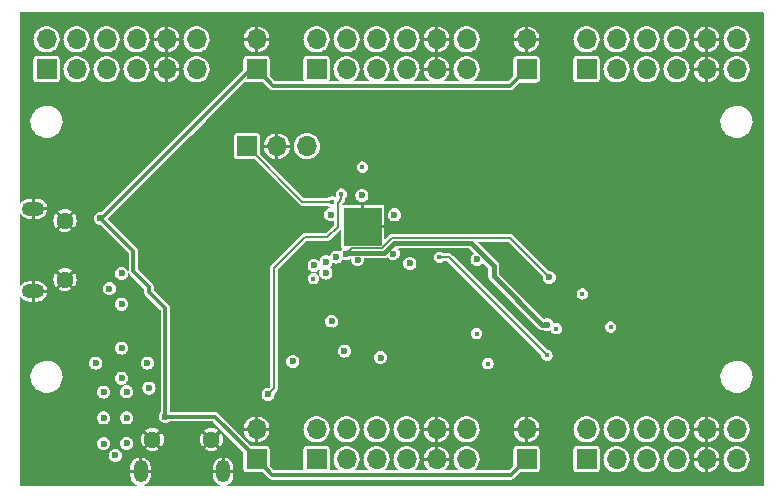
<source format=gbl>
G04 #@! TF.GenerationSoftware,KiCad,Pcbnew,(6.0.7)*
G04 #@! TF.CreationDate,2022-09-05T12:55:50-07:00*
G04 #@! TF.ProjectId,ice2040,69636532-3034-4302-9e6b-696361645f70,1*
G04 #@! TF.SameCoordinates,Original*
G04 #@! TF.FileFunction,Copper,L4,Bot*
G04 #@! TF.FilePolarity,Positive*
%FSLAX46Y46*%
G04 Gerber Fmt 4.6, Leading zero omitted, Abs format (unit mm)*
G04 Created by KiCad (PCBNEW (6.0.7)) date 2022-09-05 12:55:50*
%MOMM*%
%LPD*%
G01*
G04 APERTURE LIST*
G04 #@! TA.AperFunction,ComponentPad*
%ADD10C,1.450000*%
G04 #@! TD*
G04 #@! TA.AperFunction,ComponentPad*
%ADD11O,1.200000X1.900000*%
G04 #@! TD*
G04 #@! TA.AperFunction,ComponentPad*
%ADD12R,1.700000X1.700000*%
G04 #@! TD*
G04 #@! TA.AperFunction,ComponentPad*
%ADD13O,1.700000X1.700000*%
G04 #@! TD*
G04 #@! TA.AperFunction,ComponentPad*
%ADD14C,0.500000*%
G04 #@! TD*
G04 #@! TA.AperFunction,SMDPad,CuDef*
%ADD15R,3.200000X3.200000*%
G04 #@! TD*
G04 #@! TA.AperFunction,ComponentPad*
%ADD16O,1.900000X1.200000*%
G04 #@! TD*
G04 #@! TA.AperFunction,ViaPad*
%ADD17C,0.600000*%
G04 #@! TD*
G04 #@! TA.AperFunction,ViaPad*
%ADD18C,0.450000*%
G04 #@! TD*
G04 #@! TA.AperFunction,Conductor*
%ADD19C,0.150000*%
G04 #@! TD*
G04 #@! TA.AperFunction,Conductor*
%ADD20C,0.400000*%
G04 #@! TD*
G04 #@! TA.AperFunction,Conductor*
%ADD21C,0.300000*%
G04 #@! TD*
G04 APERTURE END LIST*
D10*
X125720000Y-117717500D03*
X120720000Y-117717500D03*
D11*
X119720000Y-120417500D03*
X126720000Y-120417500D03*
D12*
X152400000Y-86380000D03*
D13*
X152400000Y-83840000D03*
D12*
X128720000Y-92880000D03*
D13*
X131260000Y-92880000D03*
X133800000Y-92880000D03*
D12*
X157480000Y-119380000D03*
D13*
X160020000Y-119380000D03*
X162560000Y-119380000D03*
X165100000Y-119380000D03*
X167640000Y-119380000D03*
X170180000Y-119380000D03*
X157480000Y-116840000D03*
X160020000Y-116840000D03*
X162560000Y-116840000D03*
X165100000Y-116840000D03*
X167640000Y-116840000D03*
X170180000Y-116840000D03*
D12*
X129540000Y-86360000D03*
D13*
X129540000Y-83820000D03*
D12*
X134620000Y-119380000D03*
D13*
X137160000Y-119380000D03*
X139700000Y-119380000D03*
X142240000Y-119380000D03*
X144780000Y-119380000D03*
X147320000Y-119380000D03*
X134620000Y-116840000D03*
X137160000Y-116840000D03*
X139700000Y-116840000D03*
X142240000Y-116840000D03*
X144780000Y-116840000D03*
X147320000Y-116840000D03*
D12*
X111760000Y-86365000D03*
D13*
X114300000Y-86365000D03*
X116840000Y-86365000D03*
X119380000Y-86365000D03*
X121920000Y-86365000D03*
X124460000Y-86365000D03*
X111760000Y-83825000D03*
X114300000Y-83825000D03*
X116840000Y-83825000D03*
X119380000Y-83825000D03*
X121920000Y-83825000D03*
X124460000Y-83825000D03*
D12*
X129540000Y-119375000D03*
D13*
X129540000Y-116835000D03*
D14*
X138520000Y-101030000D03*
X137170000Y-99680000D03*
X139870000Y-98330000D03*
X139870000Y-99680000D03*
X137170000Y-98330000D03*
X137170000Y-101030000D03*
X138520000Y-99680000D03*
X139870000Y-101030000D03*
D15*
X138520000Y-99680000D03*
D14*
X138520000Y-98330000D03*
D12*
X157480000Y-86365000D03*
D13*
X160020000Y-86365000D03*
X162560000Y-86365000D03*
X165100000Y-86365000D03*
X167640000Y-86365000D03*
X170180000Y-86365000D03*
X157480000Y-83825000D03*
X160020000Y-83825000D03*
X162560000Y-83825000D03*
X165100000Y-83825000D03*
X167640000Y-83825000D03*
X170180000Y-83825000D03*
D12*
X152400000Y-119375000D03*
D13*
X152400000Y-116835000D03*
D12*
X134620000Y-86365000D03*
D13*
X137160000Y-86365000D03*
X139700000Y-86365000D03*
X142240000Y-86365000D03*
X144780000Y-86365000D03*
X147320000Y-86365000D03*
X134620000Y-83825000D03*
X137160000Y-83825000D03*
X139700000Y-83825000D03*
X142240000Y-83825000D03*
X144780000Y-83825000D03*
X147320000Y-83825000D03*
D10*
X113320000Y-99172500D03*
D16*
X110620000Y-105172500D03*
X110620000Y-98172500D03*
D10*
X113320000Y-104172500D03*
D17*
X149830000Y-115860000D03*
X133700000Y-107220000D03*
X116590000Y-113690000D03*
X117580000Y-119060000D03*
D18*
X154920000Y-108322150D03*
D17*
X138094293Y-102485707D03*
X115930000Y-111230000D03*
X141110000Y-101970000D03*
X135810000Y-98680000D03*
X141210000Y-98690000D03*
X116590000Y-118060000D03*
D18*
X134360000Y-104080000D03*
X148170000Y-108740000D03*
D17*
X148210000Y-102470000D03*
X132612500Y-111100000D03*
X118120000Y-109960000D03*
X118110000Y-106250000D03*
X118110000Y-112520000D03*
X118110000Y-103640000D03*
X142520159Y-102806950D03*
X118550000Y-113670000D03*
D18*
X157120000Y-105380000D03*
X159520000Y-108180000D03*
D17*
X116590000Y-115880000D03*
X118550000Y-118040000D03*
D18*
X149130000Y-111280000D03*
D17*
X120430000Y-113360000D03*
X118540000Y-115880000D03*
X136302140Y-102250489D03*
X120300000Y-111230000D03*
X134420000Y-102960000D03*
X138460000Y-97040000D03*
X135410000Y-103610000D03*
X135900000Y-107700000D03*
X140040000Y-110770000D03*
D18*
X138510000Y-94640000D03*
D17*
X117090000Y-104940000D03*
X136970000Y-110210000D03*
X135431736Y-102654100D03*
X137140000Y-101990000D03*
X154320000Y-103980000D03*
X154135015Y-107989626D03*
X121820000Y-115780000D03*
X116320000Y-98980000D03*
D18*
X150420000Y-100080000D03*
X154513850Y-104875298D03*
X135210000Y-104860000D03*
X150020000Y-94980000D03*
D17*
X165020000Y-101880000D03*
X112395000Y-120650000D03*
X132920000Y-115480000D03*
X147070000Y-107460000D03*
D18*
X143920000Y-103647700D03*
D17*
X114320000Y-109880000D03*
X132020000Y-86180000D03*
X110490000Y-120650000D03*
X132112500Y-109800000D03*
X114330000Y-102950000D03*
X163720000Y-99480000D03*
X135810000Y-108440000D03*
D18*
X137720000Y-94500000D03*
D17*
X127020000Y-82880000D03*
X155120000Y-85980000D03*
D18*
X117520000Y-92180000D03*
D17*
X119324000Y-104899000D03*
X116220000Y-108080000D03*
X124520000Y-116670000D03*
X155320000Y-119680000D03*
D18*
X144550000Y-98180000D03*
D17*
X127020000Y-86280000D03*
D18*
X116120000Y-96980000D03*
D17*
X169220000Y-96080000D03*
X112395000Y-116205000D03*
X135600000Y-105830000D03*
X139520000Y-96970000D03*
X124520000Y-88480000D03*
D18*
X115816000Y-103492000D03*
D17*
X143220000Y-109780000D03*
X129210000Y-109220000D03*
X110490000Y-116205000D03*
X141120000Y-109780000D03*
X111820000Y-93880000D03*
X120397000Y-103529000D03*
D18*
X153920000Y-107280000D03*
D17*
X132240000Y-103270000D03*
X138020000Y-105830000D03*
D18*
X116625000Y-103487000D03*
D17*
X111650000Y-107260000D03*
X132220000Y-82580000D03*
X114860000Y-119040000D03*
X139030000Y-105840000D03*
X150720000Y-118780000D03*
X123000000Y-109220000D03*
D18*
X127920000Y-98280000D03*
X123920000Y-95980000D03*
X156846789Y-109345601D03*
D17*
X168020000Y-114680000D03*
X131720000Y-112080000D03*
X136535655Y-105801100D03*
D18*
X139400000Y-104870000D03*
D17*
X121569000Y-104927000D03*
X123220000Y-90480000D03*
X113890000Y-118080000D03*
X155820000Y-116280000D03*
D18*
X136100000Y-90760000D03*
D17*
X151720000Y-92980000D03*
X126120000Y-109180000D03*
X149020000Y-119580000D03*
X161220000Y-117980000D03*
D18*
X157320000Y-91680000D03*
X136780000Y-93670000D03*
X158020000Y-105380000D03*
D17*
X165220000Y-92380000D03*
D18*
X136215228Y-104827884D03*
D17*
X168720000Y-99480000D03*
D18*
X118720000Y-99980000D03*
X154483850Y-105835298D03*
D17*
X132190000Y-104170000D03*
X161120000Y-110180000D03*
X119520000Y-108080000D03*
X143220000Y-107580000D03*
D18*
X171620000Y-108480000D03*
D17*
X124540000Y-118760000D03*
X114840000Y-117120000D03*
X113890000Y-115880000D03*
D18*
X154920000Y-109180000D03*
X137450000Y-93670000D03*
X156004506Y-108851647D03*
D17*
X126120000Y-106480000D03*
D18*
X157551500Y-106434000D03*
D17*
X160220000Y-91580000D03*
X132120000Y-118380000D03*
X166120000Y-90480000D03*
X145960000Y-106300000D03*
X126120000Y-111880000D03*
D18*
X167120000Y-108580000D03*
X138410000Y-104840000D03*
X158470229Y-107347929D03*
D17*
X120430000Y-106366000D03*
D18*
X121520000Y-90780000D03*
D17*
X132720000Y-113580000D03*
D18*
X153820000Y-95680000D03*
D17*
X114860000Y-112710000D03*
X110670000Y-108240000D03*
D18*
X163520000Y-92880000D03*
X149220000Y-101280000D03*
D17*
X168020000Y-111080000D03*
D18*
X146490000Y-101670000D03*
D17*
X141120000Y-107580000D03*
D18*
X150420000Y-111080000D03*
X132384141Y-98280020D03*
X141880000Y-92240000D03*
X138110000Y-93570000D03*
X159520000Y-107280000D03*
D17*
X135960000Y-110340000D03*
X113900000Y-113690000D03*
X166320000Y-99480000D03*
X114840000Y-114920000D03*
X130520000Y-113880000D03*
D18*
X136720000Y-96927700D03*
X154120000Y-110580000D03*
X145020000Y-102280000D03*
X135920000Y-97580000D03*
D19*
X154320000Y-103980000D02*
X150990000Y-100650000D01*
D20*
X141167169Y-101080000D02*
X140350362Y-101896807D01*
D19*
X140990000Y-100650000D02*
X140160000Y-101480000D01*
D20*
X153729626Y-107989626D02*
X149620000Y-103880000D01*
X137233193Y-101896807D02*
X137140000Y-101990000D01*
D19*
X140160000Y-101480000D02*
X137620000Y-101480000D01*
X137140000Y-101960000D02*
X137140000Y-101990000D01*
D20*
X140350362Y-101896807D02*
X137233193Y-101896807D01*
D19*
X150990000Y-100650000D02*
X140990000Y-100650000D01*
X137620000Y-101480000D02*
X137140000Y-101960000D01*
D20*
X149620000Y-102980000D02*
X147720000Y-101080000D01*
X149620000Y-103880000D02*
X149620000Y-102980000D01*
X154135015Y-107989626D02*
X153729626Y-107989626D01*
X147720000Y-101080000D02*
X141167169Y-101080000D01*
D21*
X151030000Y-87750000D02*
X130930000Y-87750000D01*
X120420000Y-104780000D02*
X120420000Y-105180000D01*
X151055000Y-120720000D02*
X130885000Y-120720000D01*
X116320000Y-98980000D02*
X116420000Y-98980000D01*
X130885000Y-120720000D02*
X129540000Y-119375000D01*
X129540000Y-119300000D02*
X126020000Y-115780000D01*
X119120000Y-101780000D02*
X119120000Y-103480000D01*
X152400000Y-119375000D02*
X151055000Y-120720000D01*
X129040000Y-86360000D02*
X129540000Y-86360000D01*
X152400000Y-86380000D02*
X151030000Y-87750000D01*
X120420000Y-105180000D02*
X121820000Y-106580000D01*
X116420000Y-98980000D02*
X129040000Y-86360000D01*
X130930000Y-87750000D02*
X129540000Y-86360000D01*
X116320000Y-98980000D02*
X119120000Y-101780000D01*
X119120000Y-103480000D02*
X120420000Y-104780000D01*
X121820000Y-106580000D02*
X121820000Y-115780000D01*
X126020000Y-115780000D02*
X121820000Y-115780000D01*
X129540000Y-119375000D02*
X129540000Y-119300000D01*
D19*
X136420000Y-97680000D02*
X136420000Y-99680000D01*
X132720000Y-101480000D02*
X131020000Y-103180000D01*
X136720000Y-97380000D02*
X136520000Y-97580000D01*
X131020000Y-105680000D02*
X131020000Y-113380000D01*
X131020000Y-103180000D02*
X131020000Y-105680000D01*
X136720000Y-96927700D02*
X136720000Y-97380000D01*
X136520000Y-97580000D02*
X136420000Y-97680000D01*
X135520000Y-100580000D02*
X135420000Y-100580000D01*
X131020000Y-113380000D02*
X130520000Y-113880000D01*
X136420000Y-99680000D02*
X135520000Y-100580000D01*
X135420000Y-100580000D02*
X133620000Y-100580000D01*
X133620000Y-100580000D02*
X132720000Y-101480000D01*
X154120000Y-110580000D02*
X145820000Y-102280000D01*
X145820000Y-102280000D02*
X145020000Y-102280000D01*
X135920000Y-97580000D02*
X133420000Y-97580000D01*
X133420000Y-97580000D02*
X128720000Y-92880000D01*
G04 #@! TA.AperFunction,Conductor*
G36*
X172451148Y-81548852D02*
G01*
X172465500Y-81583500D01*
X172465500Y-121616500D01*
X172451148Y-121651148D01*
X172416500Y-121665500D01*
X127038180Y-121665500D01*
X127003532Y-121651148D01*
X126989180Y-121616500D01*
X127003532Y-121581852D01*
X127025167Y-121569260D01*
X127033671Y-121566918D01*
X127038574Y-121564976D01*
X127198023Y-121480909D01*
X127202394Y-121477960D01*
X127340059Y-121361624D01*
X127343705Y-121357795D01*
X127453177Y-121214612D01*
X127455910Y-121210100D01*
X127532086Y-121046740D01*
X127533784Y-121041752D01*
X127573243Y-120865220D01*
X127573794Y-120861249D01*
X127573963Y-120858237D01*
X127574000Y-120856892D01*
X127574000Y-120554247D01*
X127571145Y-120547355D01*
X127564253Y-120544500D01*
X125875747Y-120544500D01*
X125868855Y-120547355D01*
X125866000Y-120554247D01*
X125866000Y-120812532D01*
X125866144Y-120815180D01*
X125880716Y-120949321D01*
X125881850Y-120954482D01*
X125939341Y-121125313D01*
X125941552Y-121130097D01*
X126034386Y-121284599D01*
X126037574Y-121288799D01*
X126161419Y-121419761D01*
X126165435Y-121423179D01*
X126314512Y-121524492D01*
X126319170Y-121526969D01*
X126429266Y-121571004D01*
X126456107Y-121597197D01*
X126456565Y-121634697D01*
X126430372Y-121661538D01*
X126411069Y-121665500D01*
X120038180Y-121665500D01*
X120003532Y-121651148D01*
X119989180Y-121616500D01*
X120003532Y-121581852D01*
X120025167Y-121569260D01*
X120033671Y-121566918D01*
X120038574Y-121564976D01*
X120198023Y-121480909D01*
X120202394Y-121477960D01*
X120340059Y-121361624D01*
X120343705Y-121357795D01*
X120453177Y-121214612D01*
X120455910Y-121210100D01*
X120532086Y-121046740D01*
X120533784Y-121041752D01*
X120573243Y-120865220D01*
X120573794Y-120861249D01*
X120573963Y-120858237D01*
X120574000Y-120856892D01*
X120574000Y-120554247D01*
X120571145Y-120547355D01*
X120564253Y-120544500D01*
X118875747Y-120544500D01*
X118868855Y-120547355D01*
X118866000Y-120554247D01*
X118866000Y-120812532D01*
X118866144Y-120815180D01*
X118880716Y-120949321D01*
X118881850Y-120954482D01*
X118939341Y-121125313D01*
X118941552Y-121130097D01*
X119034386Y-121284599D01*
X119037574Y-121288799D01*
X119161419Y-121419761D01*
X119165435Y-121423179D01*
X119314512Y-121524492D01*
X119319170Y-121526969D01*
X119429266Y-121571004D01*
X119456107Y-121597197D01*
X119456565Y-121634697D01*
X119430372Y-121661538D01*
X119411069Y-121665500D01*
X109523500Y-121665500D01*
X109488852Y-121651148D01*
X109474500Y-121616500D01*
X109474500Y-120280753D01*
X118866000Y-120280753D01*
X118868855Y-120287645D01*
X118875747Y-120290500D01*
X119583253Y-120290500D01*
X119590145Y-120287645D01*
X119593000Y-120280753D01*
X119847000Y-120280753D01*
X119849855Y-120287645D01*
X119856747Y-120290500D01*
X120564253Y-120290500D01*
X120571145Y-120287645D01*
X120574000Y-120280753D01*
X125866000Y-120280753D01*
X125868855Y-120287645D01*
X125875747Y-120290500D01*
X126583253Y-120290500D01*
X126590145Y-120287645D01*
X126593000Y-120280753D01*
X126847000Y-120280753D01*
X126849855Y-120287645D01*
X126856747Y-120290500D01*
X127564253Y-120290500D01*
X127571145Y-120287645D01*
X127574000Y-120280753D01*
X127574000Y-120022468D01*
X127573856Y-120019820D01*
X127559284Y-119885679D01*
X127558150Y-119880518D01*
X127500659Y-119709687D01*
X127498448Y-119704903D01*
X127405614Y-119550401D01*
X127402426Y-119546201D01*
X127278581Y-119415239D01*
X127274565Y-119411821D01*
X127125488Y-119310508D01*
X127120830Y-119308031D01*
X126953473Y-119241093D01*
X126948396Y-119239676D01*
X126856616Y-119224481D01*
X126849350Y-119226172D01*
X126847000Y-119229948D01*
X126847000Y-120280753D01*
X126593000Y-120280753D01*
X126593000Y-119228719D01*
X126590434Y-119222525D01*
X126583142Y-119219725D01*
X126580100Y-119220218D01*
X126406321Y-119268086D01*
X126401426Y-119270024D01*
X126241977Y-119354091D01*
X126237606Y-119357040D01*
X126099941Y-119473376D01*
X126096295Y-119477205D01*
X125986823Y-119620388D01*
X125984090Y-119624900D01*
X125907914Y-119788260D01*
X125906216Y-119793248D01*
X125866757Y-119969780D01*
X125866206Y-119973751D01*
X125866037Y-119976763D01*
X125866000Y-119978108D01*
X125866000Y-120280753D01*
X120574000Y-120280753D01*
X120574000Y-120022468D01*
X120573856Y-120019820D01*
X120559284Y-119885679D01*
X120558150Y-119880518D01*
X120500659Y-119709687D01*
X120498448Y-119704903D01*
X120405614Y-119550401D01*
X120402426Y-119546201D01*
X120278581Y-119415239D01*
X120274565Y-119411821D01*
X120125488Y-119310508D01*
X120120830Y-119308031D01*
X119953473Y-119241093D01*
X119948396Y-119239676D01*
X119856616Y-119224481D01*
X119849350Y-119226172D01*
X119847000Y-119229948D01*
X119847000Y-120280753D01*
X119593000Y-120280753D01*
X119593000Y-119228719D01*
X119590434Y-119222525D01*
X119583142Y-119219725D01*
X119580100Y-119220218D01*
X119406321Y-119268086D01*
X119401426Y-119270024D01*
X119241977Y-119354091D01*
X119237606Y-119357040D01*
X119099941Y-119473376D01*
X119096295Y-119477205D01*
X118986823Y-119620388D01*
X118984090Y-119624900D01*
X118907914Y-119788260D01*
X118906216Y-119793248D01*
X118866757Y-119969780D01*
X118866206Y-119973751D01*
X118866037Y-119976763D01*
X118866000Y-119978108D01*
X118866000Y-120280753D01*
X109474500Y-120280753D01*
X109474500Y-119060000D01*
X117020715Y-119060000D01*
X117039772Y-119204754D01*
X117040999Y-119207716D01*
X117041000Y-119207720D01*
X117059756Y-119253000D01*
X117095645Y-119339642D01*
X117184526Y-119455474D01*
X117300357Y-119544355D01*
X117303320Y-119545582D01*
X117303323Y-119545584D01*
X117432280Y-119599000D01*
X117432284Y-119599001D01*
X117435246Y-119600228D01*
X117438427Y-119600647D01*
X117438428Y-119600647D01*
X117576817Y-119618866D01*
X117580000Y-119619285D01*
X117583183Y-119618866D01*
X117721572Y-119600647D01*
X117721573Y-119600647D01*
X117724754Y-119600228D01*
X117727716Y-119599001D01*
X117727720Y-119599000D01*
X117856677Y-119545584D01*
X117856680Y-119545582D01*
X117859643Y-119544355D01*
X117975474Y-119455474D01*
X118064355Y-119339642D01*
X118100244Y-119253000D01*
X118119000Y-119207720D01*
X118119001Y-119207716D01*
X118120228Y-119204754D01*
X118139285Y-119060000D01*
X118128838Y-118980649D01*
X118120647Y-118918428D01*
X118120647Y-118918427D01*
X118120228Y-118915246D01*
X118119001Y-118912284D01*
X118119000Y-118912280D01*
X118065584Y-118783325D01*
X118064355Y-118780358D01*
X117992316Y-118686475D01*
X117977430Y-118667075D01*
X117975474Y-118664526D01*
X117859643Y-118575645D01*
X117856680Y-118574418D01*
X117856677Y-118574416D01*
X117727720Y-118521000D01*
X117727716Y-118520999D01*
X117724754Y-118519772D01*
X117721573Y-118519353D01*
X117721572Y-118519353D01*
X117583183Y-118501134D01*
X117580000Y-118500715D01*
X117576817Y-118501134D01*
X117438428Y-118519353D01*
X117438427Y-118519353D01*
X117435246Y-118519772D01*
X117432284Y-118520999D01*
X117432280Y-118521000D01*
X117303325Y-118574416D01*
X117300358Y-118575645D01*
X117184526Y-118664526D01*
X117182570Y-118667075D01*
X117167684Y-118686475D01*
X117095645Y-118780358D01*
X117094416Y-118783325D01*
X117041000Y-118912280D01*
X117040999Y-118912284D01*
X117039772Y-118915246D01*
X117039353Y-118918427D01*
X117039353Y-118918428D01*
X117031162Y-118980649D01*
X117020715Y-119060000D01*
X109474500Y-119060000D01*
X109474500Y-118060000D01*
X116030715Y-118060000D01*
X116049772Y-118204754D01*
X116050999Y-118207716D01*
X116051000Y-118207720D01*
X116092688Y-118308361D01*
X116105645Y-118339642D01*
X116107601Y-118342191D01*
X116177224Y-118432925D01*
X116194526Y-118455474D01*
X116310357Y-118544355D01*
X116313320Y-118545582D01*
X116313323Y-118545584D01*
X116442280Y-118599000D01*
X116442284Y-118599001D01*
X116445246Y-118600228D01*
X116448427Y-118600647D01*
X116448428Y-118600647D01*
X116586817Y-118618866D01*
X116590000Y-118619285D01*
X116593183Y-118618866D01*
X116731572Y-118600647D01*
X116731573Y-118600647D01*
X116734754Y-118600228D01*
X116737716Y-118599001D01*
X116737720Y-118599000D01*
X116866677Y-118545584D01*
X116866680Y-118545582D01*
X116869643Y-118544355D01*
X116985474Y-118455474D01*
X117002777Y-118432925D01*
X117072399Y-118342191D01*
X117074355Y-118339642D01*
X117087312Y-118308361D01*
X117129000Y-118207720D01*
X117129001Y-118207716D01*
X117130228Y-118204754D01*
X117149285Y-118060000D01*
X117146652Y-118040000D01*
X117990715Y-118040000D01*
X117991134Y-118043183D01*
X118000635Y-118115347D01*
X118009772Y-118184754D01*
X118010999Y-118187716D01*
X118011000Y-118187720D01*
X118051406Y-118285266D01*
X118065645Y-118319642D01*
X118084210Y-118343836D01*
X118122176Y-118393314D01*
X118154526Y-118435474D01*
X118270357Y-118524355D01*
X118273320Y-118525582D01*
X118273323Y-118525584D01*
X118402280Y-118579000D01*
X118402284Y-118579001D01*
X118405246Y-118580228D01*
X118408427Y-118580647D01*
X118408428Y-118580647D01*
X118546817Y-118598866D01*
X118550000Y-118599285D01*
X118553183Y-118598866D01*
X118691572Y-118580647D01*
X118691573Y-118580647D01*
X118694754Y-118580228D01*
X118697716Y-118579001D01*
X118697720Y-118579000D01*
X118826677Y-118525584D01*
X118826680Y-118525582D01*
X118829643Y-118524355D01*
X118868418Y-118494602D01*
X120126541Y-118494602D01*
X120128739Y-118499909D01*
X120156742Y-118523741D01*
X120160662Y-118526465D01*
X120324069Y-118617790D01*
X120328440Y-118619700D01*
X120506475Y-118677548D01*
X120511142Y-118678573D01*
X120697019Y-118700737D01*
X120701783Y-118700837D01*
X120888439Y-118686475D01*
X120893129Y-118685648D01*
X121073440Y-118635304D01*
X121077876Y-118633583D01*
X121244974Y-118549177D01*
X121249002Y-118546621D01*
X121308978Y-118499763D01*
X121311898Y-118494602D01*
X125126541Y-118494602D01*
X125128739Y-118499909D01*
X125156742Y-118523741D01*
X125160662Y-118526465D01*
X125324069Y-118617790D01*
X125328440Y-118619700D01*
X125506475Y-118677548D01*
X125511142Y-118678573D01*
X125697019Y-118700737D01*
X125701783Y-118700837D01*
X125888439Y-118686475D01*
X125893129Y-118685648D01*
X126073440Y-118635304D01*
X126077876Y-118633583D01*
X126244974Y-118549177D01*
X126249002Y-118546621D01*
X126308978Y-118499763D01*
X126312651Y-118493271D01*
X126311302Y-118488407D01*
X125726893Y-117903998D01*
X125720000Y-117901143D01*
X125713107Y-117903998D01*
X125129396Y-118487709D01*
X125126541Y-118494602D01*
X121311898Y-118494602D01*
X121312651Y-118493271D01*
X121311302Y-118488407D01*
X120726893Y-117903998D01*
X120720000Y-117901143D01*
X120713107Y-117903998D01*
X120129396Y-118487709D01*
X120126541Y-118494602D01*
X118868418Y-118494602D01*
X118945474Y-118435474D01*
X118977825Y-118393314D01*
X119015790Y-118343836D01*
X119034355Y-118319642D01*
X119048594Y-118285266D01*
X119089000Y-118187720D01*
X119089001Y-118187716D01*
X119090228Y-118184754D01*
X119099366Y-118115347D01*
X119108866Y-118043183D01*
X119109285Y-118040000D01*
X119095615Y-117936163D01*
X119090647Y-117898428D01*
X119090647Y-117898427D01*
X119090228Y-117895246D01*
X119089001Y-117892284D01*
X119089000Y-117892280D01*
X119035584Y-117763325D01*
X119034355Y-117760358D01*
X118992761Y-117706151D01*
X119736559Y-117706151D01*
X119752224Y-117892697D01*
X119753084Y-117897384D01*
X119804684Y-118077337D01*
X119806439Y-118081769D01*
X119892008Y-118248266D01*
X119894592Y-118252276D01*
X119937629Y-118306573D01*
X119944147Y-118310202D01*
X119949106Y-118308789D01*
X120533502Y-117724393D01*
X120536357Y-117717500D01*
X120903643Y-117717500D01*
X120906498Y-117724393D01*
X121490466Y-118308361D01*
X121496379Y-118310811D01*
X121504341Y-118307165D01*
X121522285Y-118286378D01*
X121525043Y-118282468D01*
X121617503Y-118119708D01*
X121619445Y-118115347D01*
X121678535Y-117937717D01*
X121679591Y-117933071D01*
X121703182Y-117746322D01*
X121703372Y-117743598D01*
X121703718Y-117718871D01*
X121703603Y-117716136D01*
X121702624Y-117706151D01*
X124736559Y-117706151D01*
X124752224Y-117892697D01*
X124753084Y-117897384D01*
X124804684Y-118077337D01*
X124806439Y-118081769D01*
X124892008Y-118248266D01*
X124894592Y-118252276D01*
X124937629Y-118306573D01*
X124944147Y-118310202D01*
X124949106Y-118308789D01*
X125533502Y-117724393D01*
X125536357Y-117717500D01*
X125903643Y-117717500D01*
X125906498Y-117724393D01*
X126490466Y-118308361D01*
X126496379Y-118310811D01*
X126504341Y-118307165D01*
X126522285Y-118286378D01*
X126525043Y-118282468D01*
X126617503Y-118119708D01*
X126619445Y-118115347D01*
X126678535Y-117937717D01*
X126679591Y-117933071D01*
X126703182Y-117746322D01*
X126703372Y-117743598D01*
X126703718Y-117718871D01*
X126703603Y-117716136D01*
X126685235Y-117528805D01*
X126684311Y-117524136D01*
X126630202Y-117344920D01*
X126628383Y-117340508D01*
X126540501Y-117175226D01*
X126537859Y-117171249D01*
X126502691Y-117128129D01*
X126496122Y-117124592D01*
X126490967Y-117126138D01*
X125906498Y-117710607D01*
X125903643Y-117717500D01*
X125536357Y-117717500D01*
X125533502Y-117710607D01*
X124950015Y-117127120D01*
X124943122Y-117124265D01*
X124937929Y-117126415D01*
X124909845Y-117159885D01*
X124907152Y-117163819D01*
X124816965Y-117327869D01*
X124815089Y-117332247D01*
X124758484Y-117510689D01*
X124757494Y-117515344D01*
X124736626Y-117701389D01*
X124736559Y-117706151D01*
X121702624Y-117706151D01*
X121685235Y-117528805D01*
X121684311Y-117524136D01*
X121630202Y-117344920D01*
X121628383Y-117340508D01*
X121540501Y-117175226D01*
X121537859Y-117171249D01*
X121502691Y-117128129D01*
X121496122Y-117124592D01*
X121490967Y-117126138D01*
X120906498Y-117710607D01*
X120903643Y-117717500D01*
X120536357Y-117717500D01*
X120533502Y-117710607D01*
X119950015Y-117127120D01*
X119943122Y-117124265D01*
X119937929Y-117126415D01*
X119909845Y-117159885D01*
X119907152Y-117163819D01*
X119816965Y-117327869D01*
X119815089Y-117332247D01*
X119758484Y-117510689D01*
X119757494Y-117515344D01*
X119736626Y-117701389D01*
X119736559Y-117706151D01*
X118992761Y-117706151D01*
X118984267Y-117695082D01*
X118947430Y-117647075D01*
X118945474Y-117644526D01*
X118829643Y-117555645D01*
X118826680Y-117554418D01*
X118826677Y-117554416D01*
X118697720Y-117501000D01*
X118697716Y-117500999D01*
X118694754Y-117499772D01*
X118691573Y-117499353D01*
X118691572Y-117499353D01*
X118553183Y-117481134D01*
X118550000Y-117480715D01*
X118546817Y-117481134D01*
X118408428Y-117499353D01*
X118408427Y-117499353D01*
X118405246Y-117499772D01*
X118402284Y-117500999D01*
X118402280Y-117501000D01*
X118322958Y-117533857D01*
X118270358Y-117555645D01*
X118154526Y-117644526D01*
X118152570Y-117647075D01*
X118115733Y-117695082D01*
X118065645Y-117760358D01*
X118064416Y-117763325D01*
X118011000Y-117892280D01*
X118010999Y-117892284D01*
X118009772Y-117895246D01*
X118009353Y-117898427D01*
X118009353Y-117898428D01*
X118004385Y-117936163D01*
X117990715Y-118040000D01*
X117146652Y-118040000D01*
X117132982Y-117936163D01*
X117130647Y-117918428D01*
X117130647Y-117918427D01*
X117130228Y-117915246D01*
X117129001Y-117912284D01*
X117129000Y-117912280D01*
X117075584Y-117783325D01*
X117074355Y-117780358D01*
X116985474Y-117664526D01*
X116869643Y-117575645D01*
X116866680Y-117574418D01*
X116866677Y-117574416D01*
X116737720Y-117521000D01*
X116737716Y-117520999D01*
X116734754Y-117519772D01*
X116731573Y-117519353D01*
X116731572Y-117519353D01*
X116593183Y-117501134D01*
X116590000Y-117500715D01*
X116586817Y-117501134D01*
X116448428Y-117519353D01*
X116448427Y-117519353D01*
X116445246Y-117519772D01*
X116442284Y-117520999D01*
X116442280Y-117521000D01*
X116344195Y-117561629D01*
X116310358Y-117575645D01*
X116307809Y-117577601D01*
X116220591Y-117644526D01*
X116194526Y-117664526D01*
X116105645Y-117780358D01*
X116104416Y-117783325D01*
X116051000Y-117912280D01*
X116050999Y-117912284D01*
X116049772Y-117915246D01*
X116049353Y-117918427D01*
X116049353Y-117918428D01*
X116047018Y-117936163D01*
X116030715Y-118060000D01*
X109474500Y-118060000D01*
X109474500Y-116941529D01*
X120127212Y-116941529D01*
X120128690Y-116946585D01*
X120713107Y-117531002D01*
X120720000Y-117533857D01*
X120726893Y-117531002D01*
X121310189Y-116947706D01*
X121312747Y-116941529D01*
X125127212Y-116941529D01*
X125128690Y-116946585D01*
X125713107Y-117531002D01*
X125720000Y-117533857D01*
X125726893Y-117531002D01*
X126310189Y-116947706D01*
X126313044Y-116940813D01*
X126310940Y-116935732D01*
X126271946Y-116903473D01*
X126267992Y-116900806D01*
X126103318Y-116811767D01*
X126098928Y-116809922D01*
X125920092Y-116754563D01*
X125915430Y-116753606D01*
X125729251Y-116734037D01*
X125724478Y-116734004D01*
X125538056Y-116750971D01*
X125533364Y-116751866D01*
X125353785Y-116804719D01*
X125349363Y-116806505D01*
X125183468Y-116893233D01*
X125179476Y-116895844D01*
X125130794Y-116934986D01*
X125127212Y-116941529D01*
X121312747Y-116941529D01*
X121313044Y-116940813D01*
X121310940Y-116935732D01*
X121271946Y-116903473D01*
X121267992Y-116900806D01*
X121103318Y-116811767D01*
X121098928Y-116809922D01*
X120920092Y-116754563D01*
X120915430Y-116753606D01*
X120729251Y-116734037D01*
X120724478Y-116734004D01*
X120538056Y-116750971D01*
X120533364Y-116751866D01*
X120353785Y-116804719D01*
X120349363Y-116806505D01*
X120183468Y-116893233D01*
X120179476Y-116895844D01*
X120130794Y-116934986D01*
X120127212Y-116941529D01*
X109474500Y-116941529D01*
X109474500Y-115880000D01*
X116030715Y-115880000D01*
X116031134Y-115883183D01*
X116041088Y-115958788D01*
X116049772Y-116024754D01*
X116050999Y-116027716D01*
X116051000Y-116027720D01*
X116077455Y-116091586D01*
X116105645Y-116159642D01*
X116194526Y-116275474D01*
X116310357Y-116364355D01*
X116313320Y-116365582D01*
X116313323Y-116365584D01*
X116442280Y-116419000D01*
X116442284Y-116419001D01*
X116445246Y-116420228D01*
X116448427Y-116420647D01*
X116448428Y-116420647D01*
X116586817Y-116438866D01*
X116590000Y-116439285D01*
X116593183Y-116438866D01*
X116731572Y-116420647D01*
X116731573Y-116420647D01*
X116734754Y-116420228D01*
X116737716Y-116419001D01*
X116737720Y-116419000D01*
X116866677Y-116365584D01*
X116866680Y-116365582D01*
X116869643Y-116364355D01*
X116985474Y-116275474D01*
X117074355Y-116159642D01*
X117102545Y-116091586D01*
X117129000Y-116027720D01*
X117129001Y-116027716D01*
X117130228Y-116024754D01*
X117138913Y-115958788D01*
X117148866Y-115883183D01*
X117149285Y-115880000D01*
X117980715Y-115880000D01*
X117981134Y-115883183D01*
X117991088Y-115958788D01*
X117999772Y-116024754D01*
X118000999Y-116027716D01*
X118001000Y-116027720D01*
X118027455Y-116091586D01*
X118055645Y-116159642D01*
X118144526Y-116275474D01*
X118260357Y-116364355D01*
X118263320Y-116365582D01*
X118263323Y-116365584D01*
X118392280Y-116419000D01*
X118392284Y-116419001D01*
X118395246Y-116420228D01*
X118398427Y-116420647D01*
X118398428Y-116420647D01*
X118536817Y-116438866D01*
X118540000Y-116439285D01*
X118543183Y-116438866D01*
X118681572Y-116420647D01*
X118681573Y-116420647D01*
X118684754Y-116420228D01*
X118687716Y-116419001D01*
X118687720Y-116419000D01*
X118816677Y-116365584D01*
X118816680Y-116365582D01*
X118819643Y-116364355D01*
X118935474Y-116275474D01*
X119024355Y-116159642D01*
X119052545Y-116091586D01*
X119079000Y-116027720D01*
X119079001Y-116027716D01*
X119080228Y-116024754D01*
X119088913Y-115958788D01*
X119098866Y-115883183D01*
X119099285Y-115880000D01*
X119085167Y-115772759D01*
X119080647Y-115738428D01*
X119080647Y-115738427D01*
X119080228Y-115735246D01*
X119079001Y-115732284D01*
X119079000Y-115732280D01*
X119025584Y-115603325D01*
X119024355Y-115600358D01*
X118935474Y-115484526D01*
X118819643Y-115395645D01*
X118816680Y-115394418D01*
X118816677Y-115394416D01*
X118687720Y-115341000D01*
X118687716Y-115340999D01*
X118684754Y-115339772D01*
X118681573Y-115339353D01*
X118681572Y-115339353D01*
X118543183Y-115321134D01*
X118540000Y-115320715D01*
X118536817Y-115321134D01*
X118398428Y-115339353D01*
X118398427Y-115339353D01*
X118395246Y-115339772D01*
X118392284Y-115340999D01*
X118392280Y-115341000D01*
X118283491Y-115386063D01*
X118260358Y-115395645D01*
X118257809Y-115397601D01*
X118161557Y-115471458D01*
X118144526Y-115484526D01*
X118055645Y-115600358D01*
X118054416Y-115603325D01*
X118001000Y-115732280D01*
X118000999Y-115732284D01*
X117999772Y-115735246D01*
X117999353Y-115738427D01*
X117999353Y-115738428D01*
X117994833Y-115772759D01*
X117980715Y-115880000D01*
X117149285Y-115880000D01*
X117135167Y-115772759D01*
X117130647Y-115738428D01*
X117130647Y-115738427D01*
X117130228Y-115735246D01*
X117129001Y-115732284D01*
X117129000Y-115732280D01*
X117075584Y-115603325D01*
X117074355Y-115600358D01*
X116985474Y-115484526D01*
X116869643Y-115395645D01*
X116866680Y-115394418D01*
X116866677Y-115394416D01*
X116737720Y-115341000D01*
X116737716Y-115340999D01*
X116734754Y-115339772D01*
X116731573Y-115339353D01*
X116731572Y-115339353D01*
X116593183Y-115321134D01*
X116590000Y-115320715D01*
X116586817Y-115321134D01*
X116448428Y-115339353D01*
X116448427Y-115339353D01*
X116445246Y-115339772D01*
X116442284Y-115340999D01*
X116442280Y-115341000D01*
X116333491Y-115386063D01*
X116310358Y-115395645D01*
X116307809Y-115397601D01*
X116211557Y-115471458D01*
X116194526Y-115484526D01*
X116105645Y-115600358D01*
X116104416Y-115603325D01*
X116051000Y-115732280D01*
X116050999Y-115732284D01*
X116049772Y-115735246D01*
X116049353Y-115738427D01*
X116049353Y-115738428D01*
X116044833Y-115772759D01*
X116030715Y-115880000D01*
X109474500Y-115880000D01*
X109474500Y-112330964D01*
X110402112Y-112330964D01*
X110410736Y-112560669D01*
X110457939Y-112785637D01*
X110542372Y-112999436D01*
X110543450Y-113001212D01*
X110655367Y-113185645D01*
X110661621Y-113195952D01*
X110662977Y-113197515D01*
X110662978Y-113197516D01*
X110681125Y-113218428D01*
X110812276Y-113369566D01*
X110990029Y-113515315D01*
X111037400Y-113542280D01*
X111182137Y-113624669D01*
X111189798Y-113629030D01*
X111191738Y-113629734D01*
X111191742Y-113629736D01*
X111357767Y-113690000D01*
X111405871Y-113707461D01*
X111632069Y-113748364D01*
X111633674Y-113748440D01*
X111633677Y-113748440D01*
X111655577Y-113749473D01*
X111655594Y-113749473D01*
X111656158Y-113749500D01*
X111817712Y-113749500D01*
X111818722Y-113749414D01*
X111818729Y-113749414D01*
X111986987Y-113735137D01*
X111986992Y-113735136D01*
X111989044Y-113734962D01*
X112162276Y-113690000D01*
X116030715Y-113690000D01*
X116049772Y-113834754D01*
X116050999Y-113837716D01*
X116051000Y-113837720D01*
X116084786Y-113919285D01*
X116105645Y-113969642D01*
X116107601Y-113972191D01*
X116177224Y-114062925D01*
X116194526Y-114085474D01*
X116310357Y-114174355D01*
X116313320Y-114175582D01*
X116313323Y-114175584D01*
X116442280Y-114229000D01*
X116442284Y-114229001D01*
X116445246Y-114230228D01*
X116448427Y-114230647D01*
X116448428Y-114230647D01*
X116586817Y-114248866D01*
X116590000Y-114249285D01*
X116593183Y-114248866D01*
X116731572Y-114230647D01*
X116731573Y-114230647D01*
X116734754Y-114230228D01*
X116737716Y-114229001D01*
X116737720Y-114229000D01*
X116866677Y-114175584D01*
X116866680Y-114175582D01*
X116869643Y-114174355D01*
X116985474Y-114085474D01*
X117002777Y-114062925D01*
X117072399Y-113972191D01*
X117074355Y-113969642D01*
X117095214Y-113919285D01*
X117129000Y-113837720D01*
X117129001Y-113837716D01*
X117130228Y-113834754D01*
X117149285Y-113690000D01*
X117146652Y-113670000D01*
X117990715Y-113670000D01*
X118009772Y-113814754D01*
X118010999Y-113817716D01*
X118011000Y-113817720D01*
X118064416Y-113946675D01*
X118065645Y-113949642D01*
X118154526Y-114065474D01*
X118270357Y-114154355D01*
X118273320Y-114155582D01*
X118273323Y-114155584D01*
X118402280Y-114209000D01*
X118402284Y-114209001D01*
X118405246Y-114210228D01*
X118408427Y-114210647D01*
X118408428Y-114210647D01*
X118546817Y-114228866D01*
X118550000Y-114229285D01*
X118553183Y-114228866D01*
X118691572Y-114210647D01*
X118691573Y-114210647D01*
X118694754Y-114210228D01*
X118697716Y-114209001D01*
X118697720Y-114209000D01*
X118826677Y-114155584D01*
X118826680Y-114155582D01*
X118829643Y-114154355D01*
X118945474Y-114065474D01*
X119034355Y-113949642D01*
X119035584Y-113946675D01*
X119089000Y-113817720D01*
X119089001Y-113817716D01*
X119090228Y-113814754D01*
X119109285Y-113670000D01*
X119097918Y-113583658D01*
X119090647Y-113528428D01*
X119090647Y-113528427D01*
X119090228Y-113525246D01*
X119089001Y-113522284D01*
X119089000Y-113522280D01*
X119035584Y-113393325D01*
X119034355Y-113390358D01*
X119011060Y-113360000D01*
X119870715Y-113360000D01*
X119871134Y-113363183D01*
X119887445Y-113487075D01*
X119889772Y-113504754D01*
X119890999Y-113507716D01*
X119891000Y-113507720D01*
X119927181Y-113595066D01*
X119945645Y-113639642D01*
X119974475Y-113677214D01*
X120019005Y-113735246D01*
X120034526Y-113755474D01*
X120150357Y-113844355D01*
X120153320Y-113845582D01*
X120153323Y-113845584D01*
X120282280Y-113899000D01*
X120282284Y-113899001D01*
X120285246Y-113900228D01*
X120288427Y-113900647D01*
X120288428Y-113900647D01*
X120426817Y-113918866D01*
X120430000Y-113919285D01*
X120433183Y-113918866D01*
X120571572Y-113900647D01*
X120571573Y-113900647D01*
X120574754Y-113900228D01*
X120577716Y-113899001D01*
X120577720Y-113899000D01*
X120706677Y-113845584D01*
X120706680Y-113845582D01*
X120709643Y-113844355D01*
X120825474Y-113755474D01*
X120840996Y-113735246D01*
X120885525Y-113677214D01*
X120914355Y-113639642D01*
X120932819Y-113595066D01*
X120969000Y-113507720D01*
X120969001Y-113507716D01*
X120970228Y-113504754D01*
X120972556Y-113487075D01*
X120988866Y-113363183D01*
X120989285Y-113360000D01*
X120983293Y-113314482D01*
X120970647Y-113218428D01*
X120970647Y-113218427D01*
X120970228Y-113215246D01*
X120969001Y-113212284D01*
X120969000Y-113212280D01*
X120915584Y-113083325D01*
X120914355Y-113080358D01*
X120825474Y-112964526D01*
X120709643Y-112875645D01*
X120706680Y-112874418D01*
X120706677Y-112874416D01*
X120577720Y-112821000D01*
X120577716Y-112820999D01*
X120574754Y-112819772D01*
X120571573Y-112819353D01*
X120571572Y-112819353D01*
X120433183Y-112801134D01*
X120430000Y-112800715D01*
X120426817Y-112801134D01*
X120288428Y-112819353D01*
X120288427Y-112819353D01*
X120285246Y-112819772D01*
X120282284Y-112820999D01*
X120282280Y-112821000D01*
X120153325Y-112874416D01*
X120150358Y-112875645D01*
X120034526Y-112964526D01*
X119945645Y-113080358D01*
X119944416Y-113083325D01*
X119891000Y-113212280D01*
X119890999Y-113212284D01*
X119889772Y-113215246D01*
X119889353Y-113218427D01*
X119889353Y-113218428D01*
X119876707Y-113314482D01*
X119870715Y-113360000D01*
X119011060Y-113360000D01*
X118962873Y-113297201D01*
X118947430Y-113277075D01*
X118945474Y-113274526D01*
X118829643Y-113185645D01*
X118826680Y-113184418D01*
X118826677Y-113184416D01*
X118697720Y-113131000D01*
X118697716Y-113130999D01*
X118694754Y-113129772D01*
X118691573Y-113129353D01*
X118691572Y-113129353D01*
X118553183Y-113111134D01*
X118550000Y-113110715D01*
X118546817Y-113111134D01*
X118408428Y-113129353D01*
X118408427Y-113129353D01*
X118405246Y-113129772D01*
X118402284Y-113130999D01*
X118402280Y-113131000D01*
X118273325Y-113184416D01*
X118270358Y-113185645D01*
X118154526Y-113274526D01*
X118152570Y-113277075D01*
X118137127Y-113297201D01*
X118065645Y-113390358D01*
X118064416Y-113393325D01*
X118011000Y-113522280D01*
X118010999Y-113522284D01*
X118009772Y-113525246D01*
X118009353Y-113528427D01*
X118009353Y-113528428D01*
X118002082Y-113583658D01*
X117990715Y-113670000D01*
X117146652Y-113670000D01*
X117132047Y-113559063D01*
X117130647Y-113548428D01*
X117130647Y-113548427D01*
X117130228Y-113545246D01*
X117129001Y-113542284D01*
X117129000Y-113542280D01*
X117075584Y-113413325D01*
X117074355Y-113410358D01*
X116985474Y-113294526D01*
X116869643Y-113205645D01*
X116866680Y-113204418D01*
X116866677Y-113204416D01*
X116737720Y-113151000D01*
X116737716Y-113150999D01*
X116734754Y-113149772D01*
X116731573Y-113149353D01*
X116731572Y-113149353D01*
X116593183Y-113131134D01*
X116590000Y-113130715D01*
X116586817Y-113131134D01*
X116448428Y-113149353D01*
X116448427Y-113149353D01*
X116445246Y-113149772D01*
X116442284Y-113150999D01*
X116442280Y-113151000D01*
X116329983Y-113197516D01*
X116310358Y-113205645D01*
X116307809Y-113207601D01*
X116220591Y-113274526D01*
X116194526Y-113294526D01*
X116105645Y-113410358D01*
X116104416Y-113413325D01*
X116051000Y-113542280D01*
X116050999Y-113542284D01*
X116049772Y-113545246D01*
X116049353Y-113548427D01*
X116049353Y-113548428D01*
X116047953Y-113559063D01*
X116030715Y-113690000D01*
X112162276Y-113690000D01*
X112211539Y-113677214D01*
X112289287Y-113642191D01*
X112419226Y-113583658D01*
X112419230Y-113583656D01*
X112421123Y-113582803D01*
X112558649Y-113490215D01*
X112610086Y-113455586D01*
X112611803Y-113454430D01*
X112659258Y-113409160D01*
X112776622Y-113297201D01*
X112776624Y-113297199D01*
X112778128Y-113295764D01*
X112780505Y-113292570D01*
X112860973Y-113184416D01*
X112915342Y-113111342D01*
X113019520Y-112906438D01*
X113087685Y-112686911D01*
X113109808Y-112520000D01*
X117550715Y-112520000D01*
X117569772Y-112664754D01*
X117570999Y-112667716D01*
X117571000Y-112667720D01*
X117619004Y-112783610D01*
X117625645Y-112799642D01*
X117714526Y-112915474D01*
X117830357Y-113004355D01*
X117833320Y-113005582D01*
X117833323Y-113005584D01*
X117962280Y-113059000D01*
X117962284Y-113059001D01*
X117965246Y-113060228D01*
X117968427Y-113060647D01*
X117968428Y-113060647D01*
X118106817Y-113078866D01*
X118110000Y-113079285D01*
X118113183Y-113078866D01*
X118251572Y-113060647D01*
X118251573Y-113060647D01*
X118254754Y-113060228D01*
X118257716Y-113059001D01*
X118257720Y-113059000D01*
X118386677Y-113005584D01*
X118386680Y-113005582D01*
X118389643Y-113004355D01*
X118505474Y-112915474D01*
X118594355Y-112799642D01*
X118600996Y-112783610D01*
X118649000Y-112667720D01*
X118649001Y-112667716D01*
X118650228Y-112664754D01*
X118669285Y-112520000D01*
X118650228Y-112375246D01*
X118649001Y-112372284D01*
X118649000Y-112372280D01*
X118595584Y-112243325D01*
X118594355Y-112240358D01*
X118505474Y-112124526D01*
X118389643Y-112035645D01*
X118386680Y-112034418D01*
X118386677Y-112034416D01*
X118257720Y-111981000D01*
X118257716Y-111980999D01*
X118254754Y-111979772D01*
X118251573Y-111979353D01*
X118251572Y-111979353D01*
X118113183Y-111961134D01*
X118110000Y-111960715D01*
X118106817Y-111961134D01*
X117968428Y-111979353D01*
X117968427Y-111979353D01*
X117965246Y-111979772D01*
X117962284Y-111980999D01*
X117962280Y-111981000D01*
X117833325Y-112034416D01*
X117830358Y-112035645D01*
X117714526Y-112124526D01*
X117625645Y-112240358D01*
X117624416Y-112243325D01*
X117571000Y-112372280D01*
X117570999Y-112372284D01*
X117569772Y-112375246D01*
X117550715Y-112520000D01*
X113109808Y-112520000D01*
X113117888Y-112459036D01*
X113109264Y-112229331D01*
X113062061Y-112004363D01*
X112977628Y-111790564D01*
X112921196Y-111697568D01*
X112859454Y-111595819D01*
X112859452Y-111595816D01*
X112858379Y-111594048D01*
X112848271Y-111582399D01*
X112709083Y-111422000D01*
X112709082Y-111421999D01*
X112707724Y-111420434D01*
X112529971Y-111274685D01*
X112451471Y-111230000D01*
X115370715Y-111230000D01*
X115371134Y-111233183D01*
X115377298Y-111280000D01*
X115389772Y-111374754D01*
X115390999Y-111377716D01*
X115391000Y-111377720D01*
X115439776Y-111495474D01*
X115445645Y-111509642D01*
X115534526Y-111625474D01*
X115650357Y-111714355D01*
X115653320Y-111715582D01*
X115653323Y-111715584D01*
X115782280Y-111769000D01*
X115782284Y-111769001D01*
X115785246Y-111770228D01*
X115788427Y-111770647D01*
X115788428Y-111770647D01*
X115926817Y-111788866D01*
X115930000Y-111789285D01*
X115933183Y-111788866D01*
X116071572Y-111770647D01*
X116071573Y-111770647D01*
X116074754Y-111770228D01*
X116077716Y-111769001D01*
X116077720Y-111769000D01*
X116206677Y-111715584D01*
X116206680Y-111715582D01*
X116209643Y-111714355D01*
X116325474Y-111625474D01*
X116414355Y-111509642D01*
X116420224Y-111495474D01*
X116469000Y-111377720D01*
X116469001Y-111377716D01*
X116470228Y-111374754D01*
X116482703Y-111280000D01*
X116488866Y-111233183D01*
X116489285Y-111230000D01*
X119740715Y-111230000D01*
X119741134Y-111233183D01*
X119747298Y-111280000D01*
X119759772Y-111374754D01*
X119760999Y-111377716D01*
X119761000Y-111377720D01*
X119809776Y-111495474D01*
X119815645Y-111509642D01*
X119904526Y-111625474D01*
X120020357Y-111714355D01*
X120023320Y-111715582D01*
X120023323Y-111715584D01*
X120152280Y-111769000D01*
X120152284Y-111769001D01*
X120155246Y-111770228D01*
X120158427Y-111770647D01*
X120158428Y-111770647D01*
X120296817Y-111788866D01*
X120300000Y-111789285D01*
X120303183Y-111788866D01*
X120441572Y-111770647D01*
X120441573Y-111770647D01*
X120444754Y-111770228D01*
X120447716Y-111769001D01*
X120447720Y-111769000D01*
X120576677Y-111715584D01*
X120576680Y-111715582D01*
X120579643Y-111714355D01*
X120695474Y-111625474D01*
X120784355Y-111509642D01*
X120790224Y-111495474D01*
X120839000Y-111377720D01*
X120839001Y-111377716D01*
X120840228Y-111374754D01*
X120852703Y-111280000D01*
X120858866Y-111233183D01*
X120859285Y-111230000D01*
X120843785Y-111112266D01*
X120840647Y-111088428D01*
X120840647Y-111088427D01*
X120840228Y-111085246D01*
X120839001Y-111082284D01*
X120839000Y-111082280D01*
X120785584Y-110953325D01*
X120784355Y-110950358D01*
X120695474Y-110834526D01*
X120579643Y-110745645D01*
X120576680Y-110744418D01*
X120576677Y-110744416D01*
X120447720Y-110691000D01*
X120447716Y-110690999D01*
X120444754Y-110689772D01*
X120441573Y-110689353D01*
X120441572Y-110689353D01*
X120303183Y-110671134D01*
X120300000Y-110670715D01*
X120296817Y-110671134D01*
X120158428Y-110689353D01*
X120158427Y-110689353D01*
X120155246Y-110689772D01*
X120152284Y-110690999D01*
X120152280Y-110691000D01*
X120098039Y-110713468D01*
X120020358Y-110745645D01*
X119904526Y-110834526D01*
X119815645Y-110950358D01*
X119814416Y-110953325D01*
X119761000Y-111082280D01*
X119760999Y-111082284D01*
X119759772Y-111085246D01*
X119759353Y-111088427D01*
X119759353Y-111088428D01*
X119756215Y-111112266D01*
X119740715Y-111230000D01*
X116489285Y-111230000D01*
X116473785Y-111112266D01*
X116470647Y-111088428D01*
X116470647Y-111088427D01*
X116470228Y-111085246D01*
X116469001Y-111082284D01*
X116469000Y-111082280D01*
X116415584Y-110953325D01*
X116414355Y-110950358D01*
X116325474Y-110834526D01*
X116209643Y-110745645D01*
X116206680Y-110744418D01*
X116206677Y-110744416D01*
X116077720Y-110691000D01*
X116077716Y-110690999D01*
X116074754Y-110689772D01*
X116071573Y-110689353D01*
X116071572Y-110689353D01*
X115933183Y-110671134D01*
X115930000Y-110670715D01*
X115926817Y-110671134D01*
X115788428Y-110689353D01*
X115788427Y-110689353D01*
X115785246Y-110689772D01*
X115782284Y-110690999D01*
X115782280Y-110691000D01*
X115728039Y-110713468D01*
X115650358Y-110745645D01*
X115534526Y-110834526D01*
X115445645Y-110950358D01*
X115444416Y-110953325D01*
X115391000Y-111082280D01*
X115390999Y-111082284D01*
X115389772Y-111085246D01*
X115389353Y-111088427D01*
X115389353Y-111088428D01*
X115386215Y-111112266D01*
X115370715Y-111230000D01*
X112451471Y-111230000D01*
X112341551Y-111167430D01*
X112332003Y-111161995D01*
X112332001Y-111161994D01*
X112330202Y-111160970D01*
X112328262Y-111160266D01*
X112328258Y-111160264D01*
X112116077Y-111083246D01*
X112116076Y-111083246D01*
X112114129Y-111082539D01*
X111887931Y-111041636D01*
X111886326Y-111041560D01*
X111886323Y-111041560D01*
X111864423Y-111040527D01*
X111864406Y-111040527D01*
X111863842Y-111040500D01*
X111702288Y-111040500D01*
X111701278Y-111040586D01*
X111701271Y-111040586D01*
X111533013Y-111054863D01*
X111533008Y-111054864D01*
X111530956Y-111055038D01*
X111308461Y-111112786D01*
X111258682Y-111135210D01*
X111100774Y-111206342D01*
X111100770Y-111206344D01*
X111098877Y-111207197D01*
X110908197Y-111335570D01*
X110906698Y-111337000D01*
X110819237Y-111420434D01*
X110741872Y-111494236D01*
X110740631Y-111495903D01*
X110740630Y-111495905D01*
X110702056Y-111547750D01*
X110604658Y-111678658D01*
X110500480Y-111883562D01*
X110432315Y-112103089D01*
X110402112Y-112330964D01*
X109474500Y-112330964D01*
X109474500Y-109960000D01*
X117560715Y-109960000D01*
X117561134Y-109963183D01*
X117579261Y-110100869D01*
X117579772Y-110104754D01*
X117580999Y-110107716D01*
X117581000Y-110107720D01*
X117626513Y-110217595D01*
X117635645Y-110239642D01*
X117724526Y-110355474D01*
X117840357Y-110444355D01*
X117843320Y-110445582D01*
X117843323Y-110445584D01*
X117972280Y-110499000D01*
X117972284Y-110499001D01*
X117975246Y-110500228D01*
X117978427Y-110500647D01*
X117978428Y-110500647D01*
X118116817Y-110518866D01*
X118120000Y-110519285D01*
X118123183Y-110518866D01*
X118261572Y-110500647D01*
X118261573Y-110500647D01*
X118264754Y-110500228D01*
X118267716Y-110499001D01*
X118267720Y-110499000D01*
X118396677Y-110445584D01*
X118396680Y-110445582D01*
X118399643Y-110444355D01*
X118515474Y-110355474D01*
X118604355Y-110239642D01*
X118613487Y-110217595D01*
X118659000Y-110107720D01*
X118659001Y-110107716D01*
X118660228Y-110104754D01*
X118660740Y-110100869D01*
X118678866Y-109963183D01*
X118679285Y-109960000D01*
X118660228Y-109815246D01*
X118659001Y-109812284D01*
X118659000Y-109812280D01*
X118605584Y-109683325D01*
X118604355Y-109680358D01*
X118515474Y-109564526D01*
X118399643Y-109475645D01*
X118396680Y-109474418D01*
X118396677Y-109474416D01*
X118267720Y-109421000D01*
X118267716Y-109420999D01*
X118264754Y-109419772D01*
X118261573Y-109419353D01*
X118261572Y-109419353D01*
X118123183Y-109401134D01*
X118120000Y-109400715D01*
X118116817Y-109401134D01*
X117978428Y-109419353D01*
X117978427Y-109419353D01*
X117975246Y-109419772D01*
X117972284Y-109420999D01*
X117972280Y-109421000D01*
X117843325Y-109474416D01*
X117840358Y-109475645D01*
X117724526Y-109564526D01*
X117635645Y-109680358D01*
X117634416Y-109683325D01*
X117581000Y-109812280D01*
X117580999Y-109812284D01*
X117579772Y-109815246D01*
X117560715Y-109960000D01*
X109474500Y-109960000D01*
X109474500Y-106250000D01*
X117550715Y-106250000D01*
X117551134Y-106253183D01*
X117565797Y-106364557D01*
X117569772Y-106394754D01*
X117570999Y-106397716D01*
X117571000Y-106397720D01*
X117605692Y-106481471D01*
X117625645Y-106529642D01*
X117714526Y-106645474D01*
X117830357Y-106734355D01*
X117833320Y-106735582D01*
X117833323Y-106735584D01*
X117962280Y-106789000D01*
X117962284Y-106789001D01*
X117965246Y-106790228D01*
X117968427Y-106790647D01*
X117968428Y-106790647D01*
X118106817Y-106808866D01*
X118110000Y-106809285D01*
X118113183Y-106808866D01*
X118251572Y-106790647D01*
X118251573Y-106790647D01*
X118254754Y-106790228D01*
X118257716Y-106789001D01*
X118257720Y-106789000D01*
X118386677Y-106735584D01*
X118386680Y-106735582D01*
X118389643Y-106734355D01*
X118505474Y-106645474D01*
X118594355Y-106529642D01*
X118614308Y-106481471D01*
X118649000Y-106397720D01*
X118649001Y-106397716D01*
X118650228Y-106394754D01*
X118654204Y-106364557D01*
X118668866Y-106253183D01*
X118669285Y-106250000D01*
X118650228Y-106105246D01*
X118649001Y-106102284D01*
X118649000Y-106102280D01*
X118595584Y-105973325D01*
X118594355Y-105970358D01*
X118505474Y-105854526D01*
X118389643Y-105765645D01*
X118386680Y-105764418D01*
X118386677Y-105764416D01*
X118257720Y-105711000D01*
X118257716Y-105710999D01*
X118254754Y-105709772D01*
X118251573Y-105709353D01*
X118251572Y-105709353D01*
X118113183Y-105691134D01*
X118110000Y-105690715D01*
X118106817Y-105691134D01*
X117968428Y-105709353D01*
X117968427Y-105709353D01*
X117965246Y-105709772D01*
X117962284Y-105710999D01*
X117962280Y-105711000D01*
X117833325Y-105764416D01*
X117830358Y-105765645D01*
X117714526Y-105854526D01*
X117625645Y-105970358D01*
X117624416Y-105973325D01*
X117571000Y-106102280D01*
X117570999Y-106102284D01*
X117569772Y-106105246D01*
X117550715Y-106250000D01*
X109474500Y-106250000D01*
X109474500Y-105688161D01*
X109488852Y-105653513D01*
X109523500Y-105639161D01*
X109558148Y-105653513D01*
X109560926Y-105656534D01*
X109675876Y-105792559D01*
X109679705Y-105796205D01*
X109822888Y-105905677D01*
X109827400Y-105908410D01*
X109990760Y-105984586D01*
X109995748Y-105986284D01*
X110172280Y-106025743D01*
X110176251Y-106026294D01*
X110179263Y-106026463D01*
X110180608Y-106026500D01*
X110483253Y-106026500D01*
X110490145Y-106023645D01*
X110493000Y-106016753D01*
X110747000Y-106016753D01*
X110749855Y-106023645D01*
X110756747Y-106026500D01*
X111015032Y-106026500D01*
X111017680Y-106026356D01*
X111151821Y-106011784D01*
X111156982Y-106010650D01*
X111327813Y-105953159D01*
X111332597Y-105950948D01*
X111487099Y-105858114D01*
X111491299Y-105854926D01*
X111622261Y-105731081D01*
X111625679Y-105727065D01*
X111726992Y-105577988D01*
X111729469Y-105573330D01*
X111796407Y-105405973D01*
X111797824Y-105400896D01*
X111813019Y-105309116D01*
X111811328Y-105301850D01*
X111807552Y-105299500D01*
X110756747Y-105299500D01*
X110749855Y-105302355D01*
X110747000Y-105309247D01*
X110747000Y-106016753D01*
X110493000Y-106016753D01*
X110493000Y-105035753D01*
X110747000Y-105035753D01*
X110749855Y-105042645D01*
X110756747Y-105045500D01*
X111808781Y-105045500D01*
X111814975Y-105042934D01*
X111817775Y-105035642D01*
X111817282Y-105032600D01*
X111794420Y-104949602D01*
X112726541Y-104949602D01*
X112728739Y-104954909D01*
X112756742Y-104978741D01*
X112760662Y-104981465D01*
X112924069Y-105072790D01*
X112928440Y-105074700D01*
X113106475Y-105132548D01*
X113111142Y-105133573D01*
X113297019Y-105155737D01*
X113301783Y-105155837D01*
X113488439Y-105141475D01*
X113493129Y-105140648D01*
X113673440Y-105090304D01*
X113677876Y-105088583D01*
X113844974Y-105004177D01*
X113849002Y-105001621D01*
X113908978Y-104954763D01*
X113912651Y-104948271D01*
X113911302Y-104943407D01*
X113907895Y-104940000D01*
X116530715Y-104940000D01*
X116531134Y-104943183D01*
X116542143Y-105026802D01*
X116549772Y-105084754D01*
X116550999Y-105087716D01*
X116551000Y-105087720D01*
X116572924Y-105140648D01*
X116605645Y-105219642D01*
X116694526Y-105335474D01*
X116697075Y-105337430D01*
X116749350Y-105377542D01*
X116810357Y-105424355D01*
X116813320Y-105425582D01*
X116813323Y-105425584D01*
X116942280Y-105479000D01*
X116942284Y-105479001D01*
X116945246Y-105480228D01*
X116948427Y-105480647D01*
X116948428Y-105480647D01*
X117086817Y-105498866D01*
X117090000Y-105499285D01*
X117093183Y-105498866D01*
X117231572Y-105480647D01*
X117231573Y-105480647D01*
X117234754Y-105480228D01*
X117237716Y-105479001D01*
X117237720Y-105479000D01*
X117366677Y-105425584D01*
X117366680Y-105425582D01*
X117369643Y-105424355D01*
X117430650Y-105377542D01*
X117482925Y-105337430D01*
X117485474Y-105335474D01*
X117574355Y-105219642D01*
X117607076Y-105140648D01*
X117629000Y-105087720D01*
X117629001Y-105087716D01*
X117630228Y-105084754D01*
X117637858Y-105026802D01*
X117648866Y-104943183D01*
X117649285Y-104940000D01*
X117630228Y-104795246D01*
X117629001Y-104792284D01*
X117629000Y-104792280D01*
X117575584Y-104663325D01*
X117574355Y-104660358D01*
X117521096Y-104590950D01*
X117487430Y-104547075D01*
X117485474Y-104544526D01*
X117478634Y-104539277D01*
X117372192Y-104457601D01*
X117369643Y-104455645D01*
X117366680Y-104454418D01*
X117366677Y-104454416D01*
X117237720Y-104401000D01*
X117237716Y-104400999D01*
X117234754Y-104399772D01*
X117231573Y-104399353D01*
X117231572Y-104399353D01*
X117093183Y-104381134D01*
X117090000Y-104380715D01*
X117086817Y-104381134D01*
X116948428Y-104399353D01*
X116948427Y-104399353D01*
X116945246Y-104399772D01*
X116942284Y-104400999D01*
X116942280Y-104401000D01*
X116817417Y-104452721D01*
X116810358Y-104455645D01*
X116694526Y-104544526D01*
X116692570Y-104547075D01*
X116658904Y-104590950D01*
X116605645Y-104660358D01*
X116604416Y-104663325D01*
X116551000Y-104792280D01*
X116550999Y-104792284D01*
X116549772Y-104795246D01*
X116530715Y-104940000D01*
X113907895Y-104940000D01*
X113326893Y-104358998D01*
X113320000Y-104356143D01*
X113313107Y-104358998D01*
X112729396Y-104942709D01*
X112726541Y-104949602D01*
X111794420Y-104949602D01*
X111769414Y-104858821D01*
X111767476Y-104853926D01*
X111683409Y-104694477D01*
X111680460Y-104690106D01*
X111564124Y-104552441D01*
X111560295Y-104548795D01*
X111417112Y-104439323D01*
X111412600Y-104436590D01*
X111249240Y-104360414D01*
X111244252Y-104358716D01*
X111067720Y-104319257D01*
X111063749Y-104318706D01*
X111060737Y-104318537D01*
X111059392Y-104318500D01*
X110756747Y-104318500D01*
X110749855Y-104321355D01*
X110747000Y-104328247D01*
X110747000Y-105035753D01*
X110493000Y-105035753D01*
X110493000Y-104328247D01*
X110490145Y-104321355D01*
X110483253Y-104318500D01*
X110224968Y-104318500D01*
X110222320Y-104318644D01*
X110088179Y-104333216D01*
X110083018Y-104334350D01*
X109912187Y-104391841D01*
X109907403Y-104394052D01*
X109752901Y-104486886D01*
X109748701Y-104490074D01*
X109617739Y-104613919D01*
X109614321Y-104617935D01*
X109564027Y-104691940D01*
X109532682Y-104712530D01*
X109495958Y-104704925D01*
X109475368Y-104673580D01*
X109474500Y-104664398D01*
X109474500Y-104161151D01*
X112336559Y-104161151D01*
X112352224Y-104347697D01*
X112353084Y-104352384D01*
X112404684Y-104532337D01*
X112406439Y-104536769D01*
X112492008Y-104703266D01*
X112494592Y-104707276D01*
X112537629Y-104761573D01*
X112544147Y-104765202D01*
X112549106Y-104763789D01*
X113133502Y-104179393D01*
X113136357Y-104172500D01*
X113503643Y-104172500D01*
X113506498Y-104179393D01*
X114090466Y-104763361D01*
X114096379Y-104765811D01*
X114104341Y-104762165D01*
X114122285Y-104741378D01*
X114125043Y-104737468D01*
X114217503Y-104574708D01*
X114219445Y-104570347D01*
X114278535Y-104392717D01*
X114279591Y-104388071D01*
X114303182Y-104201322D01*
X114303372Y-104198598D01*
X114303718Y-104173871D01*
X114303603Y-104171136D01*
X114285235Y-103983805D01*
X114284311Y-103979136D01*
X114230202Y-103799920D01*
X114228383Y-103795508D01*
X114140501Y-103630226D01*
X114137859Y-103626249D01*
X114102691Y-103583129D01*
X114096122Y-103579592D01*
X114090967Y-103581138D01*
X113506498Y-104165607D01*
X113503643Y-104172500D01*
X113136357Y-104172500D01*
X113133502Y-104165607D01*
X112550015Y-103582120D01*
X112543122Y-103579265D01*
X112537929Y-103581415D01*
X112509845Y-103614885D01*
X112507152Y-103618819D01*
X112416965Y-103782869D01*
X112415089Y-103787247D01*
X112358484Y-103965689D01*
X112357494Y-103970344D01*
X112336626Y-104156389D01*
X112336559Y-104161151D01*
X109474500Y-104161151D01*
X109474500Y-103396529D01*
X112727212Y-103396529D01*
X112728690Y-103401585D01*
X113313107Y-103986002D01*
X113320000Y-103988857D01*
X113326893Y-103986002D01*
X113910189Y-103402706D01*
X113913044Y-103395813D01*
X113910940Y-103390732D01*
X113871946Y-103358473D01*
X113867992Y-103355806D01*
X113703318Y-103266767D01*
X113698928Y-103264922D01*
X113520092Y-103209563D01*
X113515430Y-103208606D01*
X113329251Y-103189037D01*
X113324478Y-103189004D01*
X113138056Y-103205971D01*
X113133364Y-103206866D01*
X112953785Y-103259719D01*
X112949363Y-103261505D01*
X112783468Y-103348233D01*
X112779476Y-103350844D01*
X112730794Y-103389986D01*
X112727212Y-103396529D01*
X109474500Y-103396529D01*
X109474500Y-99949602D01*
X112726541Y-99949602D01*
X112728739Y-99954909D01*
X112756742Y-99978741D01*
X112760662Y-99981465D01*
X112924069Y-100072790D01*
X112928440Y-100074700D01*
X113106475Y-100132548D01*
X113111142Y-100133573D01*
X113297019Y-100155737D01*
X113301783Y-100155837D01*
X113488439Y-100141475D01*
X113493129Y-100140648D01*
X113673440Y-100090304D01*
X113677876Y-100088583D01*
X113844974Y-100004177D01*
X113849002Y-100001621D01*
X113908978Y-99954763D01*
X113912651Y-99948271D01*
X113911302Y-99943407D01*
X113326893Y-99358998D01*
X113320000Y-99356143D01*
X113313107Y-99358998D01*
X112729396Y-99942709D01*
X112726541Y-99949602D01*
X109474500Y-99949602D01*
X109474500Y-99161151D01*
X112336559Y-99161151D01*
X112352224Y-99347697D01*
X112353084Y-99352384D01*
X112404684Y-99532337D01*
X112406439Y-99536769D01*
X112492008Y-99703266D01*
X112494592Y-99707276D01*
X112537629Y-99761573D01*
X112544147Y-99765202D01*
X112549106Y-99763789D01*
X113133502Y-99179393D01*
X113136357Y-99172500D01*
X113503643Y-99172500D01*
X113506498Y-99179393D01*
X114090466Y-99763361D01*
X114096379Y-99765811D01*
X114104341Y-99762165D01*
X114122285Y-99741378D01*
X114125043Y-99737468D01*
X114217503Y-99574708D01*
X114219445Y-99570347D01*
X114278535Y-99392717D01*
X114279591Y-99388071D01*
X114303182Y-99201322D01*
X114303372Y-99198598D01*
X114303718Y-99173871D01*
X114303603Y-99171136D01*
X114285235Y-98983805D01*
X114284482Y-98980000D01*
X115760715Y-98980000D01*
X115761134Y-98983183D01*
X115767298Y-99030000D01*
X115779772Y-99124754D01*
X115780999Y-99127716D01*
X115781000Y-99127720D01*
X115823461Y-99230228D01*
X115835645Y-99259642D01*
X115837601Y-99262191D01*
X115911884Y-99358998D01*
X115924526Y-99375474D01*
X116040357Y-99464355D01*
X116043320Y-99465582D01*
X116043323Y-99465584D01*
X116172280Y-99519000D01*
X116172284Y-99519001D01*
X116175246Y-99520228D01*
X116178427Y-99520647D01*
X116178428Y-99520647D01*
X116288810Y-99535179D01*
X116317062Y-99549112D01*
X118701148Y-101933198D01*
X118715500Y-101967846D01*
X118715500Y-103406487D01*
X118701148Y-103441135D01*
X118666500Y-103455487D01*
X118631852Y-103441135D01*
X118621230Y-103425239D01*
X118595584Y-103363325D01*
X118594355Y-103360358D01*
X118521124Y-103264922D01*
X118507430Y-103247075D01*
X118505474Y-103244526D01*
X118495243Y-103236675D01*
X118392192Y-103157601D01*
X118389643Y-103155645D01*
X118386680Y-103154418D01*
X118386677Y-103154416D01*
X118257720Y-103101000D01*
X118257716Y-103100999D01*
X118254754Y-103099772D01*
X118251573Y-103099353D01*
X118251572Y-103099353D01*
X118113183Y-103081134D01*
X118110000Y-103080715D01*
X118106817Y-103081134D01*
X117968428Y-103099353D01*
X117968427Y-103099353D01*
X117965246Y-103099772D01*
X117962284Y-103100999D01*
X117962280Y-103101000D01*
X117868584Y-103139811D01*
X117830358Y-103155645D01*
X117714526Y-103244526D01*
X117712570Y-103247075D01*
X117698876Y-103264922D01*
X117625645Y-103360358D01*
X117624416Y-103363325D01*
X117571000Y-103492280D01*
X117570999Y-103492284D01*
X117569772Y-103495246D01*
X117569353Y-103498427D01*
X117569353Y-103498428D01*
X117554245Y-103613183D01*
X117550715Y-103640000D01*
X117551134Y-103643183D01*
X117565404Y-103751572D01*
X117569772Y-103784754D01*
X117570999Y-103787716D01*
X117571000Y-103787720D01*
X117598031Y-103852977D01*
X117625645Y-103919642D01*
X117627601Y-103922191D01*
X117709469Y-104028883D01*
X117714526Y-104035474D01*
X117717075Y-104037430D01*
X117769350Y-104077542D01*
X117830357Y-104124355D01*
X117833320Y-104125582D01*
X117833323Y-104125584D01*
X117962280Y-104179000D01*
X117962284Y-104179001D01*
X117965246Y-104180228D01*
X117968427Y-104180647D01*
X117968428Y-104180647D01*
X118106817Y-104198866D01*
X118110000Y-104199285D01*
X118113183Y-104198866D01*
X118251572Y-104180647D01*
X118251573Y-104180647D01*
X118254754Y-104180228D01*
X118257716Y-104179001D01*
X118257720Y-104179000D01*
X118386677Y-104125584D01*
X118386680Y-104125582D01*
X118389643Y-104124355D01*
X118450650Y-104077542D01*
X118502925Y-104037430D01*
X118505474Y-104035474D01*
X118510532Y-104028883D01*
X118592399Y-103922191D01*
X118594355Y-103919642D01*
X118621969Y-103852977D01*
X118649000Y-103787720D01*
X118649001Y-103787716D01*
X118650228Y-103784754D01*
X118654178Y-103754754D01*
X118663733Y-103682173D01*
X118682485Y-103649695D01*
X118718710Y-103639988D01*
X118751188Y-103658740D01*
X118754427Y-103663873D01*
X118755095Y-103665929D01*
X118757361Y-103669048D01*
X118757362Y-103669050D01*
X118771776Y-103688889D01*
X118775792Y-103695441D01*
X118788674Y-103720723D01*
X118811462Y-103743511D01*
X118811465Y-103743515D01*
X119406615Y-104338664D01*
X120001148Y-104933197D01*
X120015500Y-104967845D01*
X120015500Y-105244066D01*
X120016692Y-105247734D01*
X120016692Y-105247735D01*
X120024268Y-105271053D01*
X120026063Y-105278529D01*
X120030502Y-105306555D01*
X120043385Y-105331840D01*
X120046324Y-105338935D01*
X120055095Y-105365929D01*
X120057362Y-105369050D01*
X120057363Y-105369051D01*
X120071776Y-105388889D01*
X120075792Y-105395441D01*
X120088674Y-105420723D01*
X120111462Y-105443511D01*
X120111465Y-105443515D01*
X121401148Y-106733198D01*
X121415500Y-106767846D01*
X121415500Y-115379656D01*
X121405374Y-115409485D01*
X121373212Y-115451400D01*
X121335645Y-115500358D01*
X121334416Y-115503325D01*
X121281000Y-115632280D01*
X121280999Y-115632284D01*
X121279772Y-115635246D01*
X121279353Y-115638427D01*
X121279353Y-115638428D01*
X121266339Y-115737283D01*
X121260715Y-115780000D01*
X121279772Y-115924754D01*
X121280999Y-115927716D01*
X121281000Y-115927720D01*
X121287951Y-115944500D01*
X121335645Y-116059642D01*
X121424526Y-116175474D01*
X121540357Y-116264355D01*
X121543320Y-116265582D01*
X121543323Y-116265584D01*
X121672280Y-116319000D01*
X121672284Y-116319001D01*
X121675246Y-116320228D01*
X121678427Y-116320647D01*
X121678428Y-116320647D01*
X121816817Y-116338866D01*
X121820000Y-116339285D01*
X121823183Y-116338866D01*
X121961572Y-116320647D01*
X121961573Y-116320647D01*
X121964754Y-116320228D01*
X121967716Y-116319001D01*
X121967720Y-116319000D01*
X122096678Y-116265583D01*
X122099643Y-116264355D01*
X122102189Y-116262401D01*
X122102193Y-116262399D01*
X122190516Y-116194626D01*
X122220345Y-116184500D01*
X125832154Y-116184500D01*
X125866802Y-116198852D01*
X128421148Y-118753197D01*
X128435500Y-118787845D01*
X128435501Y-119542399D01*
X128435501Y-120250066D01*
X128435969Y-120252418D01*
X128435969Y-120252420D01*
X128442975Y-120287645D01*
X128450266Y-120324301D01*
X128452946Y-120328312D01*
X128452947Y-120328314D01*
X128494425Y-120390389D01*
X128506516Y-120408484D01*
X128510527Y-120411164D01*
X128581247Y-120458418D01*
X128590699Y-120464734D01*
X128664933Y-120479500D01*
X128814326Y-120479500D01*
X130052153Y-120479499D01*
X130086801Y-120493851D01*
X130621485Y-121028535D01*
X130621489Y-121028538D01*
X130644277Y-121051326D01*
X130669568Y-121064212D01*
X130676104Y-121068217D01*
X130699071Y-121084904D01*
X130702741Y-121086096D01*
X130702740Y-121086096D01*
X130726061Y-121093674D01*
X130733156Y-121096613D01*
X130758445Y-121109498D01*
X130768655Y-121111115D01*
X130786472Y-121113937D01*
X130793949Y-121115732D01*
X130817267Y-121123309D01*
X130817270Y-121123309D01*
X130820934Y-121124500D01*
X151119066Y-121124500D01*
X151122735Y-121123308D01*
X151146053Y-121115732D01*
X151153529Y-121113937D01*
X151165637Y-121112019D01*
X151181555Y-121109498D01*
X151206840Y-121096615D01*
X151213935Y-121093676D01*
X151237260Y-121086097D01*
X151237259Y-121086097D01*
X151240929Y-121084905D01*
X151263889Y-121068224D01*
X151270443Y-121064207D01*
X151292291Y-121053075D01*
X151292292Y-121053074D01*
X151295723Y-121051326D01*
X151318511Y-121028538D01*
X151318515Y-121028535D01*
X151853198Y-120493852D01*
X151887846Y-120479500D01*
X153126061Y-120479499D01*
X153275066Y-120479499D01*
X153277418Y-120479031D01*
X153277420Y-120479031D01*
X153335580Y-120467463D01*
X153349301Y-120464734D01*
X153353312Y-120462054D01*
X153353314Y-120462053D01*
X153429473Y-120411164D01*
X153433484Y-120408484D01*
X153489734Y-120324301D01*
X153504500Y-120250067D01*
X153504499Y-118507343D01*
X156375500Y-118507343D01*
X156375501Y-119381274D01*
X156375501Y-120255066D01*
X156375969Y-120257418D01*
X156375969Y-120257420D01*
X156377647Y-120265858D01*
X156390266Y-120329301D01*
X156392946Y-120333312D01*
X156392947Y-120333314D01*
X156406478Y-120353564D01*
X156446516Y-120413484D01*
X156530699Y-120469734D01*
X156604933Y-120484500D01*
X156607343Y-120484500D01*
X157481272Y-120484499D01*
X158355066Y-120484499D01*
X158357418Y-120484031D01*
X158357420Y-120484031D01*
X158396977Y-120476163D01*
X158429301Y-120469734D01*
X158433312Y-120467054D01*
X158433314Y-120467053D01*
X158509473Y-120416164D01*
X158513484Y-120413484D01*
X158569734Y-120329301D01*
X158584500Y-120255067D01*
X158584500Y-119380000D01*
X158584500Y-119350964D01*
X158911148Y-119350964D01*
X158924424Y-119553522D01*
X158924977Y-119555701D01*
X158924978Y-119555705D01*
X158962870Y-119704903D01*
X158974392Y-119750269D01*
X158975328Y-119752299D01*
X158975330Y-119752305D01*
X159036817Y-119885679D01*
X159059377Y-119934616D01*
X159176533Y-120100389D01*
X159178137Y-120101952D01*
X159178140Y-120101955D01*
X159242186Y-120164345D01*
X159321938Y-120242035D01*
X159323800Y-120243279D01*
X159323801Y-120243280D01*
X159488192Y-120353123D01*
X159490720Y-120354812D01*
X159677228Y-120434942D01*
X159679420Y-120435438D01*
X159873026Y-120479247D01*
X159873032Y-120479248D01*
X159875216Y-120479742D01*
X159961124Y-120483118D01*
X160075806Y-120487624D01*
X160075809Y-120487624D01*
X160078053Y-120487712D01*
X160080272Y-120487390D01*
X160080277Y-120487390D01*
X160195548Y-120470676D01*
X160278945Y-120458584D01*
X160281067Y-120457864D01*
X160281070Y-120457863D01*
X160411805Y-120413484D01*
X160471165Y-120393334D01*
X160539951Y-120354812D01*
X160646314Y-120295246D01*
X160646316Y-120295245D01*
X160648276Y-120294147D01*
X160664381Y-120280753D01*
X160802622Y-120165778D01*
X160804345Y-120164345D01*
X160934147Y-120008276D01*
X161033334Y-119831165D01*
X161098584Y-119638945D01*
X161122035Y-119477205D01*
X161127505Y-119439483D01*
X161127505Y-119439477D01*
X161127712Y-119438053D01*
X161129232Y-119380000D01*
X161126564Y-119350964D01*
X161451148Y-119350964D01*
X161464424Y-119553522D01*
X161464977Y-119555701D01*
X161464978Y-119555705D01*
X161502870Y-119704903D01*
X161514392Y-119750269D01*
X161515328Y-119752299D01*
X161515330Y-119752305D01*
X161576817Y-119885679D01*
X161599377Y-119934616D01*
X161716533Y-120100389D01*
X161718137Y-120101952D01*
X161718140Y-120101955D01*
X161782186Y-120164345D01*
X161861938Y-120242035D01*
X161863800Y-120243279D01*
X161863801Y-120243280D01*
X162028192Y-120353123D01*
X162030720Y-120354812D01*
X162217228Y-120434942D01*
X162219420Y-120435438D01*
X162413026Y-120479247D01*
X162413032Y-120479248D01*
X162415216Y-120479742D01*
X162501124Y-120483118D01*
X162615806Y-120487624D01*
X162615809Y-120487624D01*
X162618053Y-120487712D01*
X162620272Y-120487390D01*
X162620277Y-120487390D01*
X162735548Y-120470676D01*
X162818945Y-120458584D01*
X162821067Y-120457864D01*
X162821070Y-120457863D01*
X162951805Y-120413484D01*
X163011165Y-120393334D01*
X163079951Y-120354812D01*
X163186314Y-120295246D01*
X163186316Y-120295245D01*
X163188276Y-120294147D01*
X163204381Y-120280753D01*
X163342622Y-120165778D01*
X163344345Y-120164345D01*
X163474147Y-120008276D01*
X163573334Y-119831165D01*
X163638584Y-119638945D01*
X163662035Y-119477205D01*
X163667505Y-119439483D01*
X163667505Y-119439477D01*
X163667712Y-119438053D01*
X163669232Y-119380000D01*
X163666564Y-119350964D01*
X163991148Y-119350964D01*
X164004424Y-119553522D01*
X164004977Y-119555701D01*
X164004978Y-119555705D01*
X164042870Y-119704903D01*
X164054392Y-119750269D01*
X164055328Y-119752299D01*
X164055330Y-119752305D01*
X164116817Y-119885679D01*
X164139377Y-119934616D01*
X164256533Y-120100389D01*
X164258137Y-120101952D01*
X164258140Y-120101955D01*
X164322186Y-120164345D01*
X164401938Y-120242035D01*
X164403800Y-120243279D01*
X164403801Y-120243280D01*
X164568192Y-120353123D01*
X164570720Y-120354812D01*
X164757228Y-120434942D01*
X164759420Y-120435438D01*
X164953026Y-120479247D01*
X164953032Y-120479248D01*
X164955216Y-120479742D01*
X165041124Y-120483118D01*
X165155806Y-120487624D01*
X165155809Y-120487624D01*
X165158053Y-120487712D01*
X165160272Y-120487390D01*
X165160277Y-120487390D01*
X165275548Y-120470676D01*
X165358945Y-120458584D01*
X165361067Y-120457864D01*
X165361070Y-120457863D01*
X165491805Y-120413484D01*
X165551165Y-120393334D01*
X165619951Y-120354812D01*
X165726314Y-120295246D01*
X165726316Y-120295245D01*
X165728276Y-120294147D01*
X165744381Y-120280753D01*
X165882622Y-120165778D01*
X165884345Y-120164345D01*
X166014147Y-120008276D01*
X166113334Y-119831165D01*
X166178584Y-119638945D01*
X166196184Y-119517560D01*
X166542568Y-119517560D01*
X166544773Y-119551197D01*
X166545475Y-119555627D01*
X166594313Y-119747929D01*
X166595803Y-119752138D01*
X166678871Y-119932324D01*
X166681107Y-119936197D01*
X166795620Y-120098231D01*
X166798522Y-120101629D01*
X166940650Y-120240082D01*
X166944117Y-120242890D01*
X167109092Y-120353123D01*
X167113025Y-120355258D01*
X167295318Y-120433577D01*
X167299577Y-120434961D01*
X167493093Y-120478750D01*
X167497527Y-120479333D01*
X167503260Y-120479558D01*
X167509729Y-120477172D01*
X167513000Y-120469693D01*
X167513000Y-120467463D01*
X167767000Y-120467463D01*
X167769855Y-120474355D01*
X167774220Y-120476163D01*
X167896605Y-120458418D01*
X167900953Y-120457375D01*
X168088842Y-120393594D01*
X168092918Y-120391779D01*
X168266028Y-120294833D01*
X168269723Y-120292294D01*
X168422262Y-120165429D01*
X168425429Y-120162262D01*
X168552294Y-120009723D01*
X168554833Y-120006028D01*
X168651779Y-119832918D01*
X168653594Y-119828842D01*
X168717375Y-119640953D01*
X168718418Y-119636605D01*
X168735811Y-119516645D01*
X168733975Y-119509416D01*
X168729914Y-119507000D01*
X167776747Y-119507000D01*
X167769855Y-119509855D01*
X167767000Y-119516747D01*
X167767000Y-120467463D01*
X167513000Y-120467463D01*
X167513000Y-119516747D01*
X167510145Y-119509855D01*
X167503253Y-119507000D01*
X166551623Y-119507000D01*
X166545604Y-119509493D01*
X166542568Y-119517560D01*
X166196184Y-119517560D01*
X166202035Y-119477205D01*
X166207505Y-119439483D01*
X166207505Y-119439477D01*
X166207712Y-119438053D01*
X166209232Y-119380000D01*
X166206564Y-119350964D01*
X169071148Y-119350964D01*
X169084424Y-119553522D01*
X169084977Y-119555701D01*
X169084978Y-119555705D01*
X169122870Y-119704903D01*
X169134392Y-119750269D01*
X169135328Y-119752299D01*
X169135330Y-119752305D01*
X169196817Y-119885679D01*
X169219377Y-119934616D01*
X169336533Y-120100389D01*
X169338137Y-120101952D01*
X169338140Y-120101955D01*
X169402186Y-120164345D01*
X169481938Y-120242035D01*
X169483800Y-120243279D01*
X169483801Y-120243280D01*
X169648192Y-120353123D01*
X169650720Y-120354812D01*
X169837228Y-120434942D01*
X169839420Y-120435438D01*
X170033026Y-120479247D01*
X170033032Y-120479248D01*
X170035216Y-120479742D01*
X170121124Y-120483118D01*
X170235806Y-120487624D01*
X170235809Y-120487624D01*
X170238053Y-120487712D01*
X170240272Y-120487390D01*
X170240277Y-120487390D01*
X170355548Y-120470676D01*
X170438945Y-120458584D01*
X170441067Y-120457864D01*
X170441070Y-120457863D01*
X170571805Y-120413484D01*
X170631165Y-120393334D01*
X170699951Y-120354812D01*
X170806314Y-120295246D01*
X170806316Y-120295245D01*
X170808276Y-120294147D01*
X170824381Y-120280753D01*
X170962622Y-120165778D01*
X170964345Y-120164345D01*
X171094147Y-120008276D01*
X171193334Y-119831165D01*
X171258584Y-119638945D01*
X171282035Y-119477205D01*
X171287505Y-119439483D01*
X171287505Y-119439477D01*
X171287712Y-119438053D01*
X171289232Y-119380000D01*
X171270658Y-119177859D01*
X171215557Y-118982487D01*
X171125776Y-118800428D01*
X171004320Y-118637779D01*
X170942062Y-118580228D01*
X170856909Y-118501513D01*
X170856908Y-118501512D01*
X170855258Y-118499987D01*
X170846724Y-118494602D01*
X170753011Y-118435474D01*
X170683581Y-118391667D01*
X170567931Y-118345527D01*
X170497123Y-118317277D01*
X170497119Y-118317276D01*
X170495039Y-118316446D01*
X170492838Y-118316008D01*
X170492834Y-118316007D01*
X170358687Y-118289324D01*
X170295946Y-118276844D01*
X170199244Y-118275578D01*
X170095219Y-118274216D01*
X170095214Y-118274216D01*
X170092971Y-118274187D01*
X170090754Y-118274568D01*
X170090753Y-118274568D01*
X170033972Y-118284325D01*
X169892910Y-118308564D01*
X169890806Y-118309340D01*
X169890803Y-118309341D01*
X169704571Y-118378046D01*
X169704568Y-118378047D01*
X169702463Y-118378824D01*
X169700535Y-118379971D01*
X169700533Y-118379972D01*
X169678107Y-118393314D01*
X169528010Y-118482612D01*
X169526322Y-118484092D01*
X169526321Y-118484093D01*
X169480411Y-118524355D01*
X169375392Y-118616455D01*
X169374007Y-118618211D01*
X169374003Y-118618216D01*
X169251110Y-118774105D01*
X169251107Y-118774110D01*
X169249720Y-118775869D01*
X169248672Y-118777861D01*
X169174716Y-118918428D01*
X169155203Y-118955515D01*
X169095007Y-119149378D01*
X169094743Y-119151610D01*
X169094742Y-119151614D01*
X169080957Y-119268086D01*
X169071148Y-119350964D01*
X166206564Y-119350964D01*
X166196673Y-119243321D01*
X166544392Y-119243321D01*
X166546416Y-119250500D01*
X166550881Y-119253000D01*
X167503253Y-119253000D01*
X167510145Y-119250145D01*
X167513000Y-119243253D01*
X167767000Y-119243253D01*
X167769855Y-119250145D01*
X167776747Y-119253000D01*
X168727313Y-119253000D01*
X168734205Y-119250145D01*
X168736327Y-119245022D01*
X168730370Y-119180197D01*
X168729552Y-119175779D01*
X168675701Y-118984836D01*
X168674094Y-118980649D01*
X168586342Y-118802706D01*
X168584001Y-118798887D01*
X168465295Y-118639920D01*
X168462293Y-118636586D01*
X168316603Y-118501911D01*
X168313052Y-118499186D01*
X168145254Y-118393314D01*
X168141265Y-118391281D01*
X167956980Y-118317759D01*
X167952691Y-118316489D01*
X167776561Y-118281455D01*
X167769243Y-118282910D01*
X167767000Y-118286268D01*
X167767000Y-119243253D01*
X167513000Y-119243253D01*
X167513000Y-118291310D01*
X167510145Y-118284418D01*
X167506111Y-118282747D01*
X167355253Y-118308669D01*
X167350933Y-118309826D01*
X167164787Y-118378499D01*
X167160749Y-118380425D01*
X166990236Y-118481870D01*
X166986616Y-118484500D01*
X166837447Y-118615318D01*
X166834363Y-118618568D01*
X166711533Y-118774376D01*
X166709093Y-118778133D01*
X166616716Y-118953713D01*
X166615000Y-118957855D01*
X166556165Y-119147334D01*
X166555233Y-119151718D01*
X166544392Y-119243321D01*
X166196673Y-119243321D01*
X166190658Y-119177859D01*
X166135557Y-118982487D01*
X166045776Y-118800428D01*
X165924320Y-118637779D01*
X165862062Y-118580228D01*
X165776909Y-118501513D01*
X165776908Y-118501512D01*
X165775258Y-118499987D01*
X165766724Y-118494602D01*
X165673011Y-118435474D01*
X165603581Y-118391667D01*
X165487931Y-118345527D01*
X165417123Y-118317277D01*
X165417119Y-118317276D01*
X165415039Y-118316446D01*
X165412838Y-118316008D01*
X165412834Y-118316007D01*
X165278687Y-118289324D01*
X165215946Y-118276844D01*
X165119244Y-118275578D01*
X165015219Y-118274216D01*
X165015214Y-118274216D01*
X165012971Y-118274187D01*
X165010754Y-118274568D01*
X165010753Y-118274568D01*
X164953972Y-118284325D01*
X164812910Y-118308564D01*
X164810806Y-118309340D01*
X164810803Y-118309341D01*
X164624571Y-118378046D01*
X164624568Y-118378047D01*
X164622463Y-118378824D01*
X164620535Y-118379971D01*
X164620533Y-118379972D01*
X164598107Y-118393314D01*
X164448010Y-118482612D01*
X164446322Y-118484092D01*
X164446321Y-118484093D01*
X164400411Y-118524355D01*
X164295392Y-118616455D01*
X164294007Y-118618211D01*
X164294003Y-118618216D01*
X164171110Y-118774105D01*
X164171107Y-118774110D01*
X164169720Y-118775869D01*
X164168672Y-118777861D01*
X164094716Y-118918428D01*
X164075203Y-118955515D01*
X164015007Y-119149378D01*
X164014743Y-119151610D01*
X164014742Y-119151614D01*
X164000957Y-119268086D01*
X163991148Y-119350964D01*
X163666564Y-119350964D01*
X163650658Y-119177859D01*
X163595557Y-118982487D01*
X163505776Y-118800428D01*
X163384320Y-118637779D01*
X163322062Y-118580228D01*
X163236909Y-118501513D01*
X163236908Y-118501512D01*
X163235258Y-118499987D01*
X163226724Y-118494602D01*
X163133011Y-118435474D01*
X163063581Y-118391667D01*
X162947931Y-118345527D01*
X162877123Y-118317277D01*
X162877119Y-118317276D01*
X162875039Y-118316446D01*
X162872838Y-118316008D01*
X162872834Y-118316007D01*
X162738687Y-118289324D01*
X162675946Y-118276844D01*
X162579244Y-118275578D01*
X162475219Y-118274216D01*
X162475214Y-118274216D01*
X162472971Y-118274187D01*
X162470754Y-118274568D01*
X162470753Y-118274568D01*
X162413972Y-118284325D01*
X162272910Y-118308564D01*
X162270806Y-118309340D01*
X162270803Y-118309341D01*
X162084571Y-118378046D01*
X162084568Y-118378047D01*
X162082463Y-118378824D01*
X162080535Y-118379971D01*
X162080533Y-118379972D01*
X162058107Y-118393314D01*
X161908010Y-118482612D01*
X161906322Y-118484092D01*
X161906321Y-118484093D01*
X161860411Y-118524355D01*
X161755392Y-118616455D01*
X161754007Y-118618211D01*
X161754003Y-118618216D01*
X161631110Y-118774105D01*
X161631107Y-118774110D01*
X161629720Y-118775869D01*
X161628672Y-118777861D01*
X161554716Y-118918428D01*
X161535203Y-118955515D01*
X161475007Y-119149378D01*
X161474743Y-119151610D01*
X161474742Y-119151614D01*
X161460957Y-119268086D01*
X161451148Y-119350964D01*
X161126564Y-119350964D01*
X161110658Y-119177859D01*
X161055557Y-118982487D01*
X160965776Y-118800428D01*
X160844320Y-118637779D01*
X160782062Y-118580228D01*
X160696909Y-118501513D01*
X160696908Y-118501512D01*
X160695258Y-118499987D01*
X160686724Y-118494602D01*
X160593011Y-118435474D01*
X160523581Y-118391667D01*
X160407931Y-118345527D01*
X160337123Y-118317277D01*
X160337119Y-118317276D01*
X160335039Y-118316446D01*
X160332838Y-118316008D01*
X160332834Y-118316007D01*
X160198687Y-118289324D01*
X160135946Y-118276844D01*
X160039244Y-118275578D01*
X159935219Y-118274216D01*
X159935214Y-118274216D01*
X159932971Y-118274187D01*
X159930754Y-118274568D01*
X159930753Y-118274568D01*
X159873972Y-118284325D01*
X159732910Y-118308564D01*
X159730806Y-118309340D01*
X159730803Y-118309341D01*
X159544571Y-118378046D01*
X159544568Y-118378047D01*
X159542463Y-118378824D01*
X159540535Y-118379971D01*
X159540533Y-118379972D01*
X159518107Y-118393314D01*
X159368010Y-118482612D01*
X159366322Y-118484092D01*
X159366321Y-118484093D01*
X159320411Y-118524355D01*
X159215392Y-118616455D01*
X159214007Y-118618211D01*
X159214003Y-118618216D01*
X159091110Y-118774105D01*
X159091107Y-118774110D01*
X159089720Y-118775869D01*
X159088672Y-118777861D01*
X159014716Y-118918428D01*
X158995203Y-118955515D01*
X158935007Y-119149378D01*
X158934743Y-119151610D01*
X158934742Y-119151614D01*
X158920957Y-119268086D01*
X158911148Y-119350964D01*
X158584500Y-119350964D01*
X158584499Y-118507337D01*
X158584499Y-118504934D01*
X158583983Y-118502337D01*
X158570675Y-118435431D01*
X158569734Y-118430699D01*
X158543654Y-118391667D01*
X158516164Y-118350527D01*
X158513484Y-118346516D01*
X158429301Y-118290266D01*
X158355067Y-118275500D01*
X158352657Y-118275500D01*
X157478728Y-118275501D01*
X156604934Y-118275501D01*
X156602582Y-118275969D01*
X156602580Y-118275969D01*
X156568503Y-118282747D01*
X156530699Y-118290266D01*
X156526688Y-118292946D01*
X156526686Y-118292947D01*
X156489553Y-118317759D01*
X156446516Y-118346516D01*
X156390266Y-118430699D01*
X156375500Y-118504933D01*
X156375500Y-118507343D01*
X153504499Y-118507343D01*
X153504499Y-118499934D01*
X153503439Y-118494602D01*
X153491678Y-118435474D01*
X153489734Y-118425699D01*
X153466737Y-118391281D01*
X153436164Y-118345527D01*
X153433484Y-118341516D01*
X153384326Y-118308669D01*
X153353315Y-118287948D01*
X153353313Y-118287947D01*
X153349301Y-118285266D01*
X153275067Y-118270500D01*
X153272657Y-118270500D01*
X152398728Y-118270501D01*
X151524934Y-118270501D01*
X151522582Y-118270969D01*
X151522580Y-118270969D01*
X151493043Y-118276844D01*
X151450699Y-118285266D01*
X151446688Y-118287946D01*
X151446686Y-118287947D01*
X151384611Y-118329425D01*
X151366516Y-118341516D01*
X151310266Y-118425699D01*
X151295500Y-118499933D01*
X151295501Y-119201572D01*
X151295501Y-119887153D01*
X151281149Y-119921801D01*
X150901802Y-120301148D01*
X150867154Y-120315500D01*
X148058147Y-120315500D01*
X148023499Y-120301148D01*
X148009147Y-120266500D01*
X148023499Y-120231852D01*
X148026814Y-120228827D01*
X148102622Y-120165778D01*
X148104345Y-120164345D01*
X148234147Y-120008276D01*
X148333334Y-119831165D01*
X148398584Y-119638945D01*
X148422035Y-119477205D01*
X148427505Y-119439483D01*
X148427505Y-119439477D01*
X148427712Y-119438053D01*
X148429232Y-119380000D01*
X148410658Y-119177859D01*
X148355557Y-118982487D01*
X148265776Y-118800428D01*
X148144320Y-118637779D01*
X148082062Y-118580228D01*
X147996909Y-118501513D01*
X147996908Y-118501512D01*
X147995258Y-118499987D01*
X147986724Y-118494602D01*
X147893011Y-118435474D01*
X147823581Y-118391667D01*
X147707931Y-118345527D01*
X147637123Y-118317277D01*
X147637119Y-118317276D01*
X147635039Y-118316446D01*
X147632838Y-118316008D01*
X147632834Y-118316007D01*
X147498687Y-118289324D01*
X147435946Y-118276844D01*
X147339244Y-118275578D01*
X147235219Y-118274216D01*
X147235214Y-118274216D01*
X147232971Y-118274187D01*
X147230754Y-118274568D01*
X147230753Y-118274568D01*
X147173972Y-118284325D01*
X147032910Y-118308564D01*
X147030806Y-118309340D01*
X147030803Y-118309341D01*
X146844571Y-118378046D01*
X146844568Y-118378047D01*
X146842463Y-118378824D01*
X146840535Y-118379971D01*
X146840533Y-118379972D01*
X146818107Y-118393314D01*
X146668010Y-118482612D01*
X146666322Y-118484092D01*
X146666321Y-118484093D01*
X146620411Y-118524355D01*
X146515392Y-118616455D01*
X146514007Y-118618211D01*
X146514003Y-118618216D01*
X146391110Y-118774105D01*
X146391107Y-118774110D01*
X146389720Y-118775869D01*
X146388672Y-118777861D01*
X146314716Y-118918428D01*
X146295203Y-118955515D01*
X146235007Y-119149378D01*
X146234743Y-119151610D01*
X146234742Y-119151614D01*
X146220957Y-119268086D01*
X146211148Y-119350964D01*
X146224424Y-119553522D01*
X146224977Y-119555701D01*
X146224978Y-119555705D01*
X146262870Y-119704903D01*
X146274392Y-119750269D01*
X146275328Y-119752299D01*
X146275330Y-119752305D01*
X146336817Y-119885679D01*
X146359377Y-119934616D01*
X146476533Y-120100389D01*
X146478137Y-120101952D01*
X146478140Y-120101955D01*
X146542186Y-120164345D01*
X146608380Y-120228827D01*
X146611022Y-120231401D01*
X146625826Y-120265858D01*
X146611929Y-120300692D01*
X146576830Y-120315500D01*
X145517366Y-120315500D01*
X145482718Y-120301148D01*
X145468366Y-120266500D01*
X145482718Y-120231852D01*
X145486034Y-120228827D01*
X145562262Y-120165429D01*
X145565429Y-120162262D01*
X145692294Y-120009723D01*
X145694833Y-120006028D01*
X145791779Y-119832918D01*
X145793594Y-119828842D01*
X145857375Y-119640953D01*
X145858418Y-119636605D01*
X145875811Y-119516645D01*
X145873975Y-119509416D01*
X145869914Y-119507000D01*
X143691623Y-119507000D01*
X143685604Y-119509493D01*
X143682568Y-119517560D01*
X143684773Y-119551197D01*
X143685475Y-119555627D01*
X143734313Y-119747929D01*
X143735803Y-119752138D01*
X143818871Y-119932324D01*
X143821107Y-119936197D01*
X143935620Y-120098231D01*
X143938522Y-120101629D01*
X144071738Y-120231401D01*
X144086542Y-120265858D01*
X144072645Y-120300692D01*
X144037546Y-120315500D01*
X142978147Y-120315500D01*
X142943499Y-120301148D01*
X142929147Y-120266500D01*
X142943499Y-120231852D01*
X142946814Y-120228827D01*
X143022622Y-120165778D01*
X143024345Y-120164345D01*
X143154147Y-120008276D01*
X143253334Y-119831165D01*
X143318584Y-119638945D01*
X143342035Y-119477205D01*
X143347505Y-119439483D01*
X143347505Y-119439477D01*
X143347712Y-119438053D01*
X143349232Y-119380000D01*
X143336673Y-119243321D01*
X143684392Y-119243321D01*
X143686416Y-119250500D01*
X143690881Y-119253000D01*
X144643253Y-119253000D01*
X144650145Y-119250145D01*
X144653000Y-119243253D01*
X144907000Y-119243253D01*
X144909855Y-119250145D01*
X144916747Y-119253000D01*
X145867313Y-119253000D01*
X145874205Y-119250145D01*
X145876327Y-119245022D01*
X145870370Y-119180197D01*
X145869552Y-119175779D01*
X145815701Y-118984836D01*
X145814094Y-118980649D01*
X145726342Y-118802706D01*
X145724001Y-118798887D01*
X145605295Y-118639920D01*
X145602293Y-118636586D01*
X145456603Y-118501911D01*
X145453052Y-118499186D01*
X145285254Y-118393314D01*
X145281265Y-118391281D01*
X145096980Y-118317759D01*
X145092691Y-118316489D01*
X144916561Y-118281455D01*
X144909243Y-118282910D01*
X144907000Y-118286268D01*
X144907000Y-119243253D01*
X144653000Y-119243253D01*
X144653000Y-118291310D01*
X144650145Y-118284418D01*
X144646111Y-118282747D01*
X144495253Y-118308669D01*
X144490933Y-118309826D01*
X144304787Y-118378499D01*
X144300749Y-118380425D01*
X144130236Y-118481870D01*
X144126616Y-118484500D01*
X143977447Y-118615318D01*
X143974363Y-118618568D01*
X143851533Y-118774376D01*
X143849093Y-118778133D01*
X143756716Y-118953713D01*
X143755000Y-118957855D01*
X143696165Y-119147334D01*
X143695233Y-119151718D01*
X143684392Y-119243321D01*
X143336673Y-119243321D01*
X143330658Y-119177859D01*
X143275557Y-118982487D01*
X143185776Y-118800428D01*
X143064320Y-118637779D01*
X143002062Y-118580228D01*
X142916909Y-118501513D01*
X142916908Y-118501512D01*
X142915258Y-118499987D01*
X142906724Y-118494602D01*
X142813011Y-118435474D01*
X142743581Y-118391667D01*
X142627931Y-118345527D01*
X142557123Y-118317277D01*
X142557119Y-118317276D01*
X142555039Y-118316446D01*
X142552838Y-118316008D01*
X142552834Y-118316007D01*
X142418687Y-118289324D01*
X142355946Y-118276844D01*
X142259244Y-118275578D01*
X142155219Y-118274216D01*
X142155214Y-118274216D01*
X142152971Y-118274187D01*
X142150754Y-118274568D01*
X142150753Y-118274568D01*
X142093972Y-118284325D01*
X141952910Y-118308564D01*
X141950806Y-118309340D01*
X141950803Y-118309341D01*
X141764571Y-118378046D01*
X141764568Y-118378047D01*
X141762463Y-118378824D01*
X141760535Y-118379971D01*
X141760533Y-118379972D01*
X141738107Y-118393314D01*
X141588010Y-118482612D01*
X141586322Y-118484092D01*
X141586321Y-118484093D01*
X141540411Y-118524355D01*
X141435392Y-118616455D01*
X141434007Y-118618211D01*
X141434003Y-118618216D01*
X141311110Y-118774105D01*
X141311107Y-118774110D01*
X141309720Y-118775869D01*
X141308672Y-118777861D01*
X141234716Y-118918428D01*
X141215203Y-118955515D01*
X141155007Y-119149378D01*
X141154743Y-119151610D01*
X141154742Y-119151614D01*
X141140957Y-119268086D01*
X141131148Y-119350964D01*
X141144424Y-119553522D01*
X141144977Y-119555701D01*
X141144978Y-119555705D01*
X141182870Y-119704903D01*
X141194392Y-119750269D01*
X141195328Y-119752299D01*
X141195330Y-119752305D01*
X141256817Y-119885679D01*
X141279377Y-119934616D01*
X141396533Y-120100389D01*
X141398137Y-120101952D01*
X141398140Y-120101955D01*
X141462186Y-120164345D01*
X141528380Y-120228827D01*
X141531022Y-120231401D01*
X141545826Y-120265858D01*
X141531929Y-120300692D01*
X141496830Y-120315500D01*
X140438147Y-120315500D01*
X140403499Y-120301148D01*
X140389147Y-120266500D01*
X140403499Y-120231852D01*
X140406814Y-120228827D01*
X140482622Y-120165778D01*
X140484345Y-120164345D01*
X140614147Y-120008276D01*
X140713334Y-119831165D01*
X140778584Y-119638945D01*
X140802035Y-119477205D01*
X140807505Y-119439483D01*
X140807505Y-119439477D01*
X140807712Y-119438053D01*
X140809232Y-119380000D01*
X140790658Y-119177859D01*
X140735557Y-118982487D01*
X140645776Y-118800428D01*
X140524320Y-118637779D01*
X140462062Y-118580228D01*
X140376909Y-118501513D01*
X140376908Y-118501512D01*
X140375258Y-118499987D01*
X140366724Y-118494602D01*
X140273011Y-118435474D01*
X140203581Y-118391667D01*
X140087931Y-118345527D01*
X140017123Y-118317277D01*
X140017119Y-118317276D01*
X140015039Y-118316446D01*
X140012838Y-118316008D01*
X140012834Y-118316007D01*
X139878687Y-118289324D01*
X139815946Y-118276844D01*
X139719244Y-118275578D01*
X139615219Y-118274216D01*
X139615214Y-118274216D01*
X139612971Y-118274187D01*
X139610754Y-118274568D01*
X139610753Y-118274568D01*
X139553972Y-118284325D01*
X139412910Y-118308564D01*
X139410806Y-118309340D01*
X139410803Y-118309341D01*
X139224571Y-118378046D01*
X139224568Y-118378047D01*
X139222463Y-118378824D01*
X139220535Y-118379971D01*
X139220533Y-118379972D01*
X139198107Y-118393314D01*
X139048010Y-118482612D01*
X139046322Y-118484092D01*
X139046321Y-118484093D01*
X139000411Y-118524355D01*
X138895392Y-118616455D01*
X138894007Y-118618211D01*
X138894003Y-118618216D01*
X138771110Y-118774105D01*
X138771107Y-118774110D01*
X138769720Y-118775869D01*
X138768672Y-118777861D01*
X138694716Y-118918428D01*
X138675203Y-118955515D01*
X138615007Y-119149378D01*
X138614743Y-119151610D01*
X138614742Y-119151614D01*
X138600957Y-119268086D01*
X138591148Y-119350964D01*
X138604424Y-119553522D01*
X138604977Y-119555701D01*
X138604978Y-119555705D01*
X138642870Y-119704903D01*
X138654392Y-119750269D01*
X138655328Y-119752299D01*
X138655330Y-119752305D01*
X138716817Y-119885679D01*
X138739377Y-119934616D01*
X138856533Y-120100389D01*
X138858137Y-120101952D01*
X138858140Y-120101955D01*
X138922186Y-120164345D01*
X138988380Y-120228827D01*
X138991022Y-120231401D01*
X139005826Y-120265858D01*
X138991929Y-120300692D01*
X138956830Y-120315500D01*
X137898147Y-120315500D01*
X137863499Y-120301148D01*
X137849147Y-120266500D01*
X137863499Y-120231852D01*
X137866814Y-120228827D01*
X137942622Y-120165778D01*
X137944345Y-120164345D01*
X138074147Y-120008276D01*
X138173334Y-119831165D01*
X138238584Y-119638945D01*
X138262035Y-119477205D01*
X138267505Y-119439483D01*
X138267505Y-119439477D01*
X138267712Y-119438053D01*
X138269232Y-119380000D01*
X138250658Y-119177859D01*
X138195557Y-118982487D01*
X138105776Y-118800428D01*
X137984320Y-118637779D01*
X137922062Y-118580228D01*
X137836909Y-118501513D01*
X137836908Y-118501512D01*
X137835258Y-118499987D01*
X137826724Y-118494602D01*
X137733011Y-118435474D01*
X137663581Y-118391667D01*
X137547931Y-118345527D01*
X137477123Y-118317277D01*
X137477119Y-118317276D01*
X137475039Y-118316446D01*
X137472838Y-118316008D01*
X137472834Y-118316007D01*
X137338687Y-118289324D01*
X137275946Y-118276844D01*
X137179244Y-118275578D01*
X137075219Y-118274216D01*
X137075214Y-118274216D01*
X137072971Y-118274187D01*
X137070754Y-118274568D01*
X137070753Y-118274568D01*
X137013972Y-118284325D01*
X136872910Y-118308564D01*
X136870806Y-118309340D01*
X136870803Y-118309341D01*
X136684571Y-118378046D01*
X136684568Y-118378047D01*
X136682463Y-118378824D01*
X136680535Y-118379971D01*
X136680533Y-118379972D01*
X136658107Y-118393314D01*
X136508010Y-118482612D01*
X136506322Y-118484092D01*
X136506321Y-118484093D01*
X136460411Y-118524355D01*
X136355392Y-118616455D01*
X136354007Y-118618211D01*
X136354003Y-118618216D01*
X136231110Y-118774105D01*
X136231107Y-118774110D01*
X136229720Y-118775869D01*
X136228672Y-118777861D01*
X136154716Y-118918428D01*
X136135203Y-118955515D01*
X136075007Y-119149378D01*
X136074743Y-119151610D01*
X136074742Y-119151614D01*
X136060957Y-119268086D01*
X136051148Y-119350964D01*
X136064424Y-119553522D01*
X136064977Y-119555701D01*
X136064978Y-119555705D01*
X136102870Y-119704903D01*
X136114392Y-119750269D01*
X136115328Y-119752299D01*
X136115330Y-119752305D01*
X136176817Y-119885679D01*
X136199377Y-119934616D01*
X136316533Y-120100389D01*
X136318137Y-120101952D01*
X136318140Y-120101955D01*
X136382186Y-120164345D01*
X136448380Y-120228827D01*
X136451022Y-120231401D01*
X136465826Y-120265858D01*
X136451929Y-120300692D01*
X136416830Y-120315500D01*
X135772185Y-120315500D01*
X135737537Y-120301148D01*
X135723185Y-120266500D01*
X135723843Y-120259827D01*
X135723794Y-120259822D01*
X135724029Y-120257433D01*
X135724500Y-120255067D01*
X135724500Y-119380000D01*
X135724499Y-118507337D01*
X135724499Y-118504934D01*
X135723983Y-118502337D01*
X135710675Y-118435431D01*
X135709734Y-118430699D01*
X135683654Y-118391667D01*
X135656164Y-118350527D01*
X135653484Y-118346516D01*
X135569301Y-118290266D01*
X135495067Y-118275500D01*
X135492657Y-118275500D01*
X134618728Y-118275501D01*
X133744934Y-118275501D01*
X133742582Y-118275969D01*
X133742580Y-118275969D01*
X133708503Y-118282747D01*
X133670699Y-118290266D01*
X133666688Y-118292946D01*
X133666686Y-118292947D01*
X133629553Y-118317759D01*
X133586516Y-118346516D01*
X133530266Y-118430699D01*
X133515500Y-118504933D01*
X133515500Y-118507343D01*
X133515501Y-119381265D01*
X133515501Y-120255066D01*
X133515969Y-120257420D01*
X133516206Y-120259825D01*
X133515281Y-120259916D01*
X133508558Y-120293722D01*
X133477375Y-120314558D01*
X133467815Y-120315500D01*
X131072846Y-120315500D01*
X131038198Y-120301148D01*
X130658852Y-119921802D01*
X130644500Y-119887154D01*
X130644499Y-118502337D01*
X130644499Y-118499934D01*
X130643439Y-118494602D01*
X130631678Y-118435474D01*
X130629734Y-118425699D01*
X130606737Y-118391281D01*
X130576164Y-118345527D01*
X130573484Y-118341516D01*
X130524326Y-118308669D01*
X130493315Y-118287948D01*
X130493313Y-118287947D01*
X130489301Y-118285266D01*
X130415067Y-118270500D01*
X130273635Y-118270500D01*
X129102846Y-118270501D01*
X129068198Y-118256149D01*
X127784609Y-116972560D01*
X128442568Y-116972560D01*
X128444773Y-117006197D01*
X128445475Y-117010627D01*
X128494313Y-117202929D01*
X128495803Y-117207138D01*
X128578871Y-117387324D01*
X128581107Y-117391197D01*
X128695620Y-117553231D01*
X128698522Y-117556629D01*
X128840650Y-117695082D01*
X128844117Y-117697890D01*
X129009092Y-117808123D01*
X129013025Y-117810258D01*
X129195318Y-117888577D01*
X129199577Y-117889961D01*
X129393093Y-117933750D01*
X129397527Y-117934333D01*
X129403260Y-117934558D01*
X129409729Y-117932172D01*
X129413000Y-117924693D01*
X129413000Y-117922463D01*
X129667000Y-117922463D01*
X129669855Y-117929355D01*
X129674220Y-117931163D01*
X129796605Y-117913418D01*
X129800953Y-117912375D01*
X129988842Y-117848594D01*
X129992918Y-117846779D01*
X130166028Y-117749833D01*
X130169723Y-117747294D01*
X130322262Y-117620429D01*
X130325429Y-117617262D01*
X130452294Y-117464723D01*
X130454833Y-117461028D01*
X130551779Y-117287918D01*
X130553594Y-117283842D01*
X130617375Y-117095953D01*
X130618418Y-117091605D01*
X130635811Y-116971645D01*
X130633975Y-116964416D01*
X130629914Y-116962000D01*
X129676747Y-116962000D01*
X129669855Y-116964855D01*
X129667000Y-116971747D01*
X129667000Y-117922463D01*
X129413000Y-117922463D01*
X129413000Y-116971747D01*
X129410145Y-116964855D01*
X129403253Y-116962000D01*
X128451623Y-116962000D01*
X128445604Y-116964493D01*
X128442568Y-116972560D01*
X127784609Y-116972560D01*
X127623013Y-116810964D01*
X133511148Y-116810964D01*
X133524424Y-117013522D01*
X133524977Y-117015701D01*
X133524978Y-117015705D01*
X133553531Y-117128129D01*
X133574392Y-117210269D01*
X133575328Y-117212299D01*
X133575330Y-117212305D01*
X133634433Y-117340508D01*
X133659377Y-117394616D01*
X133660672Y-117396448D01*
X133774563Y-117557601D01*
X133776533Y-117560389D01*
X133778137Y-117561952D01*
X133778140Y-117561955D01*
X133842186Y-117624345D01*
X133921938Y-117702035D01*
X133923800Y-117703279D01*
X133923801Y-117703280D01*
X134080709Y-117808123D01*
X134090720Y-117814812D01*
X134277228Y-117894942D01*
X134279420Y-117895438D01*
X134473026Y-117939247D01*
X134473032Y-117939248D01*
X134475216Y-117939742D01*
X134561124Y-117943118D01*
X134675806Y-117947624D01*
X134675809Y-117947624D01*
X134678053Y-117947712D01*
X134680272Y-117947390D01*
X134680277Y-117947390D01*
X134792189Y-117931163D01*
X134878945Y-117918584D01*
X134881067Y-117917864D01*
X134881070Y-117917863D01*
X134980401Y-117884144D01*
X135071165Y-117853334D01*
X135139951Y-117814812D01*
X135246314Y-117755246D01*
X135246316Y-117755245D01*
X135248276Y-117754147D01*
X135257685Y-117746322D01*
X135402622Y-117625778D01*
X135404345Y-117624345D01*
X135483805Y-117528805D01*
X135532711Y-117470003D01*
X135532713Y-117470001D01*
X135534147Y-117468276D01*
X135633334Y-117291165D01*
X135677898Y-117159885D01*
X135697863Y-117101070D01*
X135697864Y-117101067D01*
X135698584Y-117098945D01*
X135727712Y-116898053D01*
X135729232Y-116840000D01*
X135726564Y-116810964D01*
X136051148Y-116810964D01*
X136064424Y-117013522D01*
X136064977Y-117015701D01*
X136064978Y-117015705D01*
X136093531Y-117128129D01*
X136114392Y-117210269D01*
X136115328Y-117212299D01*
X136115330Y-117212305D01*
X136174433Y-117340508D01*
X136199377Y-117394616D01*
X136200672Y-117396448D01*
X136314563Y-117557601D01*
X136316533Y-117560389D01*
X136318137Y-117561952D01*
X136318140Y-117561955D01*
X136382186Y-117624345D01*
X136461938Y-117702035D01*
X136463800Y-117703279D01*
X136463801Y-117703280D01*
X136620709Y-117808123D01*
X136630720Y-117814812D01*
X136817228Y-117894942D01*
X136819420Y-117895438D01*
X137013026Y-117939247D01*
X137013032Y-117939248D01*
X137015216Y-117939742D01*
X137101124Y-117943118D01*
X137215806Y-117947624D01*
X137215809Y-117947624D01*
X137218053Y-117947712D01*
X137220272Y-117947390D01*
X137220277Y-117947390D01*
X137332189Y-117931163D01*
X137418945Y-117918584D01*
X137421067Y-117917864D01*
X137421070Y-117917863D01*
X137520401Y-117884144D01*
X137611165Y-117853334D01*
X137679951Y-117814812D01*
X137786314Y-117755246D01*
X137786316Y-117755245D01*
X137788276Y-117754147D01*
X137797685Y-117746322D01*
X137942622Y-117625778D01*
X137944345Y-117624345D01*
X138023805Y-117528805D01*
X138072711Y-117470003D01*
X138072713Y-117470001D01*
X138074147Y-117468276D01*
X138173334Y-117291165D01*
X138217898Y-117159885D01*
X138237863Y-117101070D01*
X138237864Y-117101067D01*
X138238584Y-117098945D01*
X138267712Y-116898053D01*
X138269232Y-116840000D01*
X138266564Y-116810964D01*
X138591148Y-116810964D01*
X138604424Y-117013522D01*
X138604977Y-117015701D01*
X138604978Y-117015705D01*
X138633531Y-117128129D01*
X138654392Y-117210269D01*
X138655328Y-117212299D01*
X138655330Y-117212305D01*
X138714433Y-117340508D01*
X138739377Y-117394616D01*
X138740672Y-117396448D01*
X138854563Y-117557601D01*
X138856533Y-117560389D01*
X138858137Y-117561952D01*
X138858140Y-117561955D01*
X138922186Y-117624345D01*
X139001938Y-117702035D01*
X139003800Y-117703279D01*
X139003801Y-117703280D01*
X139160709Y-117808123D01*
X139170720Y-117814812D01*
X139357228Y-117894942D01*
X139359420Y-117895438D01*
X139553026Y-117939247D01*
X139553032Y-117939248D01*
X139555216Y-117939742D01*
X139641124Y-117943118D01*
X139755806Y-117947624D01*
X139755809Y-117947624D01*
X139758053Y-117947712D01*
X139760272Y-117947390D01*
X139760277Y-117947390D01*
X139872189Y-117931163D01*
X139958945Y-117918584D01*
X139961067Y-117917864D01*
X139961070Y-117917863D01*
X140060401Y-117884144D01*
X140151165Y-117853334D01*
X140219951Y-117814812D01*
X140326314Y-117755246D01*
X140326316Y-117755245D01*
X140328276Y-117754147D01*
X140337685Y-117746322D01*
X140482622Y-117625778D01*
X140484345Y-117624345D01*
X140563805Y-117528805D01*
X140612711Y-117470003D01*
X140612713Y-117470001D01*
X140614147Y-117468276D01*
X140713334Y-117291165D01*
X140757898Y-117159885D01*
X140777863Y-117101070D01*
X140777864Y-117101067D01*
X140778584Y-117098945D01*
X140807712Y-116898053D01*
X140809232Y-116840000D01*
X140806564Y-116810964D01*
X141131148Y-116810964D01*
X141144424Y-117013522D01*
X141144977Y-117015701D01*
X141144978Y-117015705D01*
X141173531Y-117128129D01*
X141194392Y-117210269D01*
X141195328Y-117212299D01*
X141195330Y-117212305D01*
X141254433Y-117340508D01*
X141279377Y-117394616D01*
X141280672Y-117396448D01*
X141394563Y-117557601D01*
X141396533Y-117560389D01*
X141398137Y-117561952D01*
X141398140Y-117561955D01*
X141462186Y-117624345D01*
X141541938Y-117702035D01*
X141543800Y-117703279D01*
X141543801Y-117703280D01*
X141700709Y-117808123D01*
X141710720Y-117814812D01*
X141897228Y-117894942D01*
X141899420Y-117895438D01*
X142093026Y-117939247D01*
X142093032Y-117939248D01*
X142095216Y-117939742D01*
X142181124Y-117943118D01*
X142295806Y-117947624D01*
X142295809Y-117947624D01*
X142298053Y-117947712D01*
X142300272Y-117947390D01*
X142300277Y-117947390D01*
X142412189Y-117931163D01*
X142498945Y-117918584D01*
X142501067Y-117917864D01*
X142501070Y-117917863D01*
X142600401Y-117884144D01*
X142691165Y-117853334D01*
X142759951Y-117814812D01*
X142866314Y-117755246D01*
X142866316Y-117755245D01*
X142868276Y-117754147D01*
X142877685Y-117746322D01*
X143022622Y-117625778D01*
X143024345Y-117624345D01*
X143103805Y-117528805D01*
X143152711Y-117470003D01*
X143152713Y-117470001D01*
X143154147Y-117468276D01*
X143253334Y-117291165D01*
X143297898Y-117159885D01*
X143317863Y-117101070D01*
X143317864Y-117101067D01*
X143318584Y-117098945D01*
X143336184Y-116977560D01*
X143682568Y-116977560D01*
X143684773Y-117011197D01*
X143685475Y-117015627D01*
X143734313Y-117207929D01*
X143735803Y-117212138D01*
X143818871Y-117392324D01*
X143821107Y-117396197D01*
X143935620Y-117558231D01*
X143938522Y-117561629D01*
X144080650Y-117700082D01*
X144084117Y-117702890D01*
X144249092Y-117813123D01*
X144253025Y-117815258D01*
X144435318Y-117893577D01*
X144439577Y-117894961D01*
X144633093Y-117938750D01*
X144637527Y-117939333D01*
X144643260Y-117939558D01*
X144649729Y-117937172D01*
X144653000Y-117929693D01*
X144653000Y-117927463D01*
X144907000Y-117927463D01*
X144909855Y-117934355D01*
X144914220Y-117936163D01*
X145036605Y-117918418D01*
X145040953Y-117917375D01*
X145228842Y-117853594D01*
X145232918Y-117851779D01*
X145406028Y-117754833D01*
X145409723Y-117752294D01*
X145562262Y-117625429D01*
X145565429Y-117622262D01*
X145692294Y-117469723D01*
X145694833Y-117466028D01*
X145791779Y-117292918D01*
X145793594Y-117288842D01*
X145857375Y-117100953D01*
X145858418Y-117096605D01*
X145875811Y-116976645D01*
X145873975Y-116969416D01*
X145869914Y-116967000D01*
X144916747Y-116967000D01*
X144909855Y-116969855D01*
X144907000Y-116976747D01*
X144907000Y-117927463D01*
X144653000Y-117927463D01*
X144653000Y-116976747D01*
X144650145Y-116969855D01*
X144643253Y-116967000D01*
X143691623Y-116967000D01*
X143685604Y-116969493D01*
X143682568Y-116977560D01*
X143336184Y-116977560D01*
X143347712Y-116898053D01*
X143349232Y-116840000D01*
X143346564Y-116810964D01*
X146211148Y-116810964D01*
X146224424Y-117013522D01*
X146224977Y-117015701D01*
X146224978Y-117015705D01*
X146253531Y-117128129D01*
X146274392Y-117210269D01*
X146275328Y-117212299D01*
X146275330Y-117212305D01*
X146334433Y-117340508D01*
X146359377Y-117394616D01*
X146360672Y-117396448D01*
X146474563Y-117557601D01*
X146476533Y-117560389D01*
X146478137Y-117561952D01*
X146478140Y-117561955D01*
X146542186Y-117624345D01*
X146621938Y-117702035D01*
X146623800Y-117703279D01*
X146623801Y-117703280D01*
X146780709Y-117808123D01*
X146790720Y-117814812D01*
X146977228Y-117894942D01*
X146979420Y-117895438D01*
X147173026Y-117939247D01*
X147173032Y-117939248D01*
X147175216Y-117939742D01*
X147261124Y-117943118D01*
X147375806Y-117947624D01*
X147375809Y-117947624D01*
X147378053Y-117947712D01*
X147380272Y-117947390D01*
X147380277Y-117947390D01*
X147492189Y-117931163D01*
X147578945Y-117918584D01*
X147581067Y-117917864D01*
X147581070Y-117917863D01*
X147680401Y-117884144D01*
X147771165Y-117853334D01*
X147839951Y-117814812D01*
X147946314Y-117755246D01*
X147946316Y-117755245D01*
X147948276Y-117754147D01*
X147957685Y-117746322D01*
X148102622Y-117625778D01*
X148104345Y-117624345D01*
X148183805Y-117528805D01*
X148232711Y-117470003D01*
X148232713Y-117470001D01*
X148234147Y-117468276D01*
X148333334Y-117291165D01*
X148377898Y-117159885D01*
X148397863Y-117101070D01*
X148397864Y-117101067D01*
X148398584Y-117098945D01*
X148416909Y-116972560D01*
X151302568Y-116972560D01*
X151304773Y-117006197D01*
X151305475Y-117010627D01*
X151354313Y-117202929D01*
X151355803Y-117207138D01*
X151438871Y-117387324D01*
X151441107Y-117391197D01*
X151555620Y-117553231D01*
X151558522Y-117556629D01*
X151700650Y-117695082D01*
X151704117Y-117697890D01*
X151869092Y-117808123D01*
X151873025Y-117810258D01*
X152055318Y-117888577D01*
X152059577Y-117889961D01*
X152253093Y-117933750D01*
X152257527Y-117934333D01*
X152263260Y-117934558D01*
X152269729Y-117932172D01*
X152273000Y-117924693D01*
X152273000Y-117922463D01*
X152527000Y-117922463D01*
X152529855Y-117929355D01*
X152534220Y-117931163D01*
X152656605Y-117913418D01*
X152660953Y-117912375D01*
X152848842Y-117848594D01*
X152852918Y-117846779D01*
X153026028Y-117749833D01*
X153029723Y-117747294D01*
X153182262Y-117620429D01*
X153185429Y-117617262D01*
X153312294Y-117464723D01*
X153314833Y-117461028D01*
X153411779Y-117287918D01*
X153413594Y-117283842D01*
X153477375Y-117095953D01*
X153478418Y-117091605D01*
X153495811Y-116971645D01*
X153493975Y-116964416D01*
X153489914Y-116962000D01*
X152536747Y-116962000D01*
X152529855Y-116964855D01*
X152527000Y-116971747D01*
X152527000Y-117922463D01*
X152273000Y-117922463D01*
X152273000Y-116971747D01*
X152270145Y-116964855D01*
X152263253Y-116962000D01*
X151311623Y-116962000D01*
X151305604Y-116964493D01*
X151302568Y-116972560D01*
X148416909Y-116972560D01*
X148427712Y-116898053D01*
X148429232Y-116840000D01*
X148426564Y-116810964D01*
X156371148Y-116810964D01*
X156384424Y-117013522D01*
X156384977Y-117015701D01*
X156384978Y-117015705D01*
X156413531Y-117128129D01*
X156434392Y-117210269D01*
X156435328Y-117212299D01*
X156435330Y-117212305D01*
X156494433Y-117340508D01*
X156519377Y-117394616D01*
X156520672Y-117396448D01*
X156634563Y-117557601D01*
X156636533Y-117560389D01*
X156638137Y-117561952D01*
X156638140Y-117561955D01*
X156702186Y-117624345D01*
X156781938Y-117702035D01*
X156783800Y-117703279D01*
X156783801Y-117703280D01*
X156940709Y-117808123D01*
X156950720Y-117814812D01*
X157137228Y-117894942D01*
X157139420Y-117895438D01*
X157333026Y-117939247D01*
X157333032Y-117939248D01*
X157335216Y-117939742D01*
X157421124Y-117943118D01*
X157535806Y-117947624D01*
X157535809Y-117947624D01*
X157538053Y-117947712D01*
X157540272Y-117947390D01*
X157540277Y-117947390D01*
X157652189Y-117931163D01*
X157738945Y-117918584D01*
X157741067Y-117917864D01*
X157741070Y-117917863D01*
X157840401Y-117884144D01*
X157931165Y-117853334D01*
X157999951Y-117814812D01*
X158106314Y-117755246D01*
X158106316Y-117755245D01*
X158108276Y-117754147D01*
X158117685Y-117746322D01*
X158262622Y-117625778D01*
X158264345Y-117624345D01*
X158343805Y-117528805D01*
X158392711Y-117470003D01*
X158392713Y-117470001D01*
X158394147Y-117468276D01*
X158493334Y-117291165D01*
X158537898Y-117159885D01*
X158557863Y-117101070D01*
X158557864Y-117101067D01*
X158558584Y-117098945D01*
X158587712Y-116898053D01*
X158589232Y-116840000D01*
X158586564Y-116810964D01*
X158911148Y-116810964D01*
X158924424Y-117013522D01*
X158924977Y-117015701D01*
X158924978Y-117015705D01*
X158953531Y-117128129D01*
X158974392Y-117210269D01*
X158975328Y-117212299D01*
X158975330Y-117212305D01*
X159034433Y-117340508D01*
X159059377Y-117394616D01*
X159060672Y-117396448D01*
X159174563Y-117557601D01*
X159176533Y-117560389D01*
X159178137Y-117561952D01*
X159178140Y-117561955D01*
X159242186Y-117624345D01*
X159321938Y-117702035D01*
X159323800Y-117703279D01*
X159323801Y-117703280D01*
X159480709Y-117808123D01*
X159490720Y-117814812D01*
X159677228Y-117894942D01*
X159679420Y-117895438D01*
X159873026Y-117939247D01*
X159873032Y-117939248D01*
X159875216Y-117939742D01*
X159961124Y-117943118D01*
X160075806Y-117947624D01*
X160075809Y-117947624D01*
X160078053Y-117947712D01*
X160080272Y-117947390D01*
X160080277Y-117947390D01*
X160192189Y-117931163D01*
X160278945Y-117918584D01*
X160281067Y-117917864D01*
X160281070Y-117917863D01*
X160380401Y-117884144D01*
X160471165Y-117853334D01*
X160539951Y-117814812D01*
X160646314Y-117755246D01*
X160646316Y-117755245D01*
X160648276Y-117754147D01*
X160657685Y-117746322D01*
X160802622Y-117625778D01*
X160804345Y-117624345D01*
X160883805Y-117528805D01*
X160932711Y-117470003D01*
X160932713Y-117470001D01*
X160934147Y-117468276D01*
X161033334Y-117291165D01*
X161077898Y-117159885D01*
X161097863Y-117101070D01*
X161097864Y-117101067D01*
X161098584Y-117098945D01*
X161127712Y-116898053D01*
X161129232Y-116840000D01*
X161126564Y-116810964D01*
X161451148Y-116810964D01*
X161464424Y-117013522D01*
X161464977Y-117015701D01*
X161464978Y-117015705D01*
X161493531Y-117128129D01*
X161514392Y-117210269D01*
X161515328Y-117212299D01*
X161515330Y-117212305D01*
X161574433Y-117340508D01*
X161599377Y-117394616D01*
X161600672Y-117396448D01*
X161714563Y-117557601D01*
X161716533Y-117560389D01*
X161718137Y-117561952D01*
X161718140Y-117561955D01*
X161782186Y-117624345D01*
X161861938Y-117702035D01*
X161863800Y-117703279D01*
X161863801Y-117703280D01*
X162020709Y-117808123D01*
X162030720Y-117814812D01*
X162217228Y-117894942D01*
X162219420Y-117895438D01*
X162413026Y-117939247D01*
X162413032Y-117939248D01*
X162415216Y-117939742D01*
X162501124Y-117943118D01*
X162615806Y-117947624D01*
X162615809Y-117947624D01*
X162618053Y-117947712D01*
X162620272Y-117947390D01*
X162620277Y-117947390D01*
X162732189Y-117931163D01*
X162818945Y-117918584D01*
X162821067Y-117917864D01*
X162821070Y-117917863D01*
X162920401Y-117884144D01*
X163011165Y-117853334D01*
X163079951Y-117814812D01*
X163186314Y-117755246D01*
X163186316Y-117755245D01*
X163188276Y-117754147D01*
X163197685Y-117746322D01*
X163342622Y-117625778D01*
X163344345Y-117624345D01*
X163423805Y-117528805D01*
X163472711Y-117470003D01*
X163472713Y-117470001D01*
X163474147Y-117468276D01*
X163573334Y-117291165D01*
X163617898Y-117159885D01*
X163637863Y-117101070D01*
X163637864Y-117101067D01*
X163638584Y-117098945D01*
X163667712Y-116898053D01*
X163669232Y-116840000D01*
X163666564Y-116810964D01*
X163991148Y-116810964D01*
X164004424Y-117013522D01*
X164004977Y-117015701D01*
X164004978Y-117015705D01*
X164033531Y-117128129D01*
X164054392Y-117210269D01*
X164055328Y-117212299D01*
X164055330Y-117212305D01*
X164114433Y-117340508D01*
X164139377Y-117394616D01*
X164140672Y-117396448D01*
X164254563Y-117557601D01*
X164256533Y-117560389D01*
X164258137Y-117561952D01*
X164258140Y-117561955D01*
X164322186Y-117624345D01*
X164401938Y-117702035D01*
X164403800Y-117703279D01*
X164403801Y-117703280D01*
X164560709Y-117808123D01*
X164570720Y-117814812D01*
X164757228Y-117894942D01*
X164759420Y-117895438D01*
X164953026Y-117939247D01*
X164953032Y-117939248D01*
X164955216Y-117939742D01*
X165041124Y-117943118D01*
X165155806Y-117947624D01*
X165155809Y-117947624D01*
X165158053Y-117947712D01*
X165160272Y-117947390D01*
X165160277Y-117947390D01*
X165272189Y-117931163D01*
X165358945Y-117918584D01*
X165361067Y-117917864D01*
X165361070Y-117917863D01*
X165460401Y-117884144D01*
X165551165Y-117853334D01*
X165619951Y-117814812D01*
X165726314Y-117755246D01*
X165726316Y-117755245D01*
X165728276Y-117754147D01*
X165737685Y-117746322D01*
X165882622Y-117625778D01*
X165884345Y-117624345D01*
X165963805Y-117528805D01*
X166012711Y-117470003D01*
X166012713Y-117470001D01*
X166014147Y-117468276D01*
X166113334Y-117291165D01*
X166157898Y-117159885D01*
X166177863Y-117101070D01*
X166177864Y-117101067D01*
X166178584Y-117098945D01*
X166196184Y-116977560D01*
X166542568Y-116977560D01*
X166544773Y-117011197D01*
X166545475Y-117015627D01*
X166594313Y-117207929D01*
X166595803Y-117212138D01*
X166678871Y-117392324D01*
X166681107Y-117396197D01*
X166795620Y-117558231D01*
X166798522Y-117561629D01*
X166940650Y-117700082D01*
X166944117Y-117702890D01*
X167109092Y-117813123D01*
X167113025Y-117815258D01*
X167295318Y-117893577D01*
X167299577Y-117894961D01*
X167493093Y-117938750D01*
X167497527Y-117939333D01*
X167503260Y-117939558D01*
X167509729Y-117937172D01*
X167513000Y-117929693D01*
X167513000Y-117927463D01*
X167767000Y-117927463D01*
X167769855Y-117934355D01*
X167774220Y-117936163D01*
X167896605Y-117918418D01*
X167900953Y-117917375D01*
X168088842Y-117853594D01*
X168092918Y-117851779D01*
X168266028Y-117754833D01*
X168269723Y-117752294D01*
X168422262Y-117625429D01*
X168425429Y-117622262D01*
X168552294Y-117469723D01*
X168554833Y-117466028D01*
X168651779Y-117292918D01*
X168653594Y-117288842D01*
X168717375Y-117100953D01*
X168718418Y-117096605D01*
X168735811Y-116976645D01*
X168733975Y-116969416D01*
X168729914Y-116967000D01*
X167776747Y-116967000D01*
X167769855Y-116969855D01*
X167767000Y-116976747D01*
X167767000Y-117927463D01*
X167513000Y-117927463D01*
X167513000Y-116976747D01*
X167510145Y-116969855D01*
X167503253Y-116967000D01*
X166551623Y-116967000D01*
X166545604Y-116969493D01*
X166542568Y-116977560D01*
X166196184Y-116977560D01*
X166207712Y-116898053D01*
X166209232Y-116840000D01*
X166206564Y-116810964D01*
X169071148Y-116810964D01*
X169084424Y-117013522D01*
X169084977Y-117015701D01*
X169084978Y-117015705D01*
X169113531Y-117128129D01*
X169134392Y-117210269D01*
X169135328Y-117212299D01*
X169135330Y-117212305D01*
X169194433Y-117340508D01*
X169219377Y-117394616D01*
X169220672Y-117396448D01*
X169334563Y-117557601D01*
X169336533Y-117560389D01*
X169338137Y-117561952D01*
X169338140Y-117561955D01*
X169402186Y-117624345D01*
X169481938Y-117702035D01*
X169483800Y-117703279D01*
X169483801Y-117703280D01*
X169640709Y-117808123D01*
X169650720Y-117814812D01*
X169837228Y-117894942D01*
X169839420Y-117895438D01*
X170033026Y-117939247D01*
X170033032Y-117939248D01*
X170035216Y-117939742D01*
X170121124Y-117943118D01*
X170235806Y-117947624D01*
X170235809Y-117947624D01*
X170238053Y-117947712D01*
X170240272Y-117947390D01*
X170240277Y-117947390D01*
X170352189Y-117931163D01*
X170438945Y-117918584D01*
X170441067Y-117917864D01*
X170441070Y-117917863D01*
X170540401Y-117884144D01*
X170631165Y-117853334D01*
X170699951Y-117814812D01*
X170806314Y-117755246D01*
X170806316Y-117755245D01*
X170808276Y-117754147D01*
X170817685Y-117746322D01*
X170962622Y-117625778D01*
X170964345Y-117624345D01*
X171043805Y-117528805D01*
X171092711Y-117470003D01*
X171092713Y-117470001D01*
X171094147Y-117468276D01*
X171193334Y-117291165D01*
X171237898Y-117159885D01*
X171257863Y-117101070D01*
X171257864Y-117101067D01*
X171258584Y-117098945D01*
X171287712Y-116898053D01*
X171289232Y-116840000D01*
X171270658Y-116637859D01*
X171215557Y-116442487D01*
X171213772Y-116438866D01*
X171164457Y-116338866D01*
X171125776Y-116260428D01*
X171004320Y-116097779D01*
X171001227Y-116094920D01*
X170856909Y-115961513D01*
X170856908Y-115961512D01*
X170855258Y-115959987D01*
X170683581Y-115851667D01*
X170589860Y-115814276D01*
X170497123Y-115777277D01*
X170497119Y-115777276D01*
X170495039Y-115776446D01*
X170492838Y-115776008D01*
X170492834Y-115776007D01*
X170343535Y-115746310D01*
X170295946Y-115736844D01*
X170199244Y-115735578D01*
X170095219Y-115734216D01*
X170095214Y-115734216D01*
X170092971Y-115734187D01*
X170090754Y-115734568D01*
X170090753Y-115734568D01*
X170051762Y-115741268D01*
X169892910Y-115768564D01*
X169890806Y-115769340D01*
X169890803Y-115769341D01*
X169704571Y-115838046D01*
X169704568Y-115838047D01*
X169702463Y-115838824D01*
X169700535Y-115839971D01*
X169700533Y-115839972D01*
X169678107Y-115853314D01*
X169528010Y-115942612D01*
X169526322Y-115944092D01*
X169526321Y-115944093D01*
X169506004Y-115961911D01*
X169375392Y-116076455D01*
X169374007Y-116078211D01*
X169374003Y-116078216D01*
X169251110Y-116234105D01*
X169251107Y-116234110D01*
X169249720Y-116235869D01*
X169248672Y-116237861D01*
X169156603Y-116412855D01*
X169155203Y-116415515D01*
X169095007Y-116609378D01*
X169094743Y-116611610D01*
X169094742Y-116611614D01*
X169077823Y-116754563D01*
X169071148Y-116810964D01*
X166206564Y-116810964D01*
X166196673Y-116703321D01*
X166544392Y-116703321D01*
X166546416Y-116710500D01*
X166550881Y-116713000D01*
X167503253Y-116713000D01*
X167510145Y-116710145D01*
X167513000Y-116703253D01*
X167767000Y-116703253D01*
X167769855Y-116710145D01*
X167776747Y-116713000D01*
X168727313Y-116713000D01*
X168734205Y-116710145D01*
X168736327Y-116705022D01*
X168730370Y-116640197D01*
X168729552Y-116635779D01*
X168675701Y-116444836D01*
X168674094Y-116440649D01*
X168586342Y-116262706D01*
X168584001Y-116258887D01*
X168465295Y-116099920D01*
X168462291Y-116096584D01*
X168316603Y-115961911D01*
X168313052Y-115959186D01*
X168145254Y-115853314D01*
X168141265Y-115851281D01*
X167956980Y-115777759D01*
X167952691Y-115776489D01*
X167776561Y-115741455D01*
X167769243Y-115742910D01*
X167767000Y-115746268D01*
X167767000Y-116703253D01*
X167513000Y-116703253D01*
X167513000Y-115751310D01*
X167510145Y-115744418D01*
X167506111Y-115742747D01*
X167355253Y-115768669D01*
X167350933Y-115769826D01*
X167164787Y-115838499D01*
X167160749Y-115840425D01*
X166990236Y-115941870D01*
X166986616Y-115944500D01*
X166837447Y-116075318D01*
X166834363Y-116078568D01*
X166711533Y-116234376D01*
X166709093Y-116238133D01*
X166616716Y-116413713D01*
X166615000Y-116417855D01*
X166556165Y-116607334D01*
X166555233Y-116611718D01*
X166544392Y-116703321D01*
X166196673Y-116703321D01*
X166190658Y-116637859D01*
X166135557Y-116442487D01*
X166133772Y-116438866D01*
X166084457Y-116338866D01*
X166045776Y-116260428D01*
X165924320Y-116097779D01*
X165921227Y-116094920D01*
X165776909Y-115961513D01*
X165776908Y-115961512D01*
X165775258Y-115959987D01*
X165603581Y-115851667D01*
X165509860Y-115814276D01*
X165417123Y-115777277D01*
X165417119Y-115777276D01*
X165415039Y-115776446D01*
X165412838Y-115776008D01*
X165412834Y-115776007D01*
X165263535Y-115746310D01*
X165215946Y-115736844D01*
X165119244Y-115735578D01*
X165015219Y-115734216D01*
X165015214Y-115734216D01*
X165012971Y-115734187D01*
X165010754Y-115734568D01*
X165010753Y-115734568D01*
X164971762Y-115741268D01*
X164812910Y-115768564D01*
X164810806Y-115769340D01*
X164810803Y-115769341D01*
X164624571Y-115838046D01*
X164624568Y-115838047D01*
X164622463Y-115838824D01*
X164620535Y-115839971D01*
X164620533Y-115839972D01*
X164598107Y-115853314D01*
X164448010Y-115942612D01*
X164446322Y-115944092D01*
X164446321Y-115944093D01*
X164426004Y-115961911D01*
X164295392Y-116076455D01*
X164294007Y-116078211D01*
X164294003Y-116078216D01*
X164171110Y-116234105D01*
X164171107Y-116234110D01*
X164169720Y-116235869D01*
X164168672Y-116237861D01*
X164076603Y-116412855D01*
X164075203Y-116415515D01*
X164015007Y-116609378D01*
X164014743Y-116611610D01*
X164014742Y-116611614D01*
X163997823Y-116754563D01*
X163991148Y-116810964D01*
X163666564Y-116810964D01*
X163650658Y-116637859D01*
X163595557Y-116442487D01*
X163593772Y-116438866D01*
X163544457Y-116338866D01*
X163505776Y-116260428D01*
X163384320Y-116097779D01*
X163381227Y-116094920D01*
X163236909Y-115961513D01*
X163236908Y-115961512D01*
X163235258Y-115959987D01*
X163063581Y-115851667D01*
X162969860Y-115814276D01*
X162877123Y-115777277D01*
X162877119Y-115777276D01*
X162875039Y-115776446D01*
X162872838Y-115776008D01*
X162872834Y-115776007D01*
X162723535Y-115746310D01*
X162675946Y-115736844D01*
X162579244Y-115735578D01*
X162475219Y-115734216D01*
X162475214Y-115734216D01*
X162472971Y-115734187D01*
X162470754Y-115734568D01*
X162470753Y-115734568D01*
X162431762Y-115741268D01*
X162272910Y-115768564D01*
X162270806Y-115769340D01*
X162270803Y-115769341D01*
X162084571Y-115838046D01*
X162084568Y-115838047D01*
X162082463Y-115838824D01*
X162080535Y-115839971D01*
X162080533Y-115839972D01*
X162058107Y-115853314D01*
X161908010Y-115942612D01*
X161906322Y-115944092D01*
X161906321Y-115944093D01*
X161886004Y-115961911D01*
X161755392Y-116076455D01*
X161754007Y-116078211D01*
X161754003Y-116078216D01*
X161631110Y-116234105D01*
X161631107Y-116234110D01*
X161629720Y-116235869D01*
X161628672Y-116237861D01*
X161536603Y-116412855D01*
X161535203Y-116415515D01*
X161475007Y-116609378D01*
X161474743Y-116611610D01*
X161474742Y-116611614D01*
X161457823Y-116754563D01*
X161451148Y-116810964D01*
X161126564Y-116810964D01*
X161110658Y-116637859D01*
X161055557Y-116442487D01*
X161053772Y-116438866D01*
X161004457Y-116338866D01*
X160965776Y-116260428D01*
X160844320Y-116097779D01*
X160841227Y-116094920D01*
X160696909Y-115961513D01*
X160696908Y-115961512D01*
X160695258Y-115959987D01*
X160523581Y-115851667D01*
X160429860Y-115814276D01*
X160337123Y-115777277D01*
X160337119Y-115777276D01*
X160335039Y-115776446D01*
X160332838Y-115776008D01*
X160332834Y-115776007D01*
X160183535Y-115746310D01*
X160135946Y-115736844D01*
X160039244Y-115735578D01*
X159935219Y-115734216D01*
X159935214Y-115734216D01*
X159932971Y-115734187D01*
X159930754Y-115734568D01*
X159930753Y-115734568D01*
X159891762Y-115741268D01*
X159732910Y-115768564D01*
X159730806Y-115769340D01*
X159730803Y-115769341D01*
X159544571Y-115838046D01*
X159544568Y-115838047D01*
X159542463Y-115838824D01*
X159540535Y-115839971D01*
X159540533Y-115839972D01*
X159518107Y-115853314D01*
X159368010Y-115942612D01*
X159366322Y-115944092D01*
X159366321Y-115944093D01*
X159346004Y-115961911D01*
X159215392Y-116076455D01*
X159214007Y-116078211D01*
X159214003Y-116078216D01*
X159091110Y-116234105D01*
X159091107Y-116234110D01*
X159089720Y-116235869D01*
X159088672Y-116237861D01*
X158996603Y-116412855D01*
X158995203Y-116415515D01*
X158935007Y-116609378D01*
X158934743Y-116611610D01*
X158934742Y-116611614D01*
X158917823Y-116754563D01*
X158911148Y-116810964D01*
X158586564Y-116810964D01*
X158570658Y-116637859D01*
X158515557Y-116442487D01*
X158513772Y-116438866D01*
X158464457Y-116338866D01*
X158425776Y-116260428D01*
X158304320Y-116097779D01*
X158301227Y-116094920D01*
X158156909Y-115961513D01*
X158156908Y-115961512D01*
X158155258Y-115959987D01*
X157983581Y-115851667D01*
X157889860Y-115814276D01*
X157797123Y-115777277D01*
X157797119Y-115777276D01*
X157795039Y-115776446D01*
X157792838Y-115776008D01*
X157792834Y-115776007D01*
X157643535Y-115746310D01*
X157595946Y-115736844D01*
X157499244Y-115735578D01*
X157395219Y-115734216D01*
X157395214Y-115734216D01*
X157392971Y-115734187D01*
X157390754Y-115734568D01*
X157390753Y-115734568D01*
X157351762Y-115741268D01*
X157192910Y-115768564D01*
X157190806Y-115769340D01*
X157190803Y-115769341D01*
X157004571Y-115838046D01*
X157004568Y-115838047D01*
X157002463Y-115838824D01*
X157000535Y-115839971D01*
X157000533Y-115839972D01*
X156978107Y-115853314D01*
X156828010Y-115942612D01*
X156826322Y-115944092D01*
X156826321Y-115944093D01*
X156806004Y-115961911D01*
X156675392Y-116076455D01*
X156674007Y-116078211D01*
X156674003Y-116078216D01*
X156551110Y-116234105D01*
X156551107Y-116234110D01*
X156549720Y-116235869D01*
X156548672Y-116237861D01*
X156456603Y-116412855D01*
X156455203Y-116415515D01*
X156395007Y-116609378D01*
X156394743Y-116611610D01*
X156394742Y-116611614D01*
X156377823Y-116754563D01*
X156371148Y-116810964D01*
X148426564Y-116810964D01*
X148416214Y-116698321D01*
X151304392Y-116698321D01*
X151306416Y-116705500D01*
X151310881Y-116708000D01*
X152263253Y-116708000D01*
X152270145Y-116705145D01*
X152273000Y-116698253D01*
X152527000Y-116698253D01*
X152529855Y-116705145D01*
X152536747Y-116708000D01*
X153487313Y-116708000D01*
X153494205Y-116705145D01*
X153496327Y-116700022D01*
X153490370Y-116635197D01*
X153489552Y-116630779D01*
X153435701Y-116439836D01*
X153434094Y-116435649D01*
X153346342Y-116257706D01*
X153344001Y-116253887D01*
X153225295Y-116094920D01*
X153222293Y-116091586D01*
X153076603Y-115956911D01*
X153073052Y-115954186D01*
X152905254Y-115848314D01*
X152901265Y-115846281D01*
X152716980Y-115772759D01*
X152712691Y-115771489D01*
X152536561Y-115736455D01*
X152529243Y-115737910D01*
X152527000Y-115741268D01*
X152527000Y-116698253D01*
X152273000Y-116698253D01*
X152273000Y-115746310D01*
X152270145Y-115739418D01*
X152266111Y-115737747D01*
X152115253Y-115763669D01*
X152110933Y-115764826D01*
X151924787Y-115833499D01*
X151920749Y-115835425D01*
X151750236Y-115936870D01*
X151746616Y-115939500D01*
X151597447Y-116070318D01*
X151594363Y-116073568D01*
X151471533Y-116229376D01*
X151469093Y-116233133D01*
X151376716Y-116408713D01*
X151375000Y-116412855D01*
X151316165Y-116602334D01*
X151315233Y-116606718D01*
X151304392Y-116698321D01*
X148416214Y-116698321D01*
X148410658Y-116637859D01*
X148355557Y-116442487D01*
X148353772Y-116438866D01*
X148304457Y-116338866D01*
X148265776Y-116260428D01*
X148144320Y-116097779D01*
X148141227Y-116094920D01*
X147996909Y-115961513D01*
X147996908Y-115961512D01*
X147995258Y-115959987D01*
X147823581Y-115851667D01*
X147729860Y-115814276D01*
X147637123Y-115777277D01*
X147637119Y-115777276D01*
X147635039Y-115776446D01*
X147632838Y-115776008D01*
X147632834Y-115776007D01*
X147483535Y-115746310D01*
X147435946Y-115736844D01*
X147339244Y-115735578D01*
X147235219Y-115734216D01*
X147235214Y-115734216D01*
X147232971Y-115734187D01*
X147230754Y-115734568D01*
X147230753Y-115734568D01*
X147191762Y-115741268D01*
X147032910Y-115768564D01*
X147030806Y-115769340D01*
X147030803Y-115769341D01*
X146844571Y-115838046D01*
X146844568Y-115838047D01*
X146842463Y-115838824D01*
X146840535Y-115839971D01*
X146840533Y-115839972D01*
X146818107Y-115853314D01*
X146668010Y-115942612D01*
X146666322Y-115944092D01*
X146666321Y-115944093D01*
X146646004Y-115961911D01*
X146515392Y-116076455D01*
X146514007Y-116078211D01*
X146514003Y-116078216D01*
X146391110Y-116234105D01*
X146391107Y-116234110D01*
X146389720Y-116235869D01*
X146388672Y-116237861D01*
X146296603Y-116412855D01*
X146295203Y-116415515D01*
X146235007Y-116609378D01*
X146234743Y-116611610D01*
X146234742Y-116611614D01*
X146217823Y-116754563D01*
X146211148Y-116810964D01*
X143346564Y-116810964D01*
X143336673Y-116703321D01*
X143684392Y-116703321D01*
X143686416Y-116710500D01*
X143690881Y-116713000D01*
X144643253Y-116713000D01*
X144650145Y-116710145D01*
X144653000Y-116703253D01*
X144907000Y-116703253D01*
X144909855Y-116710145D01*
X144916747Y-116713000D01*
X145867313Y-116713000D01*
X145874205Y-116710145D01*
X145876327Y-116705022D01*
X145870370Y-116640197D01*
X145869552Y-116635779D01*
X145815701Y-116444836D01*
X145814094Y-116440649D01*
X145726342Y-116262706D01*
X145724001Y-116258887D01*
X145605295Y-116099920D01*
X145602291Y-116096584D01*
X145456603Y-115961911D01*
X145453052Y-115959186D01*
X145285254Y-115853314D01*
X145281265Y-115851281D01*
X145096980Y-115777759D01*
X145092691Y-115776489D01*
X144916561Y-115741455D01*
X144909243Y-115742910D01*
X144907000Y-115746268D01*
X144907000Y-116703253D01*
X144653000Y-116703253D01*
X144653000Y-115751310D01*
X144650145Y-115744418D01*
X144646111Y-115742747D01*
X144495253Y-115768669D01*
X144490933Y-115769826D01*
X144304787Y-115838499D01*
X144300749Y-115840425D01*
X144130236Y-115941870D01*
X144126616Y-115944500D01*
X143977447Y-116075318D01*
X143974363Y-116078568D01*
X143851533Y-116234376D01*
X143849093Y-116238133D01*
X143756716Y-116413713D01*
X143755000Y-116417855D01*
X143696165Y-116607334D01*
X143695233Y-116611718D01*
X143684392Y-116703321D01*
X143336673Y-116703321D01*
X143330658Y-116637859D01*
X143275557Y-116442487D01*
X143273772Y-116438866D01*
X143224457Y-116338866D01*
X143185776Y-116260428D01*
X143064320Y-116097779D01*
X143061227Y-116094920D01*
X142916909Y-115961513D01*
X142916908Y-115961512D01*
X142915258Y-115959987D01*
X142743581Y-115851667D01*
X142649860Y-115814276D01*
X142557123Y-115777277D01*
X142557119Y-115777276D01*
X142555039Y-115776446D01*
X142552838Y-115776008D01*
X142552834Y-115776007D01*
X142403535Y-115746310D01*
X142355946Y-115736844D01*
X142259244Y-115735578D01*
X142155219Y-115734216D01*
X142155214Y-115734216D01*
X142152971Y-115734187D01*
X142150754Y-115734568D01*
X142150753Y-115734568D01*
X142111762Y-115741268D01*
X141952910Y-115768564D01*
X141950806Y-115769340D01*
X141950803Y-115769341D01*
X141764571Y-115838046D01*
X141764568Y-115838047D01*
X141762463Y-115838824D01*
X141760535Y-115839971D01*
X141760533Y-115839972D01*
X141738107Y-115853314D01*
X141588010Y-115942612D01*
X141586322Y-115944092D01*
X141586321Y-115944093D01*
X141566004Y-115961911D01*
X141435392Y-116076455D01*
X141434007Y-116078211D01*
X141434003Y-116078216D01*
X141311110Y-116234105D01*
X141311107Y-116234110D01*
X141309720Y-116235869D01*
X141308672Y-116237861D01*
X141216603Y-116412855D01*
X141215203Y-116415515D01*
X141155007Y-116609378D01*
X141154743Y-116611610D01*
X141154742Y-116611614D01*
X141137823Y-116754563D01*
X141131148Y-116810964D01*
X140806564Y-116810964D01*
X140790658Y-116637859D01*
X140735557Y-116442487D01*
X140733772Y-116438866D01*
X140684457Y-116338866D01*
X140645776Y-116260428D01*
X140524320Y-116097779D01*
X140521227Y-116094920D01*
X140376909Y-115961513D01*
X140376908Y-115961512D01*
X140375258Y-115959987D01*
X140203581Y-115851667D01*
X140109860Y-115814276D01*
X140017123Y-115777277D01*
X140017119Y-115777276D01*
X140015039Y-115776446D01*
X140012838Y-115776008D01*
X140012834Y-115776007D01*
X139863535Y-115746310D01*
X139815946Y-115736844D01*
X139719244Y-115735578D01*
X139615219Y-115734216D01*
X139615214Y-115734216D01*
X139612971Y-115734187D01*
X139610754Y-115734568D01*
X139610753Y-115734568D01*
X139571762Y-115741268D01*
X139412910Y-115768564D01*
X139410806Y-115769340D01*
X139410803Y-115769341D01*
X139224571Y-115838046D01*
X139224568Y-115838047D01*
X139222463Y-115838824D01*
X139220535Y-115839971D01*
X139220533Y-115839972D01*
X139198107Y-115853314D01*
X139048010Y-115942612D01*
X139046322Y-115944092D01*
X139046321Y-115944093D01*
X139026004Y-115961911D01*
X138895392Y-116076455D01*
X138894007Y-116078211D01*
X138894003Y-116078216D01*
X138771110Y-116234105D01*
X138771107Y-116234110D01*
X138769720Y-116235869D01*
X138768672Y-116237861D01*
X138676603Y-116412855D01*
X138675203Y-116415515D01*
X138615007Y-116609378D01*
X138614743Y-116611610D01*
X138614742Y-116611614D01*
X138597823Y-116754563D01*
X138591148Y-116810964D01*
X138266564Y-116810964D01*
X138250658Y-116637859D01*
X138195557Y-116442487D01*
X138193772Y-116438866D01*
X138144457Y-116338866D01*
X138105776Y-116260428D01*
X137984320Y-116097779D01*
X137981227Y-116094920D01*
X137836909Y-115961513D01*
X137836908Y-115961512D01*
X137835258Y-115959987D01*
X137663581Y-115851667D01*
X137569860Y-115814276D01*
X137477123Y-115777277D01*
X137477119Y-115777276D01*
X137475039Y-115776446D01*
X137472838Y-115776008D01*
X137472834Y-115776007D01*
X137323535Y-115746310D01*
X137275946Y-115736844D01*
X137179244Y-115735578D01*
X137075219Y-115734216D01*
X137075214Y-115734216D01*
X137072971Y-115734187D01*
X137070754Y-115734568D01*
X137070753Y-115734568D01*
X137031762Y-115741268D01*
X136872910Y-115768564D01*
X136870806Y-115769340D01*
X136870803Y-115769341D01*
X136684571Y-115838046D01*
X136684568Y-115838047D01*
X136682463Y-115838824D01*
X136680535Y-115839971D01*
X136680533Y-115839972D01*
X136658107Y-115853314D01*
X136508010Y-115942612D01*
X136506322Y-115944092D01*
X136506321Y-115944093D01*
X136486004Y-115961911D01*
X136355392Y-116076455D01*
X136354007Y-116078211D01*
X136354003Y-116078216D01*
X136231110Y-116234105D01*
X136231107Y-116234110D01*
X136229720Y-116235869D01*
X136228672Y-116237861D01*
X136136603Y-116412855D01*
X136135203Y-116415515D01*
X136075007Y-116609378D01*
X136074743Y-116611610D01*
X136074742Y-116611614D01*
X136057823Y-116754563D01*
X136051148Y-116810964D01*
X135726564Y-116810964D01*
X135710658Y-116637859D01*
X135655557Y-116442487D01*
X135653772Y-116438866D01*
X135604457Y-116338866D01*
X135565776Y-116260428D01*
X135444320Y-116097779D01*
X135441227Y-116094920D01*
X135296909Y-115961513D01*
X135296908Y-115961512D01*
X135295258Y-115959987D01*
X135123581Y-115851667D01*
X135029860Y-115814276D01*
X134937123Y-115777277D01*
X134937119Y-115777276D01*
X134935039Y-115776446D01*
X134932838Y-115776008D01*
X134932834Y-115776007D01*
X134783535Y-115746310D01*
X134735946Y-115736844D01*
X134639244Y-115735578D01*
X134535219Y-115734216D01*
X134535214Y-115734216D01*
X134532971Y-115734187D01*
X134530754Y-115734568D01*
X134530753Y-115734568D01*
X134491762Y-115741268D01*
X134332910Y-115768564D01*
X134330806Y-115769340D01*
X134330803Y-115769341D01*
X134144571Y-115838046D01*
X134144568Y-115838047D01*
X134142463Y-115838824D01*
X134140535Y-115839971D01*
X134140533Y-115839972D01*
X134118107Y-115853314D01*
X133968010Y-115942612D01*
X133966322Y-115944092D01*
X133966321Y-115944093D01*
X133946004Y-115961911D01*
X133815392Y-116076455D01*
X133814007Y-116078211D01*
X133814003Y-116078216D01*
X133691110Y-116234105D01*
X133691107Y-116234110D01*
X133689720Y-116235869D01*
X133688672Y-116237861D01*
X133596603Y-116412855D01*
X133595203Y-116415515D01*
X133535007Y-116609378D01*
X133534743Y-116611610D01*
X133534742Y-116611614D01*
X133517823Y-116754563D01*
X133511148Y-116810964D01*
X127623013Y-116810964D01*
X127510370Y-116698321D01*
X128444392Y-116698321D01*
X128446416Y-116705500D01*
X128450881Y-116708000D01*
X129403253Y-116708000D01*
X129410145Y-116705145D01*
X129413000Y-116698253D01*
X129667000Y-116698253D01*
X129669855Y-116705145D01*
X129676747Y-116708000D01*
X130627313Y-116708000D01*
X130634205Y-116705145D01*
X130636327Y-116700022D01*
X130630370Y-116635197D01*
X130629552Y-116630779D01*
X130575701Y-116439836D01*
X130574094Y-116435649D01*
X130486342Y-116257706D01*
X130484001Y-116253887D01*
X130365295Y-116094920D01*
X130362293Y-116091586D01*
X130216603Y-115956911D01*
X130213052Y-115954186D01*
X130045254Y-115848314D01*
X130041265Y-115846281D01*
X129856980Y-115772759D01*
X129852691Y-115771489D01*
X129676561Y-115736455D01*
X129669243Y-115737910D01*
X129667000Y-115741268D01*
X129667000Y-116698253D01*
X129413000Y-116698253D01*
X129413000Y-115746310D01*
X129410145Y-115739418D01*
X129406111Y-115737747D01*
X129255253Y-115763669D01*
X129250933Y-115764826D01*
X129064787Y-115833499D01*
X129060749Y-115835425D01*
X128890236Y-115936870D01*
X128886616Y-115939500D01*
X128737447Y-116070318D01*
X128734363Y-116073568D01*
X128611533Y-116229376D01*
X128609093Y-116233133D01*
X128516716Y-116408713D01*
X128515000Y-116412855D01*
X128456165Y-116602334D01*
X128455233Y-116606718D01*
X128444392Y-116698321D01*
X127510370Y-116698321D01*
X126283523Y-115471473D01*
X126283515Y-115471465D01*
X126283511Y-115471462D01*
X126260723Y-115448674D01*
X126235441Y-115435792D01*
X126228889Y-115431776D01*
X126209051Y-115417363D01*
X126209050Y-115417362D01*
X126205929Y-115415095D01*
X126188663Y-115409485D01*
X126178935Y-115406324D01*
X126171840Y-115403385D01*
X126146555Y-115390502D01*
X126130637Y-115387981D01*
X126118529Y-115386063D01*
X126111053Y-115384268D01*
X126087735Y-115376692D01*
X126087734Y-115376692D01*
X126084066Y-115375500D01*
X122273500Y-115375500D01*
X122238852Y-115361148D01*
X122224500Y-115326500D01*
X122224500Y-106515934D01*
X122223308Y-106512265D01*
X122215732Y-106488947D01*
X122213937Y-106481471D01*
X122210101Y-106457254D01*
X122209498Y-106453445D01*
X122196615Y-106428160D01*
X122193676Y-106421065D01*
X122186097Y-106397740D01*
X122184905Y-106394071D01*
X122168224Y-106371111D01*
X122164207Y-106364557D01*
X122153075Y-106342709D01*
X122153074Y-106342708D01*
X122151326Y-106339277D01*
X122128538Y-106316489D01*
X122128535Y-106316485D01*
X120838852Y-105026802D01*
X120824500Y-104992154D01*
X120824500Y-104715934D01*
X120820384Y-104703266D01*
X120815732Y-104688947D01*
X120813937Y-104681471D01*
X120810101Y-104657254D01*
X120809498Y-104653445D01*
X120796615Y-104628160D01*
X120793676Y-104621065D01*
X120786096Y-104597738D01*
X120784905Y-104594071D01*
X120782639Y-104590953D01*
X120782638Y-104590950D01*
X120773299Y-104578097D01*
X120768223Y-104571111D01*
X120764211Y-104564565D01*
X120751326Y-104539277D01*
X120101691Y-103889642D01*
X119538852Y-103326802D01*
X119524500Y-103292154D01*
X119524500Y-101715934D01*
X119516190Y-101690358D01*
X119515732Y-101688947D01*
X119513937Y-101681471D01*
X119510101Y-101657254D01*
X119509498Y-101653445D01*
X119496615Y-101628160D01*
X119493676Y-101621065D01*
X119486097Y-101597740D01*
X119484905Y-101594071D01*
X119468224Y-101571111D01*
X119464207Y-101564557D01*
X119453075Y-101542709D01*
X119453074Y-101542708D01*
X119451326Y-101539277D01*
X119428538Y-101516489D01*
X119428535Y-101516485D01*
X116976698Y-99064648D01*
X116962346Y-99030000D01*
X116976698Y-98995352D01*
X123964707Y-92007343D01*
X127615500Y-92007343D01*
X127615501Y-92881270D01*
X127615501Y-93755066D01*
X127630266Y-93829301D01*
X127632946Y-93833312D01*
X127632947Y-93833314D01*
X127646478Y-93853564D01*
X127686516Y-93913484D01*
X127770699Y-93969734D01*
X127844933Y-93984500D01*
X128005584Y-93984500D01*
X129338220Y-93984499D01*
X129372868Y-93998851D01*
X133175331Y-97801315D01*
X133178219Y-97804467D01*
X133198684Y-97828856D01*
X133204934Y-97836305D01*
X133235455Y-97853926D01*
X133240937Y-97857091D01*
X133244542Y-97859388D01*
X133278599Y-97883235D01*
X133286594Y-97885377D01*
X133298404Y-97890270D01*
X133305566Y-97894405D01*
X133346523Y-97901627D01*
X133350685Y-97902551D01*
X133367399Y-97907029D01*
X133386700Y-97912201D01*
X133386702Y-97912201D01*
X133390840Y-97913310D01*
X133395105Y-97912937D01*
X133395107Y-97912937D01*
X133432264Y-97909686D01*
X133436534Y-97909500D01*
X135547699Y-97909500D01*
X135582347Y-97923852D01*
X135585208Y-97926972D01*
X135594861Y-97938456D01*
X135594864Y-97938458D01*
X135597111Y-97941132D01*
X135711447Y-98017240D01*
X135714773Y-98018279D01*
X135714775Y-98018280D01*
X135761392Y-98032844D01*
X135790184Y-98056876D01*
X135793551Y-98094227D01*
X135769519Y-98123019D01*
X135753176Y-98128196D01*
X135734042Y-98130715D01*
X135668428Y-98139353D01*
X135668427Y-98139353D01*
X135665246Y-98139772D01*
X135662284Y-98140999D01*
X135662280Y-98141000D01*
X135546311Y-98189037D01*
X135530358Y-98195645D01*
X135414526Y-98284526D01*
X135325645Y-98400358D01*
X135324416Y-98403325D01*
X135271000Y-98532280D01*
X135270999Y-98532284D01*
X135269772Y-98535246D01*
X135269353Y-98538427D01*
X135269353Y-98538428D01*
X135257791Y-98626249D01*
X135250715Y-98680000D01*
X135251134Y-98683183D01*
X135252032Y-98690000D01*
X135269772Y-98824754D01*
X135270999Y-98827716D01*
X135271000Y-98827720D01*
X135283590Y-98858114D01*
X135325645Y-98959642D01*
X135414526Y-99075474D01*
X135530357Y-99164355D01*
X135533320Y-99165582D01*
X135533323Y-99165584D01*
X135662280Y-99219000D01*
X135662284Y-99219001D01*
X135665246Y-99220228D01*
X135668427Y-99220647D01*
X135668428Y-99220647D01*
X135806817Y-99238866D01*
X135810000Y-99239285D01*
X135813183Y-99238866D01*
X135951572Y-99220647D01*
X135951573Y-99220647D01*
X135954754Y-99220228D01*
X135957719Y-99219000D01*
X135957722Y-99218999D01*
X136022749Y-99192064D01*
X136060252Y-99192064D01*
X136086770Y-99218583D01*
X136090500Y-99237334D01*
X136090500Y-99523221D01*
X136076148Y-99557869D01*
X135397869Y-100236148D01*
X135363221Y-100250500D01*
X133636522Y-100250500D01*
X133632252Y-100250314D01*
X133631642Y-100250261D01*
X133590839Y-100246691D01*
X133586697Y-100247801D01*
X133586694Y-100247801D01*
X133550674Y-100257452D01*
X133546530Y-100258371D01*
X133505566Y-100265595D01*
X133501856Y-100267737D01*
X133501853Y-100267738D01*
X133498404Y-100269730D01*
X133486594Y-100274623D01*
X133478599Y-100276765D01*
X133444532Y-100300619D01*
X133440941Y-100302906D01*
X133408648Y-100321550D01*
X133408645Y-100321552D01*
X133404934Y-100323695D01*
X133391479Y-100339730D01*
X133378207Y-100355547D01*
X133375319Y-100358698D01*
X130798691Y-102935326D01*
X130795539Y-102938214D01*
X130773369Y-102956817D01*
X130763695Y-102964934D01*
X130761553Y-102968643D01*
X130761552Y-102968645D01*
X130742906Y-103000941D01*
X130740619Y-103004532D01*
X130716765Y-103038599D01*
X130714623Y-103046594D01*
X130709730Y-103058404D01*
X130705595Y-103065566D01*
X130704851Y-103069785D01*
X130698374Y-103106518D01*
X130697448Y-103110691D01*
X130690009Y-103138455D01*
X130686690Y-103150840D01*
X130687063Y-103155105D01*
X130687063Y-103155107D01*
X130690314Y-103192260D01*
X130690500Y-103196531D01*
X130690500Y-113223220D01*
X130676148Y-113257868D01*
X130619534Y-113314482D01*
X130584886Y-113328834D01*
X130578491Y-113328415D01*
X130523184Y-113321134D01*
X130523183Y-113321134D01*
X130520000Y-113320715D01*
X130516817Y-113321134D01*
X130378428Y-113339353D01*
X130378427Y-113339353D01*
X130375246Y-113339772D01*
X130372284Y-113340999D01*
X130372280Y-113341000D01*
X130253122Y-113390358D01*
X130240358Y-113395645D01*
X130124526Y-113484526D01*
X130122570Y-113487075D01*
X130107141Y-113507182D01*
X130035645Y-113600358D01*
X130034416Y-113603325D01*
X129981000Y-113732280D01*
X129980999Y-113732284D01*
X129979772Y-113735246D01*
X129979353Y-113738427D01*
X129979353Y-113738428D01*
X129977109Y-113755474D01*
X129960715Y-113880000D01*
X129979772Y-114024754D01*
X129980999Y-114027716D01*
X129981000Y-114027720D01*
X130032645Y-114152399D01*
X130035645Y-114159642D01*
X130124526Y-114275474D01*
X130240357Y-114364355D01*
X130243320Y-114365582D01*
X130243323Y-114365584D01*
X130372280Y-114419000D01*
X130372284Y-114419001D01*
X130375246Y-114420228D01*
X130378427Y-114420647D01*
X130378428Y-114420647D01*
X130516817Y-114438866D01*
X130520000Y-114439285D01*
X130523183Y-114438866D01*
X130661572Y-114420647D01*
X130661573Y-114420647D01*
X130664754Y-114420228D01*
X130667716Y-114419001D01*
X130667720Y-114419000D01*
X130796677Y-114365584D01*
X130796680Y-114365582D01*
X130799643Y-114364355D01*
X130915474Y-114275474D01*
X131004355Y-114159642D01*
X131007355Y-114152399D01*
X131059000Y-114027720D01*
X131059001Y-114027716D01*
X131060228Y-114024754D01*
X131079285Y-113880000D01*
X131074754Y-113845584D01*
X131071585Y-113821509D01*
X131081292Y-113785284D01*
X131085518Y-113780466D01*
X131241315Y-113624669D01*
X131244467Y-113621781D01*
X131273022Y-113597821D01*
X131273023Y-113597820D01*
X131276305Y-113595066D01*
X131297091Y-113559063D01*
X131299388Y-113555458D01*
X131320774Y-113524916D01*
X131320774Y-113524915D01*
X131323235Y-113521401D01*
X131325377Y-113513406D01*
X131330270Y-113501596D01*
X131332262Y-113498146D01*
X131334405Y-113494434D01*
X131341627Y-113453477D01*
X131342552Y-113449309D01*
X131352201Y-113413300D01*
X131352201Y-113413298D01*
X131353310Y-113409160D01*
X131349686Y-113367736D01*
X131349500Y-113363466D01*
X131349500Y-112330964D01*
X168822112Y-112330964D01*
X168830736Y-112560669D01*
X168877939Y-112785637D01*
X168962372Y-112999436D01*
X168963450Y-113001212D01*
X169075367Y-113185645D01*
X169081621Y-113195952D01*
X169082977Y-113197515D01*
X169082978Y-113197516D01*
X169101125Y-113218428D01*
X169232276Y-113369566D01*
X169410029Y-113515315D01*
X169457400Y-113542280D01*
X169602137Y-113624669D01*
X169609798Y-113629030D01*
X169611738Y-113629734D01*
X169611742Y-113629736D01*
X169777767Y-113690000D01*
X169825871Y-113707461D01*
X170052069Y-113748364D01*
X170053674Y-113748440D01*
X170053677Y-113748440D01*
X170075577Y-113749473D01*
X170075594Y-113749473D01*
X170076158Y-113749500D01*
X170237712Y-113749500D01*
X170238722Y-113749414D01*
X170238729Y-113749414D01*
X170406987Y-113735137D01*
X170406992Y-113735136D01*
X170409044Y-113734962D01*
X170631539Y-113677214D01*
X170709287Y-113642191D01*
X170839226Y-113583658D01*
X170839230Y-113583656D01*
X170841123Y-113582803D01*
X170978649Y-113490215D01*
X171030086Y-113455586D01*
X171031803Y-113454430D01*
X171079258Y-113409160D01*
X171196622Y-113297201D01*
X171196624Y-113297199D01*
X171198128Y-113295764D01*
X171200505Y-113292570D01*
X171280973Y-113184416D01*
X171335342Y-113111342D01*
X171439520Y-112906438D01*
X171507685Y-112686911D01*
X171537888Y-112459036D01*
X171529264Y-112229331D01*
X171482061Y-112004363D01*
X171397628Y-111790564D01*
X171341196Y-111697568D01*
X171279454Y-111595819D01*
X171279452Y-111595816D01*
X171278379Y-111594048D01*
X171268271Y-111582399D01*
X171129083Y-111422000D01*
X171129082Y-111421999D01*
X171127724Y-111420434D01*
X170949971Y-111274685D01*
X170761551Y-111167430D01*
X170752003Y-111161995D01*
X170752001Y-111161994D01*
X170750202Y-111160970D01*
X170748262Y-111160266D01*
X170748258Y-111160264D01*
X170536077Y-111083246D01*
X170536076Y-111083246D01*
X170534129Y-111082539D01*
X170307931Y-111041636D01*
X170306326Y-111041560D01*
X170306323Y-111041560D01*
X170284423Y-111040527D01*
X170284406Y-111040527D01*
X170283842Y-111040500D01*
X170122288Y-111040500D01*
X170121278Y-111040586D01*
X170121271Y-111040586D01*
X169953013Y-111054863D01*
X169953008Y-111054864D01*
X169950956Y-111055038D01*
X169728461Y-111112786D01*
X169678682Y-111135210D01*
X169520774Y-111206342D01*
X169520770Y-111206344D01*
X169518877Y-111207197D01*
X169328197Y-111335570D01*
X169326698Y-111337000D01*
X169239237Y-111420434D01*
X169161872Y-111494236D01*
X169160631Y-111495903D01*
X169160630Y-111495905D01*
X169122056Y-111547750D01*
X169024658Y-111678658D01*
X168920480Y-111883562D01*
X168852315Y-112103089D01*
X168822112Y-112330964D01*
X131349500Y-112330964D01*
X131349500Y-111100000D01*
X132053215Y-111100000D01*
X132053634Y-111103183D01*
X132069911Y-111226817D01*
X132072272Y-111244754D01*
X132073499Y-111247716D01*
X132073500Y-111247720D01*
X132110482Y-111337000D01*
X132128145Y-111379642D01*
X132217026Y-111495474D01*
X132332857Y-111584355D01*
X132335820Y-111585582D01*
X132335823Y-111585584D01*
X132464780Y-111639000D01*
X132464784Y-111639001D01*
X132467746Y-111640228D01*
X132470927Y-111640647D01*
X132470928Y-111640647D01*
X132609317Y-111658866D01*
X132612500Y-111659285D01*
X132615683Y-111658866D01*
X132754072Y-111640647D01*
X132754073Y-111640647D01*
X132757254Y-111640228D01*
X132760216Y-111639001D01*
X132760220Y-111639000D01*
X132889177Y-111585584D01*
X132889180Y-111585582D01*
X132892143Y-111584355D01*
X133007974Y-111495474D01*
X133096855Y-111379642D01*
X133114518Y-111337000D01*
X133151500Y-111247720D01*
X133151501Y-111247716D01*
X133152728Y-111244754D01*
X133155090Y-111226817D01*
X133171366Y-111103183D01*
X133171785Y-111100000D01*
X133161122Y-111019003D01*
X133153147Y-110958428D01*
X133153147Y-110958427D01*
X133152728Y-110955246D01*
X133151501Y-110952284D01*
X133151500Y-110952280D01*
X133098084Y-110823325D01*
X133096855Y-110820358D01*
X133058214Y-110770000D01*
X139480715Y-110770000D01*
X139481134Y-110773183D01*
X139490213Y-110842142D01*
X139499772Y-110914754D01*
X139500999Y-110917716D01*
X139501000Y-110917720D01*
X139545648Y-111025507D01*
X139555645Y-111049642D01*
X139560184Y-111055557D01*
X139626370Y-111141812D01*
X139644526Y-111165474D01*
X139760357Y-111254355D01*
X139763320Y-111255582D01*
X139763323Y-111255584D01*
X139892280Y-111309000D01*
X139892284Y-111309001D01*
X139895246Y-111310228D01*
X139898427Y-111310647D01*
X139898428Y-111310647D01*
X140036817Y-111328866D01*
X140040000Y-111329285D01*
X140043183Y-111328866D01*
X140181572Y-111310647D01*
X140181573Y-111310647D01*
X140184754Y-111310228D01*
X140187716Y-111309001D01*
X140187720Y-111309000D01*
X140272019Y-111274082D01*
X148645605Y-111274082D01*
X148646057Y-111277539D01*
X148646057Y-111277542D01*
X148659742Y-111382191D01*
X148663414Y-111410273D01*
X148718732Y-111535992D01*
X148807111Y-111641132D01*
X148810015Y-111643065D01*
X148810016Y-111643066D01*
X148834382Y-111659285D01*
X148921447Y-111717240D01*
X148924773Y-111718279D01*
X148924775Y-111718280D01*
X149043071Y-111755238D01*
X149052549Y-111758199D01*
X149056039Y-111758263D01*
X149087152Y-111758833D01*
X149189876Y-111760716D01*
X149199109Y-111758199D01*
X149217365Y-111753222D01*
X149322391Y-111724589D01*
X149332667Y-111718280D01*
X149419668Y-111664861D01*
X149439439Y-111652721D01*
X149531612Y-111550890D01*
X149591499Y-111427283D01*
X149592652Y-111420434D01*
X149613972Y-111293700D01*
X149614286Y-111291836D01*
X149614431Y-111280000D01*
X149613584Y-111274082D01*
X149595454Y-111147494D01*
X149594959Y-111144036D01*
X149581139Y-111113639D01*
X149557076Y-111060716D01*
X149538110Y-111019003D01*
X149531574Y-111011417D01*
X149450731Y-110917595D01*
X149448453Y-110914951D01*
X149333196Y-110840244D01*
X149329855Y-110839245D01*
X149329853Y-110839244D01*
X149258177Y-110817809D01*
X149201603Y-110800890D01*
X149133536Y-110800474D01*
X149067747Y-110800072D01*
X149067745Y-110800072D01*
X149064255Y-110800051D01*
X149060900Y-110801010D01*
X149060899Y-110801010D01*
X148935547Y-110836836D01*
X148932192Y-110837795D01*
X148816031Y-110911087D01*
X148725109Y-111014036D01*
X148723626Y-111017194D01*
X148723625Y-111017196D01*
X148705615Y-111055557D01*
X148666736Y-111138366D01*
X148662211Y-111167430D01*
X148649710Y-111247720D01*
X148645605Y-111274082D01*
X140272019Y-111274082D01*
X140316677Y-111255584D01*
X140316680Y-111255582D01*
X140319643Y-111254355D01*
X140435474Y-111165474D01*
X140453631Y-111141812D01*
X140519816Y-111055557D01*
X140524355Y-111049642D01*
X140534352Y-111025507D01*
X140579000Y-110917720D01*
X140579001Y-110917716D01*
X140580228Y-110914754D01*
X140589788Y-110842142D01*
X140598866Y-110773183D01*
X140599285Y-110770000D01*
X140580228Y-110625246D01*
X140579001Y-110622284D01*
X140579000Y-110622280D01*
X140525584Y-110493325D01*
X140524355Y-110490358D01*
X140435474Y-110374526D01*
X140319643Y-110285645D01*
X140316680Y-110284418D01*
X140316677Y-110284416D01*
X140187720Y-110231000D01*
X140187716Y-110230999D01*
X140184754Y-110229772D01*
X140181573Y-110229353D01*
X140181572Y-110229353D01*
X140043183Y-110211134D01*
X140040000Y-110210715D01*
X140036817Y-110211134D01*
X139898428Y-110229353D01*
X139898427Y-110229353D01*
X139895246Y-110229772D01*
X139892284Y-110230999D01*
X139892280Y-110231000D01*
X139763325Y-110284416D01*
X139760358Y-110285645D01*
X139644526Y-110374526D01*
X139555645Y-110490358D01*
X139554416Y-110493325D01*
X139501000Y-110622280D01*
X139500999Y-110622284D01*
X139499772Y-110625246D01*
X139480715Y-110770000D01*
X133058214Y-110770000D01*
X133022793Y-110723838D01*
X133009930Y-110707075D01*
X133007974Y-110704526D01*
X132892143Y-110615645D01*
X132889180Y-110614418D01*
X132889177Y-110614416D01*
X132760220Y-110561000D01*
X132760216Y-110560999D01*
X132757254Y-110559772D01*
X132754073Y-110559353D01*
X132754072Y-110559353D01*
X132615683Y-110541134D01*
X132612500Y-110540715D01*
X132609317Y-110541134D01*
X132470928Y-110559353D01*
X132470927Y-110559353D01*
X132467746Y-110559772D01*
X132464784Y-110560999D01*
X132464780Y-110561000D01*
X132335825Y-110614416D01*
X132332858Y-110615645D01*
X132217026Y-110704526D01*
X132215070Y-110707075D01*
X132202207Y-110723838D01*
X132128145Y-110820358D01*
X132126916Y-110823325D01*
X132073500Y-110952280D01*
X132073499Y-110952284D01*
X132072272Y-110955246D01*
X132071853Y-110958427D01*
X132071853Y-110958428D01*
X132063878Y-111019003D01*
X132053215Y-111100000D01*
X131349500Y-111100000D01*
X131349500Y-110210000D01*
X136410715Y-110210000D01*
X136429772Y-110354754D01*
X136430999Y-110357716D01*
X136431000Y-110357720D01*
X136484416Y-110486675D01*
X136485645Y-110489642D01*
X136574526Y-110605474D01*
X136690357Y-110694355D01*
X136693320Y-110695582D01*
X136693323Y-110695584D01*
X136822280Y-110749000D01*
X136822284Y-110749001D01*
X136825246Y-110750228D01*
X136828427Y-110750647D01*
X136828428Y-110750647D01*
X136966817Y-110768866D01*
X136970000Y-110769285D01*
X136973183Y-110768866D01*
X137111572Y-110750647D01*
X137111573Y-110750647D01*
X137114754Y-110750228D01*
X137117716Y-110749001D01*
X137117720Y-110749000D01*
X137246677Y-110695584D01*
X137246680Y-110695582D01*
X137249643Y-110694355D01*
X137365474Y-110605474D01*
X137454355Y-110489642D01*
X137455584Y-110486675D01*
X137509000Y-110357720D01*
X137509001Y-110357716D01*
X137510228Y-110354754D01*
X137529285Y-110210000D01*
X137510228Y-110065246D01*
X137509001Y-110062284D01*
X137509000Y-110062280D01*
X137455584Y-109933325D01*
X137454355Y-109930358D01*
X137365474Y-109814526D01*
X137249643Y-109725645D01*
X137246680Y-109724418D01*
X137246677Y-109724416D01*
X137117720Y-109671000D01*
X137117716Y-109670999D01*
X137114754Y-109669772D01*
X137111573Y-109669353D01*
X137111572Y-109669353D01*
X136973183Y-109651134D01*
X136970000Y-109650715D01*
X136966817Y-109651134D01*
X136828428Y-109669353D01*
X136828427Y-109669353D01*
X136825246Y-109669772D01*
X136822284Y-109670999D01*
X136822280Y-109671000D01*
X136693325Y-109724416D01*
X136690358Y-109725645D01*
X136574526Y-109814526D01*
X136485645Y-109930358D01*
X136484416Y-109933325D01*
X136431000Y-110062280D01*
X136430999Y-110062284D01*
X136429772Y-110065246D01*
X136410715Y-110210000D01*
X131349500Y-110210000D01*
X131349500Y-108734082D01*
X147685605Y-108734082D01*
X147686057Y-108737539D01*
X147686057Y-108737542D01*
X147702961Y-108866811D01*
X147703414Y-108870273D01*
X147758732Y-108995992D01*
X147847111Y-109101132D01*
X147850015Y-109103065D01*
X147850016Y-109103066D01*
X147864521Y-109112721D01*
X147961447Y-109177240D01*
X147964773Y-109178279D01*
X147964775Y-109178280D01*
X148083071Y-109215238D01*
X148092549Y-109218199D01*
X148096039Y-109218263D01*
X148127152Y-109218833D01*
X148229876Y-109220716D01*
X148239109Y-109218199D01*
X148257365Y-109213222D01*
X148362391Y-109184589D01*
X148372667Y-109178280D01*
X148476465Y-109114547D01*
X148479439Y-109112721D01*
X148571612Y-109010890D01*
X148631499Y-108887283D01*
X148633824Y-108873468D01*
X148646124Y-108800349D01*
X148654286Y-108751836D01*
X148654431Y-108740000D01*
X148653584Y-108734082D01*
X148635454Y-108607494D01*
X148634959Y-108604036D01*
X148629960Y-108593040D01*
X148601421Y-108530273D01*
X148578110Y-108479003D01*
X148571574Y-108471417D01*
X148490731Y-108377595D01*
X148488453Y-108374951D01*
X148463897Y-108359034D01*
X148409925Y-108324051D01*
X148373196Y-108300244D01*
X148369855Y-108299245D01*
X148369853Y-108299244D01*
X148307400Y-108280567D01*
X148241603Y-108260890D01*
X148173536Y-108260474D01*
X148107747Y-108260072D01*
X148107745Y-108260072D01*
X148104255Y-108260051D01*
X148100900Y-108261010D01*
X148100899Y-108261010D01*
X147975547Y-108296836D01*
X147972192Y-108297795D01*
X147856031Y-108371087D01*
X147765109Y-108474036D01*
X147763626Y-108477194D01*
X147763625Y-108477196D01*
X147739479Y-108528626D01*
X147706736Y-108598366D01*
X147685605Y-108734082D01*
X131349500Y-108734082D01*
X131349500Y-107700000D01*
X135340715Y-107700000D01*
X135341134Y-107703183D01*
X135355599Y-107813053D01*
X135359772Y-107844754D01*
X135360999Y-107847716D01*
X135361000Y-107847720D01*
X135390527Y-107919003D01*
X135415645Y-107979642D01*
X135417601Y-107982191D01*
X135460706Y-108038366D01*
X135504526Y-108095474D01*
X135620357Y-108184355D01*
X135623320Y-108185582D01*
X135623323Y-108185584D01*
X135752280Y-108239000D01*
X135752284Y-108239001D01*
X135755246Y-108240228D01*
X135758427Y-108240647D01*
X135758428Y-108240647D01*
X135896817Y-108258866D01*
X135900000Y-108259285D01*
X135903183Y-108258866D01*
X136041572Y-108240647D01*
X136041573Y-108240647D01*
X136044754Y-108240228D01*
X136047716Y-108239001D01*
X136047720Y-108239000D01*
X136176677Y-108185584D01*
X136176680Y-108185582D01*
X136179643Y-108184355D01*
X136295474Y-108095474D01*
X136339295Y-108038366D01*
X136382399Y-107982191D01*
X136384355Y-107979642D01*
X136409473Y-107919003D01*
X136439000Y-107847720D01*
X136439001Y-107847716D01*
X136440228Y-107844754D01*
X136444402Y-107813053D01*
X136458866Y-107703183D01*
X136459285Y-107700000D01*
X136440228Y-107555246D01*
X136439001Y-107552284D01*
X136439000Y-107552280D01*
X136385584Y-107423325D01*
X136384355Y-107420358D01*
X136295474Y-107304526D01*
X136179643Y-107215645D01*
X136176680Y-107214418D01*
X136176677Y-107214416D01*
X136047720Y-107161000D01*
X136047716Y-107160999D01*
X136044754Y-107159772D01*
X136041573Y-107159353D01*
X136041572Y-107159353D01*
X135903183Y-107141134D01*
X135900000Y-107140715D01*
X135896817Y-107141134D01*
X135758428Y-107159353D01*
X135758427Y-107159353D01*
X135755246Y-107159772D01*
X135752284Y-107160999D01*
X135752280Y-107161000D01*
X135623325Y-107214416D01*
X135620358Y-107215645D01*
X135504526Y-107304526D01*
X135415645Y-107420358D01*
X135414416Y-107423325D01*
X135361000Y-107552280D01*
X135360999Y-107552284D01*
X135359772Y-107555246D01*
X135340715Y-107700000D01*
X131349500Y-107700000D01*
X131349500Y-103336779D01*
X131363852Y-103302131D01*
X133742131Y-100923852D01*
X133776779Y-100909500D01*
X135503469Y-100909500D01*
X135507740Y-100909686D01*
X135544893Y-100912937D01*
X135544895Y-100912937D01*
X135549160Y-100913310D01*
X135553298Y-100912201D01*
X135553300Y-100912201D01*
X135572601Y-100907029D01*
X135589315Y-100902551D01*
X135593477Y-100901627D01*
X135634434Y-100894405D01*
X135641596Y-100890270D01*
X135653406Y-100885377D01*
X135661401Y-100883235D01*
X135695468Y-100859381D01*
X135699059Y-100857094D01*
X135731352Y-100838450D01*
X135731355Y-100838448D01*
X135735066Y-100836305D01*
X135761794Y-100804452D01*
X135764681Y-100801302D01*
X136582353Y-99983630D01*
X136617001Y-99969278D01*
X136651649Y-99983630D01*
X136666001Y-100018278D01*
X136666001Y-100986934D01*
X136665418Y-100994473D01*
X136661391Y-101020334D01*
X136661307Y-101027239D01*
X136665587Y-101059965D01*
X136666001Y-101066319D01*
X136666001Y-101302613D01*
X136666469Y-101307371D01*
X136679796Y-101374374D01*
X136683418Y-101383119D01*
X136734196Y-101459113D01*
X136740887Y-101465804D01*
X136775647Y-101489030D01*
X136796482Y-101520213D01*
X136789166Y-101556995D01*
X136778255Y-101568645D01*
X136744526Y-101594526D01*
X136655645Y-101710358D01*
X136654418Y-101713320D01*
X136654417Y-101713322D01*
X136643859Y-101738811D01*
X136617339Y-101765329D01*
X136579837Y-101765328D01*
X136449860Y-101711489D01*
X136449856Y-101711488D01*
X136446894Y-101710261D01*
X136443713Y-101709842D01*
X136443712Y-101709842D01*
X136305323Y-101691623D01*
X136302140Y-101691204D01*
X136298957Y-101691623D01*
X136160568Y-101709842D01*
X136160567Y-101709842D01*
X136157386Y-101710261D01*
X136154424Y-101711488D01*
X136154420Y-101711489D01*
X136025465Y-101764905D01*
X136022498Y-101766134D01*
X135978269Y-101800072D01*
X135929108Y-101837795D01*
X135906666Y-101855015D01*
X135817785Y-101970847D01*
X135816556Y-101973814D01*
X135763140Y-102102769D01*
X135763139Y-102102773D01*
X135761912Y-102105735D01*
X135761493Y-102108916D01*
X135761493Y-102108917D01*
X135759643Y-102122971D01*
X135740892Y-102155450D01*
X135704667Y-102165157D01*
X135692311Y-102161846D01*
X135579458Y-102115101D01*
X135579455Y-102115100D01*
X135576490Y-102113872D01*
X135573309Y-102113453D01*
X135573308Y-102113453D01*
X135434919Y-102095234D01*
X135431736Y-102094815D01*
X135428553Y-102095234D01*
X135290164Y-102113453D01*
X135290163Y-102113453D01*
X135286982Y-102113872D01*
X135284020Y-102115099D01*
X135284016Y-102115100D01*
X135163170Y-102165157D01*
X135152094Y-102169745D01*
X135036262Y-102258626D01*
X134947381Y-102374458D01*
X134946152Y-102377425D01*
X134892736Y-102506380D01*
X134892735Y-102506384D01*
X134891508Y-102509346D01*
X134889144Y-102527308D01*
X134889012Y-102528307D01*
X134870261Y-102560786D01*
X134834037Y-102570494D01*
X134810602Y-102560787D01*
X134702192Y-102477601D01*
X134699643Y-102475645D01*
X134696680Y-102474418D01*
X134696677Y-102474416D01*
X134567720Y-102421000D01*
X134567716Y-102420999D01*
X134564754Y-102419772D01*
X134561573Y-102419353D01*
X134561572Y-102419353D01*
X134423183Y-102401134D01*
X134420000Y-102400715D01*
X134416817Y-102401134D01*
X134278428Y-102419353D01*
X134278427Y-102419353D01*
X134275246Y-102419772D01*
X134272284Y-102420999D01*
X134272280Y-102421000D01*
X134188789Y-102455584D01*
X134140358Y-102475645D01*
X134092290Y-102512529D01*
X134044935Y-102548866D01*
X134024526Y-102564526D01*
X133935645Y-102680358D01*
X133934416Y-102683325D01*
X133881000Y-102812280D01*
X133880999Y-102812284D01*
X133879772Y-102815246D01*
X133879353Y-102818427D01*
X133879353Y-102818428D01*
X133876760Y-102838122D01*
X133860715Y-102960000D01*
X133861134Y-102963183D01*
X133879346Y-103101515D01*
X133879772Y-103104754D01*
X133880999Y-103107716D01*
X133881000Y-103107720D01*
X133926297Y-103217074D01*
X133935645Y-103239642D01*
X134024526Y-103355474D01*
X134027075Y-103357430D01*
X134038004Y-103365816D01*
X134140357Y-103444355D01*
X134143320Y-103445582D01*
X134143323Y-103445584D01*
X134272280Y-103499000D01*
X134272284Y-103499001D01*
X134275246Y-103500228D01*
X134278427Y-103500647D01*
X134278428Y-103500647D01*
X134296702Y-103503053D01*
X134329181Y-103521805D01*
X134338887Y-103558030D01*
X134320135Y-103590509D01*
X134297221Y-103600069D01*
X134294255Y-103600051D01*
X134248307Y-103613183D01*
X134165614Y-103636817D01*
X134162192Y-103637795D01*
X134046031Y-103711087D01*
X133955109Y-103814036D01*
X133896736Y-103938366D01*
X133875605Y-104074082D01*
X133876057Y-104077539D01*
X133876057Y-104077542D01*
X133892961Y-104206811D01*
X133893414Y-104210273D01*
X133948732Y-104335992D01*
X134037111Y-104441132D01*
X134040015Y-104443065D01*
X134040016Y-104443066D01*
X134073845Y-104465584D01*
X134151447Y-104517240D01*
X134154773Y-104518279D01*
X134154775Y-104518280D01*
X134264119Y-104552441D01*
X134282549Y-104558199D01*
X134286039Y-104558263D01*
X134317152Y-104558833D01*
X134419876Y-104560716D01*
X134429109Y-104558199D01*
X134450229Y-104552441D01*
X134552391Y-104524589D01*
X134558812Y-104520647D01*
X134666465Y-104454547D01*
X134669439Y-104452721D01*
X134761612Y-104350890D01*
X134811535Y-104247849D01*
X134819976Y-104230427D01*
X134819976Y-104230425D01*
X134821499Y-104227283D01*
X134823824Y-104213468D01*
X134835280Y-104145369D01*
X134844286Y-104091836D01*
X134844347Y-104086872D01*
X134844408Y-104081901D01*
X134844408Y-104081897D01*
X134844431Y-104080000D01*
X134843584Y-104074082D01*
X134830565Y-103983183D01*
X134824959Y-103944036D01*
X134768110Y-103819003D01*
X134761574Y-103811417D01*
X134680731Y-103717595D01*
X134678453Y-103714951D01*
X134664786Y-103706092D01*
X134611331Y-103671444D01*
X134563196Y-103640244D01*
X134499430Y-103621174D01*
X134458043Y-103608797D01*
X134428960Y-103585119D01*
X134425137Y-103547811D01*
X134448815Y-103518728D01*
X134465686Y-103513270D01*
X134543296Y-103503053D01*
X134561572Y-103500647D01*
X134561573Y-103500647D01*
X134564754Y-103500228D01*
X134567716Y-103499001D01*
X134567720Y-103499000D01*
X134696677Y-103445584D01*
X134696680Y-103445582D01*
X134699643Y-103444355D01*
X134815474Y-103355474D01*
X134816307Y-103356560D01*
X134846667Y-103343984D01*
X134881315Y-103358336D01*
X134895667Y-103392984D01*
X134891937Y-103411735D01*
X134889049Y-103418708D01*
X134871001Y-103462280D01*
X134869772Y-103465246D01*
X134869353Y-103468427D01*
X134869353Y-103468428D01*
X134851134Y-103606817D01*
X134850715Y-103610000D01*
X134851134Y-103613183D01*
X134861512Y-103692009D01*
X134869772Y-103754754D01*
X134870999Y-103757716D01*
X134871000Y-103757720D01*
X134903113Y-103835246D01*
X134925645Y-103889642D01*
X134927601Y-103892191D01*
X134997422Y-103983183D01*
X135014526Y-104005474D01*
X135017075Y-104007430D01*
X135072442Y-104049915D01*
X135130357Y-104094355D01*
X135133320Y-104095582D01*
X135133323Y-104095584D01*
X135262280Y-104149000D01*
X135262284Y-104149001D01*
X135265246Y-104150228D01*
X135268427Y-104150647D01*
X135268428Y-104150647D01*
X135406817Y-104168866D01*
X135410000Y-104169285D01*
X135413183Y-104168866D01*
X135551572Y-104150647D01*
X135551573Y-104150647D01*
X135554754Y-104150228D01*
X135557716Y-104149001D01*
X135557720Y-104149000D01*
X135686677Y-104095584D01*
X135686680Y-104095582D01*
X135689643Y-104094355D01*
X135747559Y-104049914D01*
X135802925Y-104007430D01*
X135805474Y-104005474D01*
X135822579Y-103983183D01*
X135892399Y-103892191D01*
X135894355Y-103889642D01*
X135916887Y-103835246D01*
X135949000Y-103757720D01*
X135949001Y-103757716D01*
X135950228Y-103754754D01*
X135958489Y-103692009D01*
X135968866Y-103613183D01*
X135969285Y-103610000D01*
X135968866Y-103606817D01*
X135950647Y-103468428D01*
X135950647Y-103468427D01*
X135950228Y-103465246D01*
X135949000Y-103462281D01*
X135949000Y-103462280D01*
X135895584Y-103333325D01*
X135894355Y-103330358D01*
X135805474Y-103214526D01*
X135759519Y-103179263D01*
X135740768Y-103146784D01*
X135750475Y-103110559D01*
X135759517Y-103101517D01*
X135827210Y-103049574D01*
X135832456Y-103042738D01*
X135893500Y-102963183D01*
X135916091Y-102933742D01*
X135928168Y-102904586D01*
X135970736Y-102801820D01*
X135970737Y-102801816D01*
X135971964Y-102798854D01*
X135974233Y-102781618D01*
X135992984Y-102749139D01*
X136029209Y-102739432D01*
X136041565Y-102742743D01*
X136154418Y-102789488D01*
X136154421Y-102789489D01*
X136157386Y-102790717D01*
X136160567Y-102791136D01*
X136160568Y-102791136D01*
X136298957Y-102809355D01*
X136302140Y-102809774D01*
X136305323Y-102809355D01*
X136443712Y-102791136D01*
X136443713Y-102791136D01*
X136446894Y-102790717D01*
X136449856Y-102789490D01*
X136449860Y-102789489D01*
X136578817Y-102736073D01*
X136578820Y-102736071D01*
X136581783Y-102734844D01*
X136697614Y-102645963D01*
X136786495Y-102530131D01*
X136798281Y-102501678D01*
X136824801Y-102475160D01*
X136862303Y-102475161D01*
X136992280Y-102529000D01*
X136992284Y-102529001D01*
X136995246Y-102530228D01*
X136998427Y-102530647D01*
X136998428Y-102530647D01*
X137136817Y-102548866D01*
X137140000Y-102549285D01*
X137143183Y-102548866D01*
X137281572Y-102530647D01*
X137281573Y-102530647D01*
X137284754Y-102530228D01*
X137287716Y-102529001D01*
X137287720Y-102529000D01*
X137416677Y-102475584D01*
X137416680Y-102475582D01*
X137419643Y-102474355D01*
X137456599Y-102445997D01*
X137492822Y-102436291D01*
X137525301Y-102455042D01*
X137535204Y-102484216D01*
X137535008Y-102485707D01*
X137535427Y-102488890D01*
X137553212Y-102623978D01*
X137554065Y-102630461D01*
X137555292Y-102633423D01*
X137555293Y-102633427D01*
X137603432Y-102749642D01*
X137609938Y-102765349D01*
X137644302Y-102810133D01*
X137673721Y-102848472D01*
X137698819Y-102881181D01*
X137814650Y-102970062D01*
X137817613Y-102971289D01*
X137817616Y-102971291D01*
X137946573Y-103024707D01*
X137946577Y-103024708D01*
X137949539Y-103025935D01*
X137952720Y-103026354D01*
X137952721Y-103026354D01*
X138091110Y-103044573D01*
X138094293Y-103044992D01*
X138097476Y-103044573D01*
X138235865Y-103026354D01*
X138235866Y-103026354D01*
X138239047Y-103025935D01*
X138242009Y-103024708D01*
X138242013Y-103024707D01*
X138370970Y-102971291D01*
X138370973Y-102971289D01*
X138373936Y-102970062D01*
X138489767Y-102881181D01*
X138514866Y-102848472D01*
X138544284Y-102810133D01*
X138546726Y-102806950D01*
X141960874Y-102806950D01*
X141979931Y-102951704D01*
X141981158Y-102954666D01*
X141981159Y-102954670D01*
X142020470Y-103049574D01*
X142035804Y-103086592D01*
X142124685Y-103202424D01*
X142127234Y-103204380D01*
X142143777Y-103217074D01*
X142240516Y-103291305D01*
X142243479Y-103292532D01*
X142243482Y-103292534D01*
X142372439Y-103345950D01*
X142372443Y-103345951D01*
X142375405Y-103347178D01*
X142378586Y-103347597D01*
X142378587Y-103347597D01*
X142516976Y-103365816D01*
X142520159Y-103366235D01*
X142523342Y-103365816D01*
X142661731Y-103347597D01*
X142661732Y-103347597D01*
X142664913Y-103347178D01*
X142667875Y-103345951D01*
X142667879Y-103345950D01*
X142796836Y-103292534D01*
X142796839Y-103292532D01*
X142799802Y-103291305D01*
X142896541Y-103217074D01*
X142913084Y-103204380D01*
X142915633Y-103202424D01*
X143004514Y-103086592D01*
X143019848Y-103049574D01*
X143059159Y-102954670D01*
X143059160Y-102954666D01*
X143060387Y-102951704D01*
X143079444Y-102806950D01*
X143072889Y-102757158D01*
X143060806Y-102665378D01*
X143060806Y-102665377D01*
X143060387Y-102662196D01*
X143059160Y-102659234D01*
X143059159Y-102659230D01*
X143005743Y-102530275D01*
X143004514Y-102527308D01*
X142915633Y-102411476D01*
X142799802Y-102322595D01*
X142796839Y-102321368D01*
X142796836Y-102321366D01*
X142682683Y-102274082D01*
X144535605Y-102274082D01*
X144536057Y-102277539D01*
X144536057Y-102277542D01*
X144550171Y-102385474D01*
X144553414Y-102410273D01*
X144608732Y-102535992D01*
X144697111Y-102641132D01*
X144700015Y-102643065D01*
X144700016Y-102643066D01*
X144752210Y-102677809D01*
X144811447Y-102717240D01*
X144814773Y-102718279D01*
X144814775Y-102718280D01*
X144932959Y-102755203D01*
X144942549Y-102758199D01*
X144946039Y-102758263D01*
X144977152Y-102758833D01*
X145079876Y-102760716D01*
X145089109Y-102758199D01*
X145122341Y-102749139D01*
X145212391Y-102724589D01*
X145217183Y-102721647D01*
X145309936Y-102664696D01*
X145329439Y-102652721D01*
X145335556Y-102645963D01*
X145353973Y-102625617D01*
X145390301Y-102609500D01*
X145663221Y-102609500D01*
X145697869Y-102623852D01*
X153621947Y-110547931D01*
X153635885Y-110576225D01*
X153652407Y-110702570D01*
X153653414Y-110710273D01*
X153708732Y-110835992D01*
X153797111Y-110941132D01*
X153800015Y-110943065D01*
X153800016Y-110943066D01*
X153854576Y-110979384D01*
X153911447Y-111017240D01*
X153914773Y-111018279D01*
X153914775Y-111018280D01*
X154031871Y-111054863D01*
X154042549Y-111058199D01*
X154046039Y-111058263D01*
X154077152Y-111058833D01*
X154179876Y-111060716D01*
X154189109Y-111058199D01*
X154220496Y-111049642D01*
X154312391Y-111024589D01*
X154316315Y-111022180D01*
X154426465Y-110954547D01*
X154429439Y-110952721D01*
X154521612Y-110850890D01*
X154581499Y-110727283D01*
X154583824Y-110713468D01*
X154600487Y-110614416D01*
X154604286Y-110591836D01*
X154604431Y-110580000D01*
X154603891Y-110576225D01*
X154591228Y-110487809D01*
X154584959Y-110444036D01*
X154528110Y-110319003D01*
X154438453Y-110214951D01*
X154323196Y-110140244D01*
X154319855Y-110139245D01*
X154319853Y-110139244D01*
X154214441Y-110107720D01*
X154191603Y-110100890D01*
X154126474Y-110100492D01*
X154092125Y-110086141D01*
X146064674Y-102058691D01*
X146061786Y-102055539D01*
X146037821Y-102026978D01*
X146037820Y-102026977D01*
X146035066Y-102023695D01*
X146031357Y-102021553D01*
X146031355Y-102021552D01*
X145999059Y-102002906D01*
X145995468Y-102000619D01*
X145961401Y-101976765D01*
X145953406Y-101974623D01*
X145941596Y-101969730D01*
X145938146Y-101967738D01*
X145934434Y-101965595D01*
X145893477Y-101958373D01*
X145889315Y-101957449D01*
X145872601Y-101952971D01*
X145853300Y-101947799D01*
X145853298Y-101947799D01*
X145849160Y-101946690D01*
X145844895Y-101947063D01*
X145844893Y-101947063D01*
X145807740Y-101950314D01*
X145803469Y-101950500D01*
X145391544Y-101950500D01*
X145354423Y-101933485D01*
X145340731Y-101917595D01*
X145338453Y-101914951D01*
X145223196Y-101840244D01*
X145219855Y-101839245D01*
X145219853Y-101839244D01*
X145157400Y-101820567D01*
X145091603Y-101800890D01*
X145023536Y-101800474D01*
X144957747Y-101800072D01*
X144957745Y-101800072D01*
X144954255Y-101800051D01*
X144950900Y-101801010D01*
X144950899Y-101801010D01*
X144854966Y-101828428D01*
X144822192Y-101837795D01*
X144706031Y-101911087D01*
X144615109Y-102014036D01*
X144613626Y-102017194D01*
X144613625Y-102017196D01*
X144595623Y-102055539D01*
X144556736Y-102138366D01*
X144551546Y-102171701D01*
X144536560Y-102267950D01*
X144535605Y-102274082D01*
X142682683Y-102274082D01*
X142667879Y-102267950D01*
X142667875Y-102267949D01*
X142664913Y-102266722D01*
X142661732Y-102266303D01*
X142661731Y-102266303D01*
X142523342Y-102248084D01*
X142520159Y-102247665D01*
X142516976Y-102248084D01*
X142378587Y-102266303D01*
X142378586Y-102266303D01*
X142375405Y-102266722D01*
X142372443Y-102267949D01*
X142372439Y-102267950D01*
X142285882Y-102303804D01*
X142240517Y-102322595D01*
X142222888Y-102336122D01*
X142130765Y-102406811D01*
X142124685Y-102411476D01*
X142035804Y-102527308D01*
X142034575Y-102530275D01*
X141981159Y-102659230D01*
X141981158Y-102659234D01*
X141979931Y-102662196D01*
X141979512Y-102665377D01*
X141979512Y-102665378D01*
X141967429Y-102757158D01*
X141960874Y-102806950D01*
X138546726Y-102806950D01*
X138578648Y-102765349D01*
X138585154Y-102749642D01*
X138633293Y-102633427D01*
X138633294Y-102633423D01*
X138634521Y-102630461D01*
X138635375Y-102623978D01*
X138653159Y-102488890D01*
X138653578Y-102485707D01*
X138652190Y-102475160D01*
X138643177Y-102406703D01*
X138652884Y-102370478D01*
X138685362Y-102351726D01*
X138691758Y-102351307D01*
X140320453Y-102351307D01*
X140326212Y-102351647D01*
X140364800Y-102356214D01*
X140424283Y-102345351D01*
X140425749Y-102345108D01*
X140459474Y-102340037D01*
X140481890Y-102336667D01*
X140481892Y-102336666D01*
X140485513Y-102336122D01*
X140488815Y-102334537D01*
X140492240Y-102333483D01*
X140495641Y-102332318D01*
X140499245Y-102331660D01*
X140502496Y-102329972D01*
X140502497Y-102329971D01*
X140527557Y-102316953D01*
X140552884Y-102303797D01*
X140554208Y-102303135D01*
X140600541Y-102280886D01*
X140637987Y-102278826D01*
X140660625Y-102295229D01*
X140707421Y-102356214D01*
X140714526Y-102365474D01*
X140830357Y-102454355D01*
X140833320Y-102455582D01*
X140833323Y-102455584D01*
X140962280Y-102509000D01*
X140962284Y-102509001D01*
X140965246Y-102510228D01*
X140968427Y-102510647D01*
X140968428Y-102510647D01*
X141106817Y-102528866D01*
X141110000Y-102529285D01*
X141113183Y-102528866D01*
X141251572Y-102510647D01*
X141251573Y-102510647D01*
X141254754Y-102510228D01*
X141257716Y-102509001D01*
X141257720Y-102509000D01*
X141386677Y-102455584D01*
X141386680Y-102455582D01*
X141389643Y-102454355D01*
X141505474Y-102365474D01*
X141512580Y-102356214D01*
X141573392Y-102276961D01*
X141594355Y-102249642D01*
X141615295Y-102199090D01*
X141649000Y-102117720D01*
X141649001Y-102117716D01*
X141650228Y-102114754D01*
X141650997Y-102108917D01*
X141668866Y-101973183D01*
X141669285Y-101970000D01*
X141662038Y-101914951D01*
X141650647Y-101828428D01*
X141650647Y-101828427D01*
X141650228Y-101825246D01*
X141649001Y-101822284D01*
X141649000Y-101822280D01*
X141595584Y-101693325D01*
X141594355Y-101690358D01*
X141582832Y-101675341D01*
X141535249Y-101613329D01*
X141525542Y-101577104D01*
X141544294Y-101544626D01*
X141574123Y-101534500D01*
X147511444Y-101534500D01*
X147546092Y-101548852D01*
X147920571Y-101923331D01*
X147934923Y-101957979D01*
X147920571Y-101992627D01*
X147915756Y-101996850D01*
X147814526Y-102074526D01*
X147725645Y-102190358D01*
X147724416Y-102193325D01*
X147671000Y-102322280D01*
X147670999Y-102322284D01*
X147669772Y-102325246D01*
X147669353Y-102328427D01*
X147669353Y-102328428D01*
X147664479Y-102365448D01*
X147650715Y-102470000D01*
X147669772Y-102614754D01*
X147670999Y-102617716D01*
X147671000Y-102617720D01*
X147715417Y-102724950D01*
X147725645Y-102749642D01*
X147814526Y-102865474D01*
X147930357Y-102954355D01*
X147933320Y-102955582D01*
X147933323Y-102955584D01*
X148062280Y-103009000D01*
X148062284Y-103009001D01*
X148065246Y-103010228D01*
X148068427Y-103010647D01*
X148068428Y-103010647D01*
X148206817Y-103028866D01*
X148210000Y-103029285D01*
X148213183Y-103028866D01*
X148351572Y-103010647D01*
X148351573Y-103010647D01*
X148354754Y-103010228D01*
X148357716Y-103009001D01*
X148357720Y-103009000D01*
X148486677Y-102955584D01*
X148486680Y-102955582D01*
X148489643Y-102954355D01*
X148605474Y-102865474D01*
X148683148Y-102764248D01*
X148715625Y-102745496D01*
X148751850Y-102755203D01*
X148756669Y-102759429D01*
X149151148Y-103153908D01*
X149165500Y-103188556D01*
X149165500Y-103850091D01*
X149165160Y-103855850D01*
X149160593Y-103894438D01*
X149170283Y-103947494D01*
X149171452Y-103953896D01*
X149171699Y-103955387D01*
X149180685Y-104015151D01*
X149182270Y-104018453D01*
X149183324Y-104021878D01*
X149184489Y-104025279D01*
X149185147Y-104028883D01*
X149186835Y-104032134D01*
X149186836Y-104032135D01*
X149189587Y-104037430D01*
X149212688Y-104081901D01*
X149213003Y-104082508D01*
X149213684Y-104083871D01*
X149239846Y-104138353D01*
X149242332Y-104141042D01*
X149244393Y-104144075D01*
X149244114Y-104144265D01*
X149245022Y-104145556D01*
X149245299Y-104145369D01*
X149246858Y-104147682D01*
X149248148Y-104150166D01*
X149252494Y-104155254D01*
X149291157Y-104193917D01*
X149292491Y-104195304D01*
X149318868Y-104223838D01*
X149332617Y-104238712D01*
X149335785Y-104240552D01*
X149338642Y-104242841D01*
X149338619Y-104242870D01*
X149345089Y-104247849D01*
X153387092Y-108289852D01*
X153390924Y-108294164D01*
X153414985Y-108324685D01*
X153464740Y-108359072D01*
X153465927Y-108359921D01*
X153514550Y-108395835D01*
X153518007Y-108397049D01*
X153521171Y-108398725D01*
X153524401Y-108400307D01*
X153527415Y-108402390D01*
X153560807Y-108412950D01*
X153585011Y-108420605D01*
X153586472Y-108421092D01*
X153640045Y-108439906D01*
X153640047Y-108439906D01*
X153643500Y-108441119D01*
X153647159Y-108441263D01*
X153650757Y-108441949D01*
X153650694Y-108442277D01*
X153652257Y-108442550D01*
X153652320Y-108442225D01*
X153655061Y-108442759D01*
X153657723Y-108443601D01*
X153660504Y-108443820D01*
X153660505Y-108443820D01*
X153661773Y-108443920D01*
X153664394Y-108444126D01*
X153719084Y-108444126D01*
X153721009Y-108444164D01*
X153780063Y-108446484D01*
X153783601Y-108445546D01*
X153787245Y-108445144D01*
X153787249Y-108445181D01*
X153795343Y-108444126D01*
X153799831Y-108444126D01*
X153829661Y-108454252D01*
X153855372Y-108473981D01*
X153858337Y-108475209D01*
X153987295Y-108528626D01*
X153987299Y-108528627D01*
X153990261Y-108529854D01*
X153993442Y-108530273D01*
X153993443Y-108530273D01*
X154131832Y-108548492D01*
X154135015Y-108548911D01*
X154138198Y-108548492D01*
X154276587Y-108530273D01*
X154276588Y-108530273D01*
X154279769Y-108529854D01*
X154282731Y-108528627D01*
X154282735Y-108528626D01*
X154411169Y-108475426D01*
X154448672Y-108475426D01*
X154474771Y-108500961D01*
X154508732Y-108578142D01*
X154510978Y-108580814D01*
X154578089Y-108660652D01*
X154597111Y-108683282D01*
X154600015Y-108685215D01*
X154600016Y-108685216D01*
X154614521Y-108694871D01*
X154711447Y-108759390D01*
X154714773Y-108760429D01*
X154714775Y-108760430D01*
X154833071Y-108797388D01*
X154842549Y-108800349D01*
X154846039Y-108800413D01*
X154877152Y-108800983D01*
X154979876Y-108802866D01*
X154989109Y-108800349D01*
X155007365Y-108795372D01*
X155112391Y-108766739D01*
X155122667Y-108760430D01*
X155226465Y-108696697D01*
X155229439Y-108694871D01*
X155321612Y-108593040D01*
X155375323Y-108482180D01*
X155379976Y-108472577D01*
X155379976Y-108472575D01*
X155381499Y-108469433D01*
X155384184Y-108453477D01*
X155397604Y-108373703D01*
X155404286Y-108333986D01*
X155404368Y-108327283D01*
X155404408Y-108324051D01*
X155404408Y-108324047D01*
X155404431Y-108322150D01*
X155402235Y-108306811D01*
X155385454Y-108189644D01*
X155384959Y-108186186D01*
X155383238Y-108182399D01*
X155379456Y-108174082D01*
X159035605Y-108174082D01*
X159036057Y-108177539D01*
X159036057Y-108177542D01*
X159052961Y-108306811D01*
X159053414Y-108310273D01*
X159108732Y-108435992D01*
X159197111Y-108541132D01*
X159200015Y-108543065D01*
X159200016Y-108543066D01*
X159214521Y-108552721D01*
X159311447Y-108617240D01*
X159314773Y-108618279D01*
X159314775Y-108618280D01*
X159433071Y-108655238D01*
X159442549Y-108658199D01*
X159446039Y-108658263D01*
X159477152Y-108658833D01*
X159579876Y-108660716D01*
X159589109Y-108658199D01*
X159607365Y-108653222D01*
X159712391Y-108624589D01*
X159722667Y-108618280D01*
X159826465Y-108554547D01*
X159829439Y-108552721D01*
X159921612Y-108450890D01*
X159966116Y-108359034D01*
X159979976Y-108330427D01*
X159979976Y-108330425D01*
X159981499Y-108327283D01*
X159982421Y-108321808D01*
X160003972Y-108193700D01*
X160004286Y-108191836D01*
X160004431Y-108180000D01*
X160003584Y-108174082D01*
X159985454Y-108047494D01*
X159984959Y-108044036D01*
X159928110Y-107919003D01*
X159921574Y-107911417D01*
X159840731Y-107817595D01*
X159838453Y-107814951D01*
X159723196Y-107740244D01*
X159719855Y-107739245D01*
X159719853Y-107739244D01*
X159631933Y-107712951D01*
X159591603Y-107700890D01*
X159523536Y-107700474D01*
X159457747Y-107700072D01*
X159457745Y-107700072D01*
X159454255Y-107700051D01*
X159450900Y-107701010D01*
X159450899Y-107701010D01*
X159325547Y-107736836D01*
X159322192Y-107737795D01*
X159206031Y-107811087D01*
X159115109Y-107914036D01*
X159113626Y-107917194D01*
X159113625Y-107917196D01*
X159085700Y-107976675D01*
X159056736Y-108038366D01*
X159035605Y-108174082D01*
X155379456Y-108174082D01*
X155329554Y-108064330D01*
X155328110Y-108061153D01*
X155308476Y-108038366D01*
X155260072Y-107982191D01*
X155238453Y-107957101D01*
X155123196Y-107882394D01*
X155119855Y-107881395D01*
X155119853Y-107881394D01*
X155057399Y-107862717D01*
X154991603Y-107843040D01*
X154923536Y-107842624D01*
X154857747Y-107842222D01*
X154857745Y-107842222D01*
X154854255Y-107842201D01*
X154850900Y-107843160D01*
X154850899Y-107843160D01*
X154847820Y-107844040D01*
X154734809Y-107876339D01*
X154697552Y-107872061D01*
X154676064Y-107844532D01*
X154675243Y-107844872D01*
X154620599Y-107712951D01*
X154619370Y-107709984D01*
X154530489Y-107594152D01*
X154414658Y-107505271D01*
X154411695Y-107504044D01*
X154411692Y-107504042D01*
X154282735Y-107450626D01*
X154282731Y-107450625D01*
X154279769Y-107449398D01*
X154276588Y-107448979D01*
X154276587Y-107448979D01*
X154138198Y-107430760D01*
X154135015Y-107430341D01*
X154131832Y-107430760D01*
X153993443Y-107448979D01*
X153993442Y-107448979D01*
X153990261Y-107449398D01*
X153987299Y-107450625D01*
X153987295Y-107450626D01*
X153908714Y-107483176D01*
X153871211Y-107483176D01*
X153855314Y-107472554D01*
X151756842Y-105374082D01*
X156635605Y-105374082D01*
X156636057Y-105377539D01*
X156636057Y-105377542D01*
X156649485Y-105480228D01*
X156653414Y-105510273D01*
X156708732Y-105635992D01*
X156710978Y-105638664D01*
X156785287Y-105727065D01*
X156797111Y-105741132D01*
X156800015Y-105743065D01*
X156800016Y-105743066D01*
X156836875Y-105767601D01*
X156911447Y-105817240D01*
X156914773Y-105818279D01*
X156914775Y-105818280D01*
X157024532Y-105852570D01*
X157042549Y-105858199D01*
X157046039Y-105858263D01*
X157077152Y-105858833D01*
X157179876Y-105860716D01*
X157189109Y-105858199D01*
X157209756Y-105852570D01*
X157312391Y-105824589D01*
X157322667Y-105818280D01*
X157426465Y-105754547D01*
X157429439Y-105752721D01*
X157521612Y-105650890D01*
X157581499Y-105527283D01*
X157583824Y-105513468D01*
X157598815Y-105424355D01*
X157604286Y-105391836D01*
X157604431Y-105380000D01*
X157603584Y-105374082D01*
X157585454Y-105247494D01*
X157584959Y-105244036D01*
X157583220Y-105240210D01*
X157537951Y-105140648D01*
X157528110Y-105119003D01*
X157521574Y-105111417D01*
X157456377Y-105035753D01*
X157438453Y-105014951D01*
X157434595Y-105012450D01*
X157326124Y-104942142D01*
X157326125Y-104942142D01*
X157323196Y-104940244D01*
X157319855Y-104939245D01*
X157319853Y-104939244D01*
X157257399Y-104920567D01*
X157191603Y-104900890D01*
X157123536Y-104900474D01*
X157057747Y-104900072D01*
X157057745Y-104900072D01*
X157054255Y-104900051D01*
X157050900Y-104901010D01*
X157050899Y-104901010D01*
X156925547Y-104936836D01*
X156922192Y-104937795D01*
X156806031Y-105011087D01*
X156715109Y-105114036D01*
X156713626Y-105117194D01*
X156713625Y-105117196D01*
X156702226Y-105141475D01*
X156656736Y-105238366D01*
X156646852Y-105301850D01*
X156637446Y-105362260D01*
X156635605Y-105374082D01*
X151756842Y-105374082D01*
X150088852Y-103706092D01*
X150074500Y-103671444D01*
X150074500Y-103009909D01*
X150074840Y-103004150D01*
X150075220Y-103000941D01*
X150079407Y-102965562D01*
X150068544Y-102906079D01*
X150068296Y-102904586D01*
X150065072Y-102883137D01*
X150059315Y-102844849D01*
X150057730Y-102841547D01*
X150056676Y-102838122D01*
X150055511Y-102834721D01*
X150054853Y-102831117D01*
X150026990Y-102777478D01*
X150026309Y-102776115D01*
X150022364Y-102767898D01*
X150000154Y-102721647D01*
X149997668Y-102718958D01*
X149995607Y-102715925D01*
X149995886Y-102715735D01*
X149994978Y-102714444D01*
X149994701Y-102714631D01*
X149993142Y-102712318D01*
X149991852Y-102709834D01*
X149987506Y-102704746D01*
X149948843Y-102666083D01*
X149947509Y-102664696D01*
X149909870Y-102623978D01*
X149909869Y-102623977D01*
X149907383Y-102621288D01*
X149904215Y-102619448D01*
X149901358Y-102617159D01*
X149901381Y-102617130D01*
X149894911Y-102612151D01*
X148345908Y-101063148D01*
X148331556Y-101028500D01*
X148345908Y-100993852D01*
X148380556Y-100979500D01*
X150833221Y-100979500D01*
X150867869Y-100993852D01*
X153754482Y-103880465D01*
X153768834Y-103915113D01*
X153768415Y-103921508D01*
X153762599Y-103965689D01*
X153760715Y-103980000D01*
X153761134Y-103983183D01*
X153774392Y-104083885D01*
X153779772Y-104124754D01*
X153780999Y-104127716D01*
X153781000Y-104127720D01*
X153810644Y-104199285D01*
X153835645Y-104259642D01*
X153837601Y-104262191D01*
X153911884Y-104358998D01*
X153924526Y-104375474D01*
X153927075Y-104377430D01*
X153957792Y-104401000D01*
X154040357Y-104464355D01*
X154043320Y-104465582D01*
X154043323Y-104465584D01*
X154172280Y-104519000D01*
X154172284Y-104519001D01*
X154175246Y-104520228D01*
X154178427Y-104520647D01*
X154178428Y-104520647D01*
X154316817Y-104538866D01*
X154320000Y-104539285D01*
X154323183Y-104538866D01*
X154461572Y-104520647D01*
X154461573Y-104520647D01*
X154464754Y-104520228D01*
X154467716Y-104519001D01*
X154467720Y-104519000D01*
X154596677Y-104465584D01*
X154596680Y-104465582D01*
X154599643Y-104464355D01*
X154682208Y-104401000D01*
X154712925Y-104377430D01*
X154715474Y-104375474D01*
X154728117Y-104358998D01*
X154802399Y-104262191D01*
X154804355Y-104259642D01*
X154829356Y-104199285D01*
X154859000Y-104127720D01*
X154859001Y-104127716D01*
X154860228Y-104124754D01*
X154865609Y-104083885D01*
X154878866Y-103983183D01*
X154879285Y-103980000D01*
X154871674Y-103922191D01*
X154860647Y-103838428D01*
X154860647Y-103838427D01*
X154860228Y-103835246D01*
X154859001Y-103832284D01*
X154859000Y-103832280D01*
X154805584Y-103703325D01*
X154804355Y-103700358D01*
X154734098Y-103608797D01*
X154717430Y-103587075D01*
X154715474Y-103584526D01*
X154712339Y-103582120D01*
X154602192Y-103497601D01*
X154599643Y-103495645D01*
X154596680Y-103494418D01*
X154596677Y-103494416D01*
X154467720Y-103441000D01*
X154467716Y-103440999D01*
X154464754Y-103439772D01*
X154461573Y-103439353D01*
X154461572Y-103439353D01*
X154323183Y-103421134D01*
X154320000Y-103420715D01*
X154316817Y-103421134D01*
X154316816Y-103421134D01*
X154261508Y-103428415D01*
X154225283Y-103418708D01*
X154220465Y-103414482D01*
X151234674Y-100428691D01*
X151231786Y-100425539D01*
X151207821Y-100396978D01*
X151207820Y-100396977D01*
X151205066Y-100393695D01*
X151201357Y-100391553D01*
X151201355Y-100391552D01*
X151169059Y-100372906D01*
X151165468Y-100370619D01*
X151131401Y-100346765D01*
X151123406Y-100344623D01*
X151111596Y-100339730D01*
X151108146Y-100337738D01*
X151104434Y-100335595D01*
X151063477Y-100328373D01*
X151059315Y-100327449D01*
X151037298Y-100321550D01*
X151023300Y-100317799D01*
X151023298Y-100317799D01*
X151019160Y-100316690D01*
X151014895Y-100317063D01*
X151014893Y-100317063D01*
X150977740Y-100320314D01*
X150973469Y-100320500D01*
X141006522Y-100320500D01*
X141002252Y-100320314D01*
X141001642Y-100320261D01*
X140960839Y-100316691D01*
X140956697Y-100317801D01*
X140956694Y-100317801D01*
X140920674Y-100327452D01*
X140916530Y-100328371D01*
X140875566Y-100335595D01*
X140871856Y-100337737D01*
X140871853Y-100337738D01*
X140868404Y-100339730D01*
X140856594Y-100344623D01*
X140848599Y-100346765D01*
X140814532Y-100370619D01*
X140810941Y-100372906D01*
X140778648Y-100391550D01*
X140778645Y-100391552D01*
X140774934Y-100393695D01*
X140772178Y-100396980D01*
X140748207Y-100425547D01*
X140745319Y-100428698D01*
X140457648Y-100716369D01*
X140423000Y-100730721D01*
X140388352Y-100716369D01*
X140374000Y-100681721D01*
X140374000Y-99816747D01*
X140371145Y-99809855D01*
X140364253Y-99807000D01*
X138442000Y-99807000D01*
X138407352Y-99792648D01*
X138393000Y-99758000D01*
X138393000Y-99543253D01*
X138647000Y-99543253D01*
X138649855Y-99550145D01*
X138656747Y-99553000D01*
X140364252Y-99553000D01*
X140371144Y-99550145D01*
X140373999Y-99543253D01*
X140373999Y-98690000D01*
X140650715Y-98690000D01*
X140651134Y-98693183D01*
X140668037Y-98821572D01*
X140669772Y-98834754D01*
X140670999Y-98837716D01*
X140671000Y-98837720D01*
X140717902Y-98950948D01*
X140725645Y-98969642D01*
X140814526Y-99085474D01*
X140930357Y-99174355D01*
X140933320Y-99175582D01*
X140933323Y-99175584D01*
X141062280Y-99229000D01*
X141062284Y-99229001D01*
X141065246Y-99230228D01*
X141068427Y-99230647D01*
X141068428Y-99230647D01*
X141206817Y-99248866D01*
X141210000Y-99249285D01*
X141213183Y-99248866D01*
X141351572Y-99230647D01*
X141351573Y-99230647D01*
X141354754Y-99230228D01*
X141357716Y-99229001D01*
X141357720Y-99229000D01*
X141486677Y-99175584D01*
X141486680Y-99175582D01*
X141489643Y-99174355D01*
X141605474Y-99085474D01*
X141694355Y-98969642D01*
X141702098Y-98950948D01*
X141749000Y-98837720D01*
X141749001Y-98837716D01*
X141750228Y-98834754D01*
X141751964Y-98821572D01*
X141768866Y-98693183D01*
X141769285Y-98690000D01*
X141768388Y-98683183D01*
X141750647Y-98548428D01*
X141750647Y-98548427D01*
X141750228Y-98545246D01*
X141749001Y-98542284D01*
X141749000Y-98542280D01*
X141695584Y-98413325D01*
X141694355Y-98410358D01*
X141605474Y-98294526D01*
X141489643Y-98205645D01*
X141486680Y-98204418D01*
X141486677Y-98204416D01*
X141357720Y-98151000D01*
X141357716Y-98150999D01*
X141354754Y-98149772D01*
X141351573Y-98149353D01*
X141351572Y-98149353D01*
X141213183Y-98131134D01*
X141210000Y-98130715D01*
X141206817Y-98131134D01*
X141068428Y-98149353D01*
X141068427Y-98149353D01*
X141065246Y-98149772D01*
X141062284Y-98150999D01*
X141062280Y-98151000D01*
X140957467Y-98194416D01*
X140930358Y-98205645D01*
X140814526Y-98294526D01*
X140725645Y-98410358D01*
X140724416Y-98413325D01*
X140671000Y-98542280D01*
X140670999Y-98542284D01*
X140669772Y-98545246D01*
X140669353Y-98548427D01*
X140669353Y-98548428D01*
X140651612Y-98683183D01*
X140650715Y-98690000D01*
X140373999Y-98690000D01*
X140373999Y-98376443D01*
X140374678Y-98368313D01*
X140378718Y-98344302D01*
X140379054Y-98340549D01*
X140379160Y-98331902D01*
X140378913Y-98328118D01*
X140374494Y-98297258D01*
X140373999Y-98290312D01*
X140373999Y-98057387D01*
X140373531Y-98052629D01*
X140360204Y-97985626D01*
X140356582Y-97976881D01*
X140305804Y-97900887D01*
X140299113Y-97894196D01*
X140223119Y-97843418D01*
X140214373Y-97839796D01*
X140147371Y-97826468D01*
X140142614Y-97826000D01*
X139878302Y-97826000D01*
X139878003Y-97825999D01*
X139804369Y-97825549D01*
X139797755Y-97826000D01*
X138656747Y-97826000D01*
X138649855Y-97828855D01*
X138647000Y-97835747D01*
X138647000Y-99543253D01*
X138393000Y-99543253D01*
X138393000Y-97835748D01*
X138390145Y-97828856D01*
X138383253Y-97826001D01*
X137178438Y-97826001D01*
X137178139Y-97826000D01*
X137104379Y-97825549D01*
X137097749Y-97826001D01*
X136897387Y-97826001D01*
X136892627Y-97826470D01*
X136859922Y-97832974D01*
X136823140Y-97825656D01*
X136802305Y-97794473D01*
X136809623Y-97757691D01*
X136815716Y-97750267D01*
X136861059Y-97704925D01*
X136941308Y-97624676D01*
X136944459Y-97621788D01*
X136953837Y-97613919D01*
X136976305Y-97595066D01*
X136997091Y-97559063D01*
X136999388Y-97555458D01*
X137020774Y-97524916D01*
X137020774Y-97524915D01*
X137023235Y-97521401D01*
X137025377Y-97513406D01*
X137030270Y-97501596D01*
X137032262Y-97498146D01*
X137034405Y-97494434D01*
X137041627Y-97453477D01*
X137042552Y-97449309D01*
X137052201Y-97413300D01*
X137052201Y-97413298D01*
X137053310Y-97409160D01*
X137049686Y-97367736D01*
X137049500Y-97363466D01*
X137049500Y-97297141D01*
X137062172Y-97264258D01*
X137089617Y-97233937D01*
X137121612Y-97198590D01*
X137168957Y-97100869D01*
X137179976Y-97078127D01*
X137179976Y-97078125D01*
X137181499Y-97074983D01*
X137183824Y-97061168D01*
X137187385Y-97040000D01*
X137900715Y-97040000D01*
X137901134Y-97043183D01*
X137914036Y-97141181D01*
X137919772Y-97184754D01*
X137920999Y-97187716D01*
X137921000Y-97187720D01*
X137931762Y-97213701D01*
X137975645Y-97319642D01*
X138064526Y-97435474D01*
X138180357Y-97524355D01*
X138183320Y-97525582D01*
X138183323Y-97525584D01*
X138312280Y-97579000D01*
X138312284Y-97579001D01*
X138315246Y-97580228D01*
X138318427Y-97580647D01*
X138318428Y-97580647D01*
X138456817Y-97598866D01*
X138460000Y-97599285D01*
X138463183Y-97598866D01*
X138601572Y-97580647D01*
X138601573Y-97580647D01*
X138604754Y-97580228D01*
X138607716Y-97579001D01*
X138607720Y-97579000D01*
X138736677Y-97525584D01*
X138736680Y-97525582D01*
X138739643Y-97524355D01*
X138855474Y-97435474D01*
X138944355Y-97319642D01*
X138988238Y-97213701D01*
X138999000Y-97187720D01*
X138999001Y-97187716D01*
X139000228Y-97184754D01*
X139005965Y-97141181D01*
X139018866Y-97043183D01*
X139019285Y-97040000D01*
X139004177Y-96925242D01*
X139000647Y-96898428D01*
X139000647Y-96898427D01*
X139000228Y-96895246D01*
X138999001Y-96892284D01*
X138999000Y-96892280D01*
X138945584Y-96763325D01*
X138944355Y-96760358D01*
X138872491Y-96666703D01*
X138857430Y-96647075D01*
X138855474Y-96644526D01*
X138739643Y-96555645D01*
X138736680Y-96554418D01*
X138736677Y-96554416D01*
X138607720Y-96501000D01*
X138607716Y-96500999D01*
X138604754Y-96499772D01*
X138601573Y-96499353D01*
X138601572Y-96499353D01*
X138463183Y-96481134D01*
X138460000Y-96480715D01*
X138456817Y-96481134D01*
X138318428Y-96499353D01*
X138318427Y-96499353D01*
X138315246Y-96499772D01*
X138312284Y-96500999D01*
X138312280Y-96501000D01*
X138183325Y-96554416D01*
X138180358Y-96555645D01*
X138064526Y-96644526D01*
X138062570Y-96647075D01*
X138047509Y-96666703D01*
X137975645Y-96760358D01*
X137974416Y-96763325D01*
X137921000Y-96892280D01*
X137920999Y-96892284D01*
X137919772Y-96895246D01*
X137919353Y-96898427D01*
X137919353Y-96898428D01*
X137915823Y-96925242D01*
X137900715Y-97040000D01*
X137187385Y-97040000D01*
X137203972Y-96941400D01*
X137204286Y-96939536D01*
X137204431Y-96927700D01*
X137203584Y-96921782D01*
X137185454Y-96795194D01*
X137184959Y-96791736D01*
X137172042Y-96763325D01*
X137129554Y-96669880D01*
X137128110Y-96666703D01*
X137121574Y-96659117D01*
X137040731Y-96565295D01*
X137038453Y-96562651D01*
X136923196Y-96487944D01*
X136919855Y-96486945D01*
X136919853Y-96486944D01*
X136857399Y-96468267D01*
X136791603Y-96448590D01*
X136723536Y-96448174D01*
X136657747Y-96447772D01*
X136657745Y-96447772D01*
X136654255Y-96447751D01*
X136650900Y-96448710D01*
X136650899Y-96448710D01*
X136525547Y-96484536D01*
X136522192Y-96485495D01*
X136406031Y-96558787D01*
X136315109Y-96661736D01*
X136256736Y-96786066D01*
X136255315Y-96795194D01*
X136239737Y-96895246D01*
X136235605Y-96921782D01*
X136236057Y-96925239D01*
X136236057Y-96925242D01*
X136251480Y-97043183D01*
X136253414Y-97057973D01*
X136289615Y-97140244D01*
X136290027Y-97141181D01*
X136290845Y-97178675D01*
X136264912Y-97205766D01*
X136227418Y-97206584D01*
X136218525Y-97202034D01*
X136126124Y-97142142D01*
X136126125Y-97142142D01*
X136123196Y-97140244D01*
X136119855Y-97139245D01*
X136119853Y-97139244D01*
X136057399Y-97120567D01*
X135991603Y-97100890D01*
X135923536Y-97100474D01*
X135857747Y-97100072D01*
X135857745Y-97100072D01*
X135854255Y-97100051D01*
X135850900Y-97101010D01*
X135850899Y-97101010D01*
X135847820Y-97101890D01*
X135722192Y-97137795D01*
X135719241Y-97139657D01*
X135608981Y-97209225D01*
X135608978Y-97209228D01*
X135606031Y-97211087D01*
X135603723Y-97213700D01*
X135603722Y-97213701D01*
X135585850Y-97233937D01*
X135549123Y-97250500D01*
X133576780Y-97250500D01*
X133542132Y-97236148D01*
X130940065Y-94634082D01*
X138025605Y-94634082D01*
X138026057Y-94637539D01*
X138026057Y-94637542D01*
X138028170Y-94653700D01*
X138043414Y-94770273D01*
X138098732Y-94895992D01*
X138187111Y-95001132D01*
X138190015Y-95003065D01*
X138190016Y-95003066D01*
X138204521Y-95012721D01*
X138301447Y-95077240D01*
X138304773Y-95078279D01*
X138304775Y-95078280D01*
X138423071Y-95115238D01*
X138432549Y-95118199D01*
X138436039Y-95118263D01*
X138467152Y-95118833D01*
X138569876Y-95120716D01*
X138579109Y-95118199D01*
X138597365Y-95113222D01*
X138702391Y-95084589D01*
X138712667Y-95078280D01*
X138816465Y-95014547D01*
X138819439Y-95012721D01*
X138911612Y-94910890D01*
X138971499Y-94787283D01*
X138973824Y-94773468D01*
X138993972Y-94653700D01*
X138994286Y-94651836D01*
X138994431Y-94640000D01*
X138993584Y-94634082D01*
X138975454Y-94507494D01*
X138974959Y-94504036D01*
X138918110Y-94379003D01*
X138911574Y-94371417D01*
X138830731Y-94277595D01*
X138828453Y-94274951D01*
X138713196Y-94200244D01*
X138709855Y-94199245D01*
X138709853Y-94199244D01*
X138647400Y-94180567D01*
X138581603Y-94160890D01*
X138513536Y-94160474D01*
X138447747Y-94160072D01*
X138447745Y-94160072D01*
X138444255Y-94160051D01*
X138440900Y-94161010D01*
X138440899Y-94161010D01*
X138437820Y-94161890D01*
X138312192Y-94197795D01*
X138196031Y-94271087D01*
X138105109Y-94374036D01*
X138046736Y-94498366D01*
X138025605Y-94634082D01*
X130940065Y-94634082D01*
X129838852Y-93532869D01*
X129824500Y-93498221D01*
X129824500Y-93017560D01*
X130162568Y-93017560D01*
X130164773Y-93051197D01*
X130165475Y-93055627D01*
X130214313Y-93247929D01*
X130215803Y-93252138D01*
X130298871Y-93432324D01*
X130301107Y-93436197D01*
X130415620Y-93598231D01*
X130418522Y-93601629D01*
X130560650Y-93740082D01*
X130564117Y-93742890D01*
X130729092Y-93853123D01*
X130733025Y-93855258D01*
X130915318Y-93933577D01*
X130919577Y-93934961D01*
X131113093Y-93978750D01*
X131117527Y-93979333D01*
X131123260Y-93979558D01*
X131129729Y-93977172D01*
X131133000Y-93969693D01*
X131133000Y-93967463D01*
X131387000Y-93967463D01*
X131389855Y-93974355D01*
X131394220Y-93976163D01*
X131516605Y-93958418D01*
X131520953Y-93957375D01*
X131708842Y-93893594D01*
X131712918Y-93891779D01*
X131886028Y-93794833D01*
X131889723Y-93792294D01*
X132042262Y-93665429D01*
X132045429Y-93662262D01*
X132172294Y-93509723D01*
X132174833Y-93506028D01*
X132271779Y-93332918D01*
X132273594Y-93328842D01*
X132337375Y-93140953D01*
X132338418Y-93136605D01*
X132355811Y-93016645D01*
X132353975Y-93009416D01*
X132349914Y-93007000D01*
X131396747Y-93007000D01*
X131389855Y-93009855D01*
X131387000Y-93016747D01*
X131387000Y-93967463D01*
X131133000Y-93967463D01*
X131133000Y-93016747D01*
X131130145Y-93009855D01*
X131123253Y-93007000D01*
X130171623Y-93007000D01*
X130165604Y-93009493D01*
X130162568Y-93017560D01*
X129824500Y-93017560D01*
X129824500Y-92850964D01*
X132691148Y-92850964D01*
X132704424Y-93053522D01*
X132704977Y-93055701D01*
X132704978Y-93055705D01*
X132753798Y-93247929D01*
X132754392Y-93250269D01*
X132755328Y-93252299D01*
X132755330Y-93252305D01*
X132838320Y-93432324D01*
X132839377Y-93434616D01*
X132956533Y-93600389D01*
X132958137Y-93601952D01*
X132958140Y-93601955D01*
X133022186Y-93664345D01*
X133101938Y-93742035D01*
X133103800Y-93743279D01*
X133103801Y-93743280D01*
X133225458Y-93824569D01*
X133270720Y-93854812D01*
X133457228Y-93934942D01*
X133459420Y-93935438D01*
X133653026Y-93979247D01*
X133653032Y-93979248D01*
X133655216Y-93979742D01*
X133741124Y-93983118D01*
X133855806Y-93987624D01*
X133855809Y-93987624D01*
X133858053Y-93987712D01*
X133860272Y-93987390D01*
X133860277Y-93987390D01*
X133975548Y-93970676D01*
X134058945Y-93958584D01*
X134061067Y-93957864D01*
X134061070Y-93957863D01*
X134203621Y-93909473D01*
X134251165Y-93893334D01*
X134319951Y-93854812D01*
X134426314Y-93795246D01*
X134426316Y-93795245D01*
X134428276Y-93794147D01*
X134489906Y-93742890D01*
X134582622Y-93665778D01*
X134584345Y-93664345D01*
X134714147Y-93508276D01*
X134813334Y-93331165D01*
X134878584Y-93138945D01*
X134907712Y-92938053D01*
X134909232Y-92880000D01*
X134890658Y-92677859D01*
X134835557Y-92482487D01*
X134745776Y-92300428D01*
X134639477Y-92158077D01*
X134625668Y-92139584D01*
X134625667Y-92139583D01*
X134624320Y-92137779D01*
X134517494Y-92039030D01*
X134476909Y-92001513D01*
X134476908Y-92001512D01*
X134475258Y-91999987D01*
X134303581Y-91891667D01*
X134190410Y-91846516D01*
X134117123Y-91817277D01*
X134117119Y-91817276D01*
X134115039Y-91816446D01*
X134112838Y-91816008D01*
X134112834Y-91816007D01*
X133978687Y-91789324D01*
X133915946Y-91776844D01*
X133819244Y-91775578D01*
X133715219Y-91774216D01*
X133715214Y-91774216D01*
X133712971Y-91774187D01*
X133710754Y-91774568D01*
X133710753Y-91774568D01*
X133670674Y-91781455D01*
X133512910Y-91808564D01*
X133510806Y-91809340D01*
X133510803Y-91809341D01*
X133324571Y-91878046D01*
X133324568Y-91878047D01*
X133322463Y-91878824D01*
X133320535Y-91879971D01*
X133320533Y-91879972D01*
X133298107Y-91893314D01*
X133148010Y-91982612D01*
X133146322Y-91984092D01*
X133146321Y-91984093D01*
X133126004Y-92001911D01*
X132995392Y-92116455D01*
X132994007Y-92118211D01*
X132994003Y-92118216D01*
X132871110Y-92274105D01*
X132871107Y-92274110D01*
X132869720Y-92275869D01*
X132775203Y-92455515D01*
X132715007Y-92649378D01*
X132714743Y-92651610D01*
X132714742Y-92651614D01*
X132691412Y-92848732D01*
X132691148Y-92850964D01*
X129824500Y-92850964D01*
X129824500Y-92743321D01*
X130164392Y-92743321D01*
X130166416Y-92750500D01*
X130170881Y-92753000D01*
X131123253Y-92753000D01*
X131130145Y-92750145D01*
X131133000Y-92743253D01*
X131387000Y-92743253D01*
X131389855Y-92750145D01*
X131396747Y-92753000D01*
X132347313Y-92753000D01*
X132354205Y-92750145D01*
X132356327Y-92745022D01*
X132350370Y-92680197D01*
X132349552Y-92675779D01*
X132295701Y-92484836D01*
X132294094Y-92480649D01*
X132206342Y-92302706D01*
X132204001Y-92298887D01*
X132085295Y-92139920D01*
X132082293Y-92136586D01*
X131936603Y-92001911D01*
X131933052Y-91999186D01*
X131765254Y-91893314D01*
X131761265Y-91891281D01*
X131576980Y-91817759D01*
X131572691Y-91816489D01*
X131396561Y-91781455D01*
X131389243Y-91782910D01*
X131387000Y-91786268D01*
X131387000Y-92743253D01*
X131133000Y-92743253D01*
X131133000Y-91791310D01*
X131130145Y-91784418D01*
X131126111Y-91782747D01*
X130975253Y-91808669D01*
X130970933Y-91809826D01*
X130784787Y-91878499D01*
X130780749Y-91880425D01*
X130610236Y-91981870D01*
X130606616Y-91984500D01*
X130457447Y-92115318D01*
X130454363Y-92118568D01*
X130331533Y-92274376D01*
X130329093Y-92278133D01*
X130236716Y-92453713D01*
X130235000Y-92457855D01*
X130176165Y-92647334D01*
X130175233Y-92651718D01*
X130164392Y-92743321D01*
X129824500Y-92743321D01*
X129824499Y-92007337D01*
X129824499Y-92004934D01*
X129821856Y-91991643D01*
X129810675Y-91935431D01*
X129809734Y-91930699D01*
X129806822Y-91926340D01*
X129756164Y-91850527D01*
X129753484Y-91846516D01*
X129669301Y-91790266D01*
X129595067Y-91775500D01*
X129592657Y-91775500D01*
X128718728Y-91775501D01*
X127844934Y-91775501D01*
X127842582Y-91775969D01*
X127842580Y-91775969D01*
X127808503Y-91782747D01*
X127770699Y-91790266D01*
X127766688Y-91792946D01*
X127766686Y-91792947D01*
X127729553Y-91817759D01*
X127686516Y-91846516D01*
X127683836Y-91850527D01*
X127633864Y-91925315D01*
X127630266Y-91930699D01*
X127615500Y-92004933D01*
X127615500Y-92007343D01*
X123964707Y-92007343D01*
X125231086Y-90740964D01*
X168822112Y-90740964D01*
X168830736Y-90970669D01*
X168877939Y-91195637D01*
X168962372Y-91409436D01*
X168963450Y-91411212D01*
X169029158Y-91519
... [104068 chars truncated]
</source>
